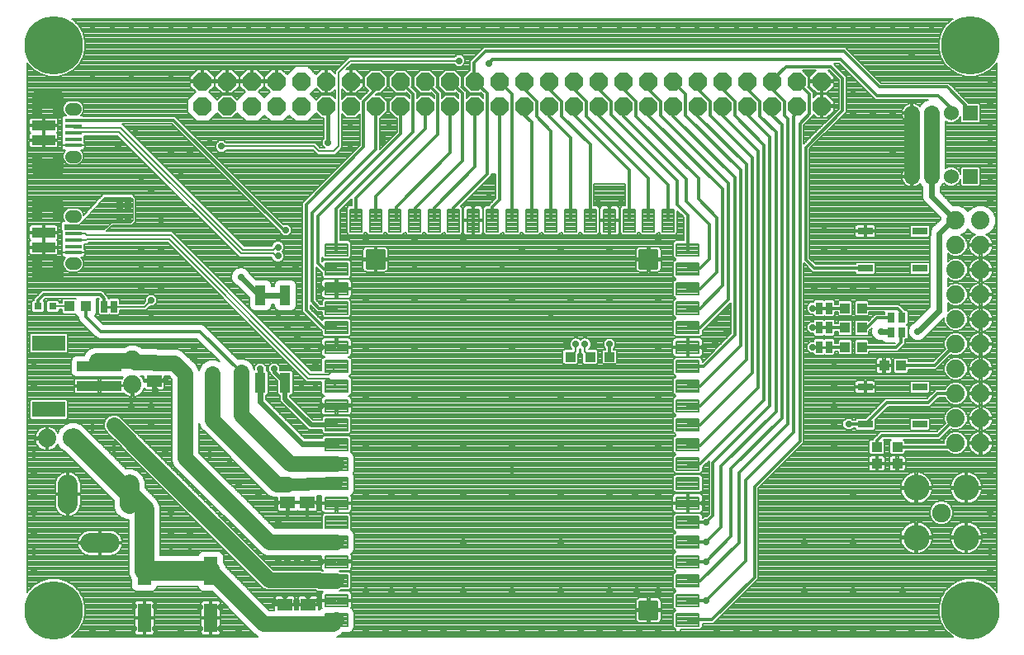
<source format=gtl>
G75*
%MOIN*%
%OFA0B0*%
%FSLAX25Y25*%
%IPPOS*%
%LPD*%
%AMOC8*
5,1,8,0,0,1.08239X$1,22.5*
%
%ADD10C,0.07874*%
%ADD11R,0.18110X0.03937*%
%ADD12R,0.13386X0.06299*%
%ADD13R,0.03150X0.03150*%
%ADD14R,0.03937X0.04331*%
%ADD15R,0.04300X0.07900*%
%ADD16R,0.03150X0.03937*%
%ADD17C,0.04921*%
%ADD18R,0.06890X0.01575*%
%ADD19C,0.04959*%
%ADD20C,0.05156*%
%ADD21R,0.09449X0.03937*%
%ADD22C,0.00000*%
%ADD23C,0.00001*%
%ADD24R,0.04331X0.03937*%
%ADD25C,0.00827*%
%ADD26C,0.01181*%
%ADD27R,0.03937X0.03937*%
%ADD28OC8,0.07400*%
%ADD29C,0.07400*%
%ADD30R,0.05906X0.05118*%
%ADD31R,0.02500X0.05000*%
%ADD32C,0.01000*%
%ADD33R,0.05512X0.11811*%
%ADD34R,0.06000X0.03000*%
%ADD35R,0.06000X0.06000*%
%ADD36C,0.06000*%
%ADD37C,0.07500*%
%ADD38C,0.10500*%
%ADD39C,0.02781*%
%ADD40C,0.06299*%
%ADD41C,0.00787*%
%ADD42C,0.02000*%
%ADD43C,0.05000*%
%ADD44C,0.01575*%
%ADD45C,0.02400*%
%ADD46C,0.00394*%
%ADD47C,0.00800*%
%ADD48C,0.01200*%
%ADD49C,0.23622*%
D10*
X0065425Y0032559D02*
X0092197Y0032559D01*
X0065425Y0032559D02*
X0065425Y0057537D01*
X0059331Y0063631D01*
X0036729Y0086233D01*
X0034528Y0067569D02*
X0034528Y0059694D01*
X0043583Y0043946D02*
X0051457Y0043946D01*
X0059331Y0059694D02*
X0059331Y0067569D01*
D11*
X0047315Y0107362D03*
X0047315Y0115236D03*
D12*
X0026843Y0124685D03*
X0026843Y0097913D03*
D13*
X0028461Y0139625D03*
X0022556Y0139625D03*
D14*
X0035156Y0139625D03*
X0041849Y0139625D03*
X0348299Y0138858D03*
X0354992Y0138858D03*
X0354992Y0130984D03*
X0348299Y0130984D03*
X0348299Y0123110D03*
X0354992Y0123110D03*
X0364047Y0115630D03*
X0370740Y0115630D03*
D15*
X0122299Y0108662D03*
X0112299Y0108662D03*
X0112299Y0144062D03*
X0122299Y0144062D03*
D16*
X0366811Y0135071D03*
X0371142Y0135071D03*
X0371142Y0129165D03*
X0366811Y0129165D03*
D17*
X0037472Y0156870D02*
X0035917Y0156870D01*
X0035917Y0175984D02*
X0037472Y0175984D01*
X0037472Y0200177D02*
X0035917Y0200177D01*
X0035917Y0219291D02*
X0037472Y0219291D01*
D18*
X0036685Y0214843D03*
X0036685Y0212283D03*
X0036685Y0209724D03*
X0036685Y0207165D03*
X0036685Y0204606D03*
X0036685Y0171535D03*
X0036685Y0168976D03*
X0036685Y0166417D03*
X0036685Y0163858D03*
X0036685Y0161299D03*
D19*
X0036685Y0156870D03*
X0036685Y0175965D03*
X0036685Y0200177D03*
X0036685Y0219272D03*
D20*
X0028830Y0223898D02*
X0023674Y0223898D01*
X0023674Y0195551D02*
X0028830Y0195551D01*
X0028830Y0180591D02*
X0023674Y0180591D01*
X0023674Y0152244D02*
X0028830Y0152244D01*
D21*
X0024736Y0163465D03*
X0024736Y0169370D03*
X0024736Y0206772D03*
X0024736Y0212677D03*
D22*
X0023929Y0217618D02*
X0020110Y0217618D01*
X0020110Y0225059D01*
X0020146Y0225374D01*
X0020251Y0225674D01*
X0020419Y0225943D01*
X0020644Y0226167D01*
X0020913Y0226336D01*
X0021212Y0226441D01*
X0021528Y0226476D01*
X0030976Y0226476D01*
X0031292Y0226441D01*
X0031591Y0226336D01*
X0031860Y0226167D01*
X0032084Y0225943D01*
X0032253Y0225674D01*
X0032358Y0225374D01*
X0032394Y0225059D01*
X0032394Y0217618D01*
X0028575Y0217618D01*
X0028575Y0221358D01*
X0023929Y0221358D01*
X0023929Y0217618D01*
X0023929Y0201831D02*
X0020110Y0201831D01*
X0020110Y0194390D01*
X0020146Y0194074D01*
X0020251Y0193775D01*
X0020419Y0193506D01*
X0020644Y0193282D01*
X0020913Y0193113D01*
X0021212Y0193008D01*
X0021528Y0192972D01*
X0030976Y0192972D01*
X0031292Y0193008D01*
X0031591Y0193113D01*
X0031860Y0193282D01*
X0032084Y0193506D01*
X0032253Y0193775D01*
X0032358Y0194074D01*
X0032394Y0194390D01*
X0032394Y0201831D01*
X0028575Y0201831D01*
X0028575Y0198091D01*
X0023929Y0198091D01*
X0023929Y0201831D01*
X0021528Y0183169D02*
X0030976Y0183169D01*
X0031292Y0183134D01*
X0031591Y0183029D01*
X0031860Y0182860D01*
X0032084Y0182636D01*
X0032253Y0182367D01*
X0032358Y0182067D01*
X0032394Y0181752D01*
X0032394Y0174311D01*
X0028575Y0174311D01*
X0028575Y0178051D01*
X0023929Y0178051D01*
X0023929Y0174311D01*
X0020110Y0174311D01*
X0020110Y0181752D01*
X0020146Y0182067D01*
X0020251Y0182367D01*
X0020419Y0182636D01*
X0020644Y0182860D01*
X0020913Y0183029D01*
X0021212Y0183134D01*
X0021528Y0183169D01*
X0020110Y0158524D02*
X0023929Y0158524D01*
X0023929Y0154783D01*
X0028575Y0154783D01*
X0028575Y0158524D01*
X0032394Y0158524D01*
X0032394Y0151083D01*
X0032358Y0150767D01*
X0032253Y0150468D01*
X0032084Y0150199D01*
X0031860Y0149975D01*
X0031591Y0149806D01*
X0031292Y0149701D01*
X0030976Y0149665D01*
X0021528Y0149665D01*
X0021212Y0149701D01*
X0020913Y0149806D01*
X0020644Y0149975D01*
X0020419Y0150199D01*
X0020251Y0150468D01*
X0020146Y0150767D01*
X0020110Y0151083D01*
X0020110Y0158524D01*
D23*
X0020110Y0158523D02*
X0023929Y0158523D01*
X0023929Y0158522D02*
X0020110Y0158522D01*
X0020110Y0158521D02*
X0023929Y0158521D01*
X0023929Y0158520D02*
X0020110Y0158520D01*
X0020110Y0158519D02*
X0023929Y0158519D01*
X0023929Y0158518D02*
X0020110Y0158518D01*
X0020110Y0158517D02*
X0023929Y0158517D01*
X0023929Y0158516D02*
X0020110Y0158516D01*
X0020110Y0158515D02*
X0023929Y0158515D01*
X0023929Y0158514D02*
X0020110Y0158514D01*
X0020110Y0158513D02*
X0023929Y0158513D01*
X0023929Y0158512D02*
X0020110Y0158512D01*
X0020110Y0158511D02*
X0023929Y0158511D01*
X0023929Y0158510D02*
X0020110Y0158510D01*
X0020110Y0158509D02*
X0023929Y0158509D01*
X0023929Y0158508D02*
X0020110Y0158508D01*
X0020110Y0158507D02*
X0023929Y0158507D01*
X0023929Y0158506D02*
X0020110Y0158506D01*
X0020110Y0158505D02*
X0023929Y0158505D01*
X0023929Y0158504D02*
X0020110Y0158504D01*
X0020110Y0158503D02*
X0023929Y0158503D01*
X0023929Y0158502D02*
X0020110Y0158502D01*
X0020110Y0158501D02*
X0023929Y0158501D01*
X0023929Y0158500D02*
X0020110Y0158500D01*
X0020110Y0158499D02*
X0023929Y0158499D01*
X0023929Y0158498D02*
X0020110Y0158498D01*
X0020110Y0158497D02*
X0023929Y0158497D01*
X0023929Y0158496D02*
X0020110Y0158496D01*
X0020110Y0158495D02*
X0023929Y0158495D01*
X0023929Y0158494D02*
X0020110Y0158494D01*
X0020110Y0158493D02*
X0023929Y0158493D01*
X0023929Y0158492D02*
X0020110Y0158492D01*
X0020110Y0158491D02*
X0023929Y0158491D01*
X0023929Y0158490D02*
X0020110Y0158490D01*
X0020110Y0158489D02*
X0023929Y0158489D01*
X0023929Y0158488D02*
X0020110Y0158488D01*
X0020110Y0158487D02*
X0023929Y0158487D01*
X0023929Y0158486D02*
X0020110Y0158486D01*
X0020110Y0158485D02*
X0023929Y0158485D01*
X0023929Y0158484D02*
X0020110Y0158484D01*
X0020110Y0158483D02*
X0023929Y0158483D01*
X0023929Y0158482D02*
X0020110Y0158482D01*
X0020110Y0158481D02*
X0023929Y0158481D01*
X0023929Y0158480D02*
X0020110Y0158480D01*
X0020110Y0158479D02*
X0023929Y0158479D01*
X0023929Y0158478D02*
X0020110Y0158478D01*
X0020110Y0158477D02*
X0023929Y0158477D01*
X0023929Y0158476D02*
X0020110Y0158476D01*
X0020110Y0158475D02*
X0023929Y0158475D01*
X0023929Y0158474D02*
X0020110Y0158474D01*
X0020110Y0158473D02*
X0023929Y0158473D01*
X0023929Y0158472D02*
X0020110Y0158472D01*
X0020110Y0158471D02*
X0023929Y0158471D01*
X0023929Y0158470D02*
X0020110Y0158470D01*
X0020110Y0158469D02*
X0023929Y0158469D01*
X0020110Y0158469D01*
X0020110Y0158468D02*
X0023929Y0158468D01*
X0023929Y0158467D02*
X0020110Y0158467D01*
X0020110Y0158466D02*
X0023929Y0158466D01*
X0023929Y0158465D02*
X0020110Y0158465D01*
X0020110Y0158464D02*
X0023929Y0158464D01*
X0023929Y0158463D02*
X0020110Y0158463D01*
X0020110Y0158462D02*
X0023929Y0158462D01*
X0023929Y0158461D02*
X0020110Y0158461D01*
X0020110Y0158460D02*
X0023929Y0158460D01*
X0023929Y0158459D02*
X0020110Y0158459D01*
X0020110Y0158458D02*
X0023929Y0158458D01*
X0023929Y0158457D02*
X0020110Y0158457D01*
X0020110Y0158456D02*
X0023929Y0158456D01*
X0023929Y0158455D02*
X0020110Y0158455D01*
X0020110Y0158454D02*
X0023929Y0158454D01*
X0023929Y0158453D02*
X0020110Y0158453D01*
X0020110Y0158452D02*
X0023929Y0158452D01*
X0023929Y0158451D02*
X0020110Y0158451D01*
X0020110Y0158450D02*
X0023929Y0158450D01*
X0023929Y0158449D02*
X0020110Y0158449D01*
X0020110Y0158448D02*
X0023929Y0158448D01*
X0023929Y0158447D02*
X0020110Y0158447D01*
X0020110Y0158446D02*
X0023929Y0158446D01*
X0023929Y0158445D02*
X0020110Y0158445D01*
X0020110Y0158444D02*
X0023929Y0158444D01*
X0023929Y0158443D02*
X0020110Y0158443D01*
X0020110Y0158442D02*
X0023929Y0158442D01*
X0023929Y0158441D02*
X0020110Y0158441D01*
X0020110Y0158440D02*
X0023929Y0158440D01*
X0023929Y0158439D02*
X0020110Y0158439D01*
X0020110Y0158438D02*
X0023929Y0158438D01*
X0023929Y0158437D02*
X0020110Y0158437D01*
X0020110Y0158436D02*
X0023929Y0158436D01*
X0023929Y0158435D02*
X0020110Y0158435D01*
X0020110Y0158434D02*
X0023929Y0158434D01*
X0023929Y0158433D02*
X0020110Y0158433D01*
X0020110Y0158432D02*
X0023929Y0158432D01*
X0023929Y0158431D02*
X0020110Y0158431D01*
X0020110Y0158430D02*
X0023929Y0158430D01*
X0023929Y0158429D02*
X0020110Y0158429D01*
X0020110Y0158428D02*
X0023929Y0158428D01*
X0023929Y0158427D02*
X0020110Y0158427D01*
X0020110Y0158426D02*
X0023929Y0158426D01*
X0023929Y0158425D02*
X0020110Y0158425D01*
X0020110Y0158424D02*
X0023929Y0158424D01*
X0023929Y0158423D02*
X0020110Y0158423D01*
X0020110Y0158422D02*
X0023929Y0158422D01*
X0023929Y0158421D02*
X0020110Y0158421D01*
X0020110Y0158420D02*
X0023929Y0158420D01*
X0023929Y0158419D02*
X0020110Y0158419D01*
X0020110Y0158418D02*
X0023929Y0158418D01*
X0023929Y0158417D02*
X0020110Y0158417D01*
X0020110Y0158416D02*
X0023929Y0158416D01*
X0023929Y0158415D02*
X0020110Y0158415D01*
X0020110Y0158414D02*
X0023929Y0158414D01*
X0023929Y0158413D02*
X0020110Y0158413D01*
X0020110Y0158412D02*
X0023929Y0158412D01*
X0023929Y0158411D02*
X0020110Y0158411D01*
X0020110Y0158410D02*
X0023929Y0158410D01*
X0023929Y0158409D02*
X0020110Y0158409D01*
X0020110Y0158408D02*
X0023929Y0158408D01*
X0023929Y0158407D02*
X0020110Y0158407D01*
X0020110Y0158406D02*
X0023929Y0158406D01*
X0020110Y0158406D01*
X0020110Y0158405D02*
X0023929Y0158405D01*
X0023929Y0158404D02*
X0020110Y0158404D01*
X0020110Y0158403D02*
X0023929Y0158403D01*
X0023929Y0158402D02*
X0020110Y0158402D01*
X0020110Y0158401D02*
X0023929Y0158401D01*
X0023929Y0158400D02*
X0020110Y0158400D01*
X0020110Y0158399D02*
X0023929Y0158399D01*
X0023929Y0158398D02*
X0020110Y0158398D01*
X0020110Y0158397D02*
X0023929Y0158397D01*
X0023929Y0158396D02*
X0020110Y0158396D01*
X0020110Y0158395D02*
X0023929Y0158395D01*
X0023929Y0158394D02*
X0020110Y0158394D01*
X0020110Y0158393D02*
X0023929Y0158393D01*
X0023929Y0158392D02*
X0020110Y0158392D01*
X0020110Y0158391D02*
X0023929Y0158391D01*
X0023929Y0158390D02*
X0020110Y0158390D01*
X0020110Y0158389D02*
X0023929Y0158389D01*
X0023929Y0158388D02*
X0020110Y0158388D01*
X0020110Y0158387D02*
X0023929Y0158387D01*
X0023929Y0158386D02*
X0020110Y0158386D01*
X0020110Y0158385D02*
X0023929Y0158385D01*
X0023929Y0158384D02*
X0020110Y0158384D01*
X0020110Y0158383D02*
X0023929Y0158383D01*
X0023929Y0158382D02*
X0020110Y0158382D01*
X0020110Y0158381D02*
X0023929Y0158381D01*
X0023929Y0158380D02*
X0020110Y0158380D01*
X0020110Y0158379D02*
X0023929Y0158379D01*
X0023929Y0158378D02*
X0020110Y0158378D01*
X0020110Y0158377D02*
X0023929Y0158377D01*
X0023929Y0158376D02*
X0020110Y0158376D01*
X0020110Y0158375D02*
X0023929Y0158375D01*
X0023929Y0158374D02*
X0020110Y0158374D01*
X0020110Y0158373D02*
X0023929Y0158373D01*
X0023929Y0158372D02*
X0020110Y0158372D01*
X0020110Y0158371D02*
X0023929Y0158371D01*
X0023929Y0158370D02*
X0020110Y0158370D01*
X0020110Y0158369D02*
X0023929Y0158369D01*
X0023929Y0158368D02*
X0020110Y0158368D01*
X0020110Y0158367D02*
X0023929Y0158367D01*
X0023929Y0158366D02*
X0020110Y0158366D01*
X0020110Y0158365D02*
X0023929Y0158365D01*
X0023929Y0158364D02*
X0020110Y0158364D01*
X0020110Y0158363D02*
X0023929Y0158363D01*
X0023929Y0158362D02*
X0020110Y0158362D01*
X0020110Y0158361D02*
X0023929Y0158361D01*
X0023929Y0158360D02*
X0020110Y0158360D01*
X0020110Y0158359D02*
X0023929Y0158359D01*
X0023929Y0158358D02*
X0020110Y0158358D01*
X0020110Y0158357D02*
X0023929Y0158357D01*
X0023929Y0158356D02*
X0020110Y0158356D01*
X0020110Y0158355D02*
X0023929Y0158355D01*
X0023929Y0158354D02*
X0020110Y0158354D01*
X0020110Y0158353D02*
X0023929Y0158353D01*
X0023929Y0158352D02*
X0020110Y0158352D01*
X0020110Y0158351D02*
X0023929Y0158351D01*
X0023929Y0158350D02*
X0020110Y0158350D01*
X0020110Y0158349D02*
X0023929Y0158349D01*
X0023929Y0158348D02*
X0020110Y0158348D01*
X0020110Y0158347D02*
X0023929Y0158347D01*
X0023929Y0158346D02*
X0020110Y0158346D01*
X0020110Y0158345D02*
X0023929Y0158345D01*
X0023929Y0158344D02*
X0020110Y0158344D01*
X0023929Y0158344D01*
X0023929Y0158343D02*
X0020110Y0158343D01*
X0020110Y0158342D02*
X0023929Y0158342D01*
X0023929Y0158341D02*
X0020110Y0158341D01*
X0020110Y0158340D02*
X0023929Y0158340D01*
X0023929Y0158339D02*
X0020110Y0158339D01*
X0020110Y0158338D02*
X0023929Y0158338D01*
X0023929Y0158337D02*
X0020110Y0158337D01*
X0020110Y0158336D02*
X0023929Y0158336D01*
X0023929Y0158335D02*
X0020110Y0158335D01*
X0020110Y0158334D02*
X0023929Y0158334D01*
X0023929Y0158333D02*
X0020110Y0158333D01*
X0020110Y0158332D02*
X0023929Y0158332D01*
X0023929Y0158331D02*
X0020110Y0158331D01*
X0020110Y0158330D02*
X0023929Y0158330D01*
X0023929Y0158329D02*
X0020110Y0158329D01*
X0020110Y0158328D02*
X0023929Y0158328D01*
X0023929Y0158327D02*
X0020110Y0158327D01*
X0020110Y0158326D02*
X0023929Y0158326D01*
X0023929Y0158325D02*
X0020110Y0158325D01*
X0020110Y0158324D02*
X0023929Y0158324D01*
X0023929Y0158323D02*
X0020110Y0158323D01*
X0020110Y0158322D02*
X0023929Y0158322D01*
X0023929Y0158321D02*
X0020110Y0158321D01*
X0020110Y0158320D02*
X0023929Y0158320D01*
X0023929Y0158319D02*
X0020110Y0158319D01*
X0020110Y0158318D02*
X0023929Y0158318D01*
X0023929Y0158317D02*
X0020110Y0158317D01*
X0020110Y0158316D02*
X0023929Y0158316D01*
X0023929Y0158315D02*
X0020110Y0158315D01*
X0020110Y0158314D02*
X0023929Y0158314D01*
X0023929Y0158313D02*
X0020110Y0158313D01*
X0020110Y0158312D02*
X0023929Y0158312D01*
X0023929Y0158311D02*
X0020110Y0158311D01*
X0020110Y0158310D02*
X0023929Y0158310D01*
X0023929Y0158309D02*
X0020110Y0158309D01*
X0020110Y0158308D02*
X0023929Y0158308D01*
X0023929Y0158307D02*
X0020110Y0158307D01*
X0020110Y0158306D02*
X0023929Y0158306D01*
X0023929Y0158305D02*
X0020110Y0158305D01*
X0020110Y0158304D02*
X0023929Y0158304D01*
X0023929Y0158303D02*
X0020110Y0158303D01*
X0020110Y0158302D02*
X0023929Y0158302D01*
X0023929Y0158301D02*
X0020110Y0158301D01*
X0020110Y0158300D02*
X0023929Y0158300D01*
X0023929Y0158299D02*
X0020110Y0158299D01*
X0020110Y0158298D02*
X0023929Y0158298D01*
X0023929Y0158297D02*
X0020110Y0158297D01*
X0020110Y0158296D02*
X0023929Y0158296D01*
X0023929Y0158295D02*
X0020110Y0158295D01*
X0020110Y0158294D02*
X0023929Y0158294D01*
X0023929Y0158293D02*
X0020110Y0158293D01*
X0020110Y0158292D02*
X0023929Y0158292D01*
X0023929Y0158291D02*
X0020110Y0158291D01*
X0020110Y0158290D02*
X0023929Y0158290D01*
X0023929Y0158289D02*
X0020110Y0158289D01*
X0020110Y0158288D02*
X0023929Y0158288D01*
X0023929Y0158287D02*
X0020110Y0158287D01*
X0020110Y0158286D02*
X0023929Y0158286D01*
X0023929Y0158285D02*
X0020110Y0158285D01*
X0020110Y0158284D02*
X0023929Y0158284D01*
X0023929Y0158283D02*
X0020110Y0158283D01*
X0020110Y0158282D02*
X0023929Y0158282D01*
X0023929Y0158281D02*
X0020110Y0158281D01*
X0023929Y0158281D01*
X0023929Y0158280D02*
X0020110Y0158280D01*
X0020110Y0158279D02*
X0023929Y0158279D01*
X0023929Y0158278D02*
X0020110Y0158278D01*
X0020110Y0158277D02*
X0023929Y0158277D01*
X0023929Y0158276D02*
X0020110Y0158276D01*
X0020110Y0158275D02*
X0023929Y0158275D01*
X0023929Y0158274D02*
X0020110Y0158274D01*
X0020110Y0158273D02*
X0023929Y0158273D01*
X0023929Y0158272D02*
X0020110Y0158272D01*
X0020110Y0158271D02*
X0023929Y0158271D01*
X0023929Y0158270D02*
X0020110Y0158270D01*
X0020110Y0158269D02*
X0023929Y0158269D01*
X0023929Y0158268D02*
X0020110Y0158268D01*
X0020110Y0158267D02*
X0023929Y0158267D01*
X0023929Y0158266D02*
X0020110Y0158266D01*
X0020110Y0158265D02*
X0023929Y0158265D01*
X0023929Y0158264D02*
X0020110Y0158264D01*
X0020110Y0158263D02*
X0023929Y0158263D01*
X0023929Y0158262D02*
X0020110Y0158262D01*
X0020110Y0158261D02*
X0023929Y0158261D01*
X0023929Y0158260D02*
X0020110Y0158260D01*
X0020110Y0158259D02*
X0023929Y0158259D01*
X0023929Y0158258D02*
X0020110Y0158258D01*
X0020110Y0158257D02*
X0023929Y0158257D01*
X0023929Y0158256D02*
X0020110Y0158256D01*
X0020110Y0158255D02*
X0023929Y0158255D01*
X0023929Y0158254D02*
X0020110Y0158254D01*
X0020110Y0158253D02*
X0023929Y0158253D01*
X0023929Y0158252D02*
X0020110Y0158252D01*
X0020110Y0158251D02*
X0023929Y0158251D01*
X0023929Y0158250D02*
X0020110Y0158250D01*
X0020110Y0158249D02*
X0023929Y0158249D01*
X0023929Y0158248D02*
X0020110Y0158248D01*
X0020110Y0158247D02*
X0023929Y0158247D01*
X0023929Y0158246D02*
X0020110Y0158246D01*
X0020110Y0158245D02*
X0023929Y0158245D01*
X0023929Y0158244D02*
X0020110Y0158244D01*
X0020110Y0158243D02*
X0023929Y0158243D01*
X0023929Y0158242D02*
X0020110Y0158242D01*
X0020110Y0158241D02*
X0023929Y0158241D01*
X0023929Y0158240D02*
X0020110Y0158240D01*
X0020110Y0158239D02*
X0023929Y0158239D01*
X0023929Y0158238D02*
X0020110Y0158238D01*
X0020110Y0158237D02*
X0023929Y0158237D01*
X0023929Y0158236D02*
X0020110Y0158236D01*
X0020110Y0158235D02*
X0023929Y0158235D01*
X0023929Y0158234D02*
X0020110Y0158234D01*
X0020110Y0158233D02*
X0023929Y0158233D01*
X0023929Y0158232D02*
X0020110Y0158232D01*
X0020110Y0158231D02*
X0023929Y0158231D01*
X0023929Y0158230D02*
X0020110Y0158230D01*
X0020110Y0158229D02*
X0023929Y0158229D01*
X0023929Y0158228D02*
X0020110Y0158228D01*
X0020110Y0158227D02*
X0023929Y0158227D01*
X0023929Y0158226D02*
X0020110Y0158226D01*
X0020110Y0158225D02*
X0023929Y0158225D01*
X0023929Y0158224D02*
X0020110Y0158224D01*
X0020110Y0158223D02*
X0023929Y0158223D01*
X0023929Y0158222D02*
X0020110Y0158222D01*
X0020110Y0158221D02*
X0023929Y0158221D01*
X0023929Y0158220D02*
X0020110Y0158220D01*
X0020110Y0158219D02*
X0023929Y0158219D01*
X0020110Y0158219D01*
X0020110Y0158218D02*
X0023929Y0158218D01*
X0023929Y0158217D02*
X0020110Y0158217D01*
X0020110Y0158216D02*
X0023929Y0158216D01*
X0023929Y0158215D02*
X0020110Y0158215D01*
X0020110Y0158214D02*
X0023929Y0158214D01*
X0023929Y0158213D02*
X0020110Y0158213D01*
X0020110Y0158212D02*
X0023929Y0158212D01*
X0023929Y0158211D02*
X0020110Y0158211D01*
X0020110Y0158210D02*
X0023929Y0158210D01*
X0023929Y0158209D02*
X0020110Y0158209D01*
X0020110Y0158208D02*
X0023929Y0158208D01*
X0023929Y0158207D02*
X0020110Y0158207D01*
X0020110Y0158206D02*
X0023929Y0158206D01*
X0023929Y0158205D02*
X0020110Y0158205D01*
X0020110Y0158204D02*
X0023929Y0158204D01*
X0023929Y0158203D02*
X0020110Y0158203D01*
X0020110Y0158202D02*
X0023929Y0158202D01*
X0023929Y0158201D02*
X0020110Y0158201D01*
X0020110Y0158200D02*
X0023929Y0158200D01*
X0023929Y0158199D02*
X0020110Y0158199D01*
X0020110Y0158198D02*
X0023929Y0158198D01*
X0023929Y0158197D02*
X0020110Y0158197D01*
X0020110Y0158196D02*
X0023929Y0158196D01*
X0023929Y0158195D02*
X0020110Y0158195D01*
X0020110Y0158194D02*
X0023929Y0158194D01*
X0023929Y0158193D02*
X0020110Y0158193D01*
X0020110Y0158192D02*
X0023929Y0158192D01*
X0023929Y0158191D02*
X0020110Y0158191D01*
X0020110Y0158190D02*
X0023929Y0158190D01*
X0023929Y0158189D02*
X0020110Y0158189D01*
X0020110Y0158188D02*
X0023929Y0158188D01*
X0023929Y0158187D02*
X0020110Y0158187D01*
X0020110Y0158186D02*
X0023929Y0158186D01*
X0023929Y0158185D02*
X0020110Y0158185D01*
X0020110Y0158184D02*
X0023929Y0158184D01*
X0023929Y0158183D02*
X0020110Y0158183D01*
X0020110Y0158182D02*
X0023929Y0158182D01*
X0023929Y0158181D02*
X0020110Y0158181D01*
X0020110Y0158180D02*
X0023929Y0158180D01*
X0023929Y0158179D02*
X0020110Y0158179D01*
X0020110Y0158178D02*
X0023929Y0158178D01*
X0023929Y0158177D02*
X0020110Y0158177D01*
X0020110Y0158176D02*
X0023929Y0158176D01*
X0023929Y0158175D02*
X0020110Y0158175D01*
X0020110Y0158174D02*
X0023929Y0158174D01*
X0023929Y0158173D02*
X0020110Y0158173D01*
X0020110Y0158172D02*
X0023929Y0158172D01*
X0023929Y0158171D02*
X0020110Y0158171D01*
X0020110Y0158170D02*
X0023929Y0158170D01*
X0023929Y0158169D02*
X0020110Y0158169D01*
X0020110Y0158168D02*
X0023929Y0158168D01*
X0023929Y0158167D02*
X0020110Y0158167D01*
X0020110Y0158166D02*
X0023929Y0158166D01*
X0023929Y0158165D02*
X0020110Y0158165D01*
X0020110Y0158164D02*
X0023929Y0158164D01*
X0023929Y0158163D02*
X0020110Y0158163D01*
X0020110Y0158162D02*
X0023929Y0158162D01*
X0023929Y0158161D02*
X0020110Y0158161D01*
X0020110Y0158160D02*
X0023929Y0158160D01*
X0023929Y0158159D02*
X0020110Y0158159D01*
X0020110Y0158158D02*
X0023929Y0158158D01*
X0023929Y0158157D02*
X0020110Y0158157D01*
X0020110Y0158156D02*
X0023929Y0158156D01*
X0020110Y0158156D01*
X0020110Y0158155D02*
X0023929Y0158155D01*
X0023929Y0158154D02*
X0020110Y0158154D01*
X0020110Y0158153D02*
X0023929Y0158153D01*
X0023929Y0158152D02*
X0020110Y0158152D01*
X0020110Y0158151D02*
X0023929Y0158151D01*
X0023929Y0158150D02*
X0020110Y0158150D01*
X0020110Y0158149D02*
X0023929Y0158149D01*
X0023929Y0158148D02*
X0020110Y0158148D01*
X0020110Y0158147D02*
X0023929Y0158147D01*
X0023929Y0158146D02*
X0020110Y0158146D01*
X0020110Y0158145D02*
X0023929Y0158145D01*
X0023929Y0158144D02*
X0020110Y0158144D01*
X0020110Y0158143D02*
X0023929Y0158143D01*
X0023929Y0158142D02*
X0020110Y0158142D01*
X0020110Y0158141D02*
X0023929Y0158141D01*
X0023929Y0158140D02*
X0020110Y0158140D01*
X0020110Y0158139D02*
X0023929Y0158139D01*
X0023929Y0158138D02*
X0020110Y0158138D01*
X0020110Y0158137D02*
X0023929Y0158137D01*
X0023929Y0158136D02*
X0020110Y0158136D01*
X0020110Y0158135D02*
X0023929Y0158135D01*
X0023929Y0158134D02*
X0020110Y0158134D01*
X0020110Y0158133D02*
X0023929Y0158133D01*
X0023929Y0158132D02*
X0020110Y0158132D01*
X0020110Y0158131D02*
X0023929Y0158131D01*
X0023929Y0158130D02*
X0020110Y0158130D01*
X0020110Y0158129D02*
X0023929Y0158129D01*
X0023929Y0158128D02*
X0020110Y0158128D01*
X0020110Y0158127D02*
X0023929Y0158127D01*
X0023929Y0158126D02*
X0020110Y0158126D01*
X0020110Y0158125D02*
X0023929Y0158125D01*
X0023929Y0158124D02*
X0020110Y0158124D01*
X0020110Y0158123D02*
X0023929Y0158123D01*
X0023929Y0158122D02*
X0020110Y0158122D01*
X0020110Y0158121D02*
X0023929Y0158121D01*
X0023929Y0158120D02*
X0020110Y0158120D01*
X0020110Y0158119D02*
X0023929Y0158119D01*
X0023929Y0158118D02*
X0020110Y0158118D01*
X0020110Y0158117D02*
X0023929Y0158117D01*
X0023929Y0158116D02*
X0020110Y0158116D01*
X0020110Y0158115D02*
X0023929Y0158115D01*
X0023929Y0158114D02*
X0020110Y0158114D01*
X0020110Y0158113D02*
X0023929Y0158113D01*
X0023929Y0158112D02*
X0020110Y0158112D01*
X0020110Y0158111D02*
X0023929Y0158111D01*
X0023929Y0158110D02*
X0020110Y0158110D01*
X0020110Y0158109D02*
X0023929Y0158109D01*
X0023929Y0158108D02*
X0020110Y0158108D01*
X0020110Y0158107D02*
X0023929Y0158107D01*
X0023929Y0158106D02*
X0020110Y0158106D01*
X0020110Y0158105D02*
X0023929Y0158105D01*
X0023929Y0158104D02*
X0020110Y0158104D01*
X0020110Y0158103D02*
X0023929Y0158103D01*
X0023929Y0158102D02*
X0020110Y0158102D01*
X0020110Y0158101D02*
X0023929Y0158101D01*
X0023929Y0158100D02*
X0020110Y0158100D01*
X0020110Y0158099D02*
X0023929Y0158099D01*
X0023929Y0158098D02*
X0020110Y0158098D01*
X0020110Y0158097D02*
X0023929Y0158097D01*
X0023929Y0158096D02*
X0020110Y0158096D01*
X0020110Y0158095D02*
X0023929Y0158095D01*
X0023929Y0158094D02*
X0020110Y0158094D01*
X0023929Y0158094D01*
X0023929Y0158093D02*
X0020110Y0158093D01*
X0020110Y0158092D02*
X0023929Y0158092D01*
X0023929Y0158091D02*
X0020110Y0158091D01*
X0020110Y0158090D02*
X0023929Y0158090D01*
X0023929Y0158089D02*
X0020110Y0158089D01*
X0020110Y0158088D02*
X0023929Y0158088D01*
X0023929Y0158087D02*
X0020110Y0158087D01*
X0020110Y0158086D02*
X0023929Y0158086D01*
X0023929Y0158085D02*
X0020110Y0158085D01*
X0020110Y0158084D02*
X0023929Y0158084D01*
X0023929Y0158083D02*
X0020110Y0158083D01*
X0020110Y0158082D02*
X0023929Y0158082D01*
X0023929Y0158081D02*
X0020110Y0158081D01*
X0020110Y0158080D02*
X0023929Y0158080D01*
X0023929Y0158079D02*
X0020110Y0158079D01*
X0020110Y0158078D02*
X0023929Y0158078D01*
X0023929Y0158077D02*
X0020110Y0158077D01*
X0020110Y0158076D02*
X0023929Y0158076D01*
X0023929Y0158075D02*
X0020110Y0158075D01*
X0020110Y0158074D02*
X0023929Y0158074D01*
X0023929Y0158073D02*
X0020110Y0158073D01*
X0020110Y0158072D02*
X0023929Y0158072D01*
X0023929Y0158071D02*
X0020110Y0158071D01*
X0020110Y0158070D02*
X0023929Y0158070D01*
X0023929Y0158069D02*
X0020110Y0158069D01*
X0020110Y0158068D02*
X0023929Y0158068D01*
X0023929Y0158067D02*
X0020110Y0158067D01*
X0020110Y0158066D02*
X0023929Y0158066D01*
X0023929Y0158065D02*
X0020110Y0158065D01*
X0020110Y0158064D02*
X0023929Y0158064D01*
X0023929Y0158063D02*
X0020110Y0158063D01*
X0020110Y0158062D02*
X0023929Y0158062D01*
X0023929Y0158061D02*
X0020110Y0158061D01*
X0020110Y0158060D02*
X0023929Y0158060D01*
X0023929Y0158059D02*
X0020110Y0158059D01*
X0020110Y0158058D02*
X0023929Y0158058D01*
X0023929Y0158057D02*
X0020110Y0158057D01*
X0020110Y0158056D02*
X0023929Y0158056D01*
X0023929Y0158055D02*
X0020110Y0158055D01*
X0020110Y0158054D02*
X0023929Y0158054D01*
X0023929Y0158053D02*
X0020110Y0158053D01*
X0020110Y0158052D02*
X0023929Y0158052D01*
X0023929Y0158051D02*
X0020110Y0158051D01*
X0020110Y0158050D02*
X0023929Y0158050D01*
X0023929Y0158049D02*
X0020110Y0158049D01*
X0020110Y0158048D02*
X0023929Y0158048D01*
X0023929Y0158047D02*
X0020110Y0158047D01*
X0020110Y0158046D02*
X0023929Y0158046D01*
X0023929Y0158045D02*
X0020110Y0158045D01*
X0020110Y0158044D02*
X0023929Y0158044D01*
X0023929Y0158043D02*
X0020110Y0158043D01*
X0020110Y0158042D02*
X0023929Y0158042D01*
X0023929Y0158041D02*
X0020110Y0158041D01*
X0020110Y0158040D02*
X0023929Y0158040D01*
X0023929Y0158039D02*
X0020110Y0158039D01*
X0020110Y0158038D02*
X0023929Y0158038D01*
X0023929Y0158037D02*
X0020110Y0158037D01*
X0020110Y0158036D02*
X0023929Y0158036D01*
X0023929Y0158035D02*
X0020110Y0158035D01*
X0020110Y0158034D02*
X0023929Y0158034D01*
X0023929Y0158033D02*
X0020110Y0158033D01*
X0020110Y0158032D02*
X0023929Y0158032D01*
X0023929Y0158031D02*
X0020110Y0158031D01*
X0023929Y0158031D01*
X0023929Y0158030D02*
X0020110Y0158030D01*
X0020110Y0158029D02*
X0023929Y0158029D01*
X0023929Y0158028D02*
X0020110Y0158028D01*
X0020110Y0158027D02*
X0023929Y0158027D01*
X0023929Y0158026D02*
X0020110Y0158026D01*
X0020110Y0158025D02*
X0023929Y0158025D01*
X0023929Y0158024D02*
X0020110Y0158024D01*
X0020110Y0158023D02*
X0023929Y0158023D01*
X0023929Y0158022D02*
X0020110Y0158022D01*
X0020110Y0158021D02*
X0023929Y0158021D01*
X0023929Y0158020D02*
X0020110Y0158020D01*
X0020110Y0158019D02*
X0023929Y0158019D01*
X0023929Y0158018D02*
X0020110Y0158018D01*
X0020110Y0158017D02*
X0023929Y0158017D01*
X0023929Y0158016D02*
X0020110Y0158016D01*
X0020110Y0158015D02*
X0023929Y0158015D01*
X0023929Y0158014D02*
X0020110Y0158014D01*
X0020110Y0158013D02*
X0023929Y0158013D01*
X0023929Y0158012D02*
X0020110Y0158012D01*
X0020110Y0158011D02*
X0023929Y0158011D01*
X0023929Y0158010D02*
X0020110Y0158010D01*
X0020110Y0158009D02*
X0023929Y0158009D01*
X0023929Y0158008D02*
X0020110Y0158008D01*
X0020110Y0158007D02*
X0023929Y0158007D01*
X0023929Y0158006D02*
X0020110Y0158006D01*
X0020110Y0158005D02*
X0023929Y0158005D01*
X0023929Y0158004D02*
X0020110Y0158004D01*
X0020110Y0158003D02*
X0023929Y0158003D01*
X0023929Y0158002D02*
X0020110Y0158002D01*
X0020110Y0158001D02*
X0023929Y0158001D01*
X0023929Y0158000D02*
X0020110Y0158000D01*
X0020110Y0157999D02*
X0023929Y0157999D01*
X0023929Y0157998D02*
X0020110Y0157998D01*
X0020110Y0157997D02*
X0023929Y0157997D01*
X0023929Y0157996D02*
X0020110Y0157996D01*
X0020110Y0157995D02*
X0023929Y0157995D01*
X0023929Y0157994D02*
X0020110Y0157994D01*
X0020110Y0157993D02*
X0023929Y0157993D01*
X0023929Y0157992D02*
X0020110Y0157992D01*
X0020110Y0157991D02*
X0023929Y0157991D01*
X0023929Y0157990D02*
X0020110Y0157990D01*
X0020110Y0157989D02*
X0023929Y0157989D01*
X0023929Y0157988D02*
X0020110Y0157988D01*
X0020110Y0157987D02*
X0023929Y0157987D01*
X0023929Y0157986D02*
X0020110Y0157986D01*
X0020110Y0157985D02*
X0023929Y0157985D01*
X0023929Y0157984D02*
X0020110Y0157984D01*
X0020110Y0157983D02*
X0023929Y0157983D01*
X0023929Y0157982D02*
X0020110Y0157982D01*
X0020110Y0157981D02*
X0023929Y0157981D01*
X0023929Y0157980D02*
X0020110Y0157980D01*
X0020110Y0157979D02*
X0023929Y0157979D01*
X0023929Y0157978D02*
X0020110Y0157978D01*
X0020110Y0157977D02*
X0023929Y0157977D01*
X0023929Y0157976D02*
X0020110Y0157976D01*
X0020110Y0157975D02*
X0023929Y0157975D01*
X0023929Y0157974D02*
X0020110Y0157974D01*
X0020110Y0157973D02*
X0023929Y0157973D01*
X0023929Y0157972D02*
X0020110Y0157972D01*
X0020110Y0157971D02*
X0023929Y0157971D01*
X0023929Y0157970D02*
X0020110Y0157970D01*
X0020110Y0157969D02*
X0023929Y0157969D01*
X0020110Y0157969D01*
X0020110Y0157968D02*
X0023929Y0157968D01*
X0023929Y0157967D02*
X0020110Y0157967D01*
X0020110Y0157966D02*
X0023929Y0157966D01*
X0023929Y0157965D02*
X0020110Y0157965D01*
X0020110Y0157964D02*
X0023929Y0157964D01*
X0023929Y0157963D02*
X0020110Y0157963D01*
X0020110Y0157962D02*
X0023929Y0157962D01*
X0023929Y0157961D02*
X0020110Y0157961D01*
X0020110Y0157960D02*
X0023929Y0157960D01*
X0023929Y0157959D02*
X0020110Y0157959D01*
X0020110Y0157958D02*
X0023929Y0157958D01*
X0023929Y0157957D02*
X0020110Y0157957D01*
X0020110Y0157956D02*
X0023929Y0157956D01*
X0023929Y0157955D02*
X0020110Y0157955D01*
X0020110Y0157954D02*
X0023929Y0157954D01*
X0023929Y0157953D02*
X0020110Y0157953D01*
X0020110Y0157952D02*
X0023929Y0157952D01*
X0023929Y0157951D02*
X0020110Y0157951D01*
X0020110Y0157950D02*
X0023929Y0157950D01*
X0023929Y0157949D02*
X0020110Y0157949D01*
X0020110Y0157948D02*
X0023929Y0157948D01*
X0023929Y0157947D02*
X0020110Y0157947D01*
X0020110Y0157946D02*
X0023929Y0157946D01*
X0023929Y0157945D02*
X0020110Y0157945D01*
X0020110Y0157944D02*
X0023929Y0157944D01*
X0023929Y0157943D02*
X0020110Y0157943D01*
X0020110Y0157942D02*
X0023929Y0157942D01*
X0023929Y0157941D02*
X0020110Y0157941D01*
X0020110Y0157940D02*
X0023929Y0157940D01*
X0023929Y0157939D02*
X0020110Y0157939D01*
X0020110Y0157938D02*
X0023929Y0157938D01*
X0023929Y0157937D02*
X0020110Y0157937D01*
X0020110Y0157936D02*
X0023929Y0157936D01*
X0023929Y0157935D02*
X0020110Y0157935D01*
X0020110Y0157934D02*
X0023929Y0157934D01*
X0023929Y0157933D02*
X0020110Y0157933D01*
X0020110Y0157932D02*
X0023929Y0157932D01*
X0023929Y0157931D02*
X0020110Y0157931D01*
X0020110Y0157930D02*
X0023929Y0157930D01*
X0023929Y0157929D02*
X0020110Y0157929D01*
X0020110Y0157928D02*
X0023929Y0157928D01*
X0023929Y0157927D02*
X0020110Y0157927D01*
X0020110Y0157926D02*
X0023929Y0157926D01*
X0023929Y0157925D02*
X0020110Y0157925D01*
X0020110Y0157924D02*
X0023929Y0157924D01*
X0023929Y0157923D02*
X0020110Y0157923D01*
X0020110Y0157922D02*
X0023929Y0157922D01*
X0023929Y0157921D02*
X0020110Y0157921D01*
X0020110Y0157920D02*
X0023929Y0157920D01*
X0023929Y0157919D02*
X0020110Y0157919D01*
X0020110Y0157918D02*
X0023929Y0157918D01*
X0023929Y0157917D02*
X0020110Y0157917D01*
X0020110Y0157916D02*
X0023929Y0157916D01*
X0023929Y0157915D02*
X0020110Y0157915D01*
X0020110Y0157914D02*
X0023929Y0157914D01*
X0023929Y0157913D02*
X0020110Y0157913D01*
X0020110Y0157912D02*
X0023929Y0157912D01*
X0023929Y0157911D02*
X0020110Y0157911D01*
X0020110Y0157910D02*
X0023929Y0157910D01*
X0023929Y0157909D02*
X0020110Y0157909D01*
X0020110Y0157908D02*
X0023929Y0157908D01*
X0023929Y0157907D02*
X0020110Y0157907D01*
X0020110Y0157906D02*
X0023929Y0157906D01*
X0020110Y0157906D01*
X0020110Y0157905D02*
X0023929Y0157905D01*
X0023929Y0157904D02*
X0020110Y0157904D01*
X0020110Y0157903D02*
X0023929Y0157903D01*
X0023929Y0157902D02*
X0020110Y0157902D01*
X0020110Y0157901D02*
X0023929Y0157901D01*
X0023929Y0157900D02*
X0020110Y0157900D01*
X0020110Y0157899D02*
X0023929Y0157899D01*
X0023929Y0157898D02*
X0020110Y0157898D01*
X0020110Y0157897D02*
X0023929Y0157897D01*
X0023929Y0157896D02*
X0020110Y0157896D01*
X0020110Y0157895D02*
X0023929Y0157895D01*
X0023929Y0157894D02*
X0020110Y0157894D01*
X0020110Y0157893D02*
X0023929Y0157893D01*
X0023929Y0157892D02*
X0020110Y0157892D01*
X0020110Y0157891D02*
X0023929Y0157891D01*
X0023929Y0157890D02*
X0020110Y0157890D01*
X0020110Y0157889D02*
X0023929Y0157889D01*
X0023929Y0157888D02*
X0020110Y0157888D01*
X0020110Y0157887D02*
X0023929Y0157887D01*
X0023929Y0157886D02*
X0020110Y0157886D01*
X0020110Y0157885D02*
X0023929Y0157885D01*
X0023929Y0157884D02*
X0020110Y0157884D01*
X0020110Y0157883D02*
X0023929Y0157883D01*
X0023929Y0157882D02*
X0020110Y0157882D01*
X0020110Y0157881D02*
X0023929Y0157881D01*
X0023929Y0157880D02*
X0020110Y0157880D01*
X0020110Y0157879D02*
X0023929Y0157879D01*
X0023929Y0157878D02*
X0020110Y0157878D01*
X0020110Y0157877D02*
X0023929Y0157877D01*
X0023929Y0157876D02*
X0020110Y0157876D01*
X0020110Y0157875D02*
X0023929Y0157875D01*
X0023929Y0157874D02*
X0020110Y0157874D01*
X0020110Y0157873D02*
X0023929Y0157873D01*
X0023929Y0157872D02*
X0020110Y0157872D01*
X0020110Y0157871D02*
X0023929Y0157871D01*
X0023929Y0157870D02*
X0020110Y0157870D01*
X0020110Y0157869D02*
X0023929Y0157869D01*
X0023929Y0157868D02*
X0020110Y0157868D01*
X0020110Y0157867D02*
X0023929Y0157867D01*
X0023929Y0157866D02*
X0020110Y0157866D01*
X0020110Y0157865D02*
X0023929Y0157865D01*
X0023929Y0157864D02*
X0020110Y0157864D01*
X0020110Y0157863D02*
X0023929Y0157863D01*
X0023929Y0157862D02*
X0020110Y0157862D01*
X0020110Y0157861D02*
X0023929Y0157861D01*
X0023929Y0157860D02*
X0020110Y0157860D01*
X0020110Y0157859D02*
X0023929Y0157859D01*
X0023929Y0157858D02*
X0020110Y0157858D01*
X0020110Y0157857D02*
X0023929Y0157857D01*
X0023929Y0157856D02*
X0020110Y0157856D01*
X0020110Y0157855D02*
X0023929Y0157855D01*
X0023929Y0157854D02*
X0020110Y0157854D01*
X0020110Y0157853D02*
X0023929Y0157853D01*
X0023929Y0157852D02*
X0020110Y0157852D01*
X0020110Y0157851D02*
X0023929Y0157851D01*
X0023929Y0157850D02*
X0020110Y0157850D01*
X0020110Y0157849D02*
X0023929Y0157849D01*
X0023929Y0157848D02*
X0020110Y0157848D01*
X0020110Y0157847D02*
X0023929Y0157847D01*
X0023929Y0157846D02*
X0020110Y0157846D01*
X0020110Y0157845D02*
X0023929Y0157845D01*
X0023929Y0157844D02*
X0020110Y0157844D01*
X0023929Y0157844D01*
X0023929Y0157843D02*
X0020110Y0157843D01*
X0020110Y0157842D02*
X0023929Y0157842D01*
X0023929Y0157841D02*
X0020110Y0157841D01*
X0020110Y0157840D02*
X0023929Y0157840D01*
X0023929Y0157839D02*
X0020110Y0157839D01*
X0020110Y0157838D02*
X0023929Y0157838D01*
X0023929Y0157837D02*
X0020110Y0157837D01*
X0020110Y0157836D02*
X0023929Y0157836D01*
X0023929Y0157835D02*
X0020110Y0157835D01*
X0020110Y0157834D02*
X0023929Y0157834D01*
X0023929Y0157833D02*
X0020110Y0157833D01*
X0020110Y0157832D02*
X0023929Y0157832D01*
X0023929Y0157831D02*
X0020110Y0157831D01*
X0020110Y0157830D02*
X0023929Y0157830D01*
X0023929Y0157829D02*
X0020110Y0157829D01*
X0020110Y0157828D02*
X0023929Y0157828D01*
X0023929Y0157827D02*
X0020110Y0157827D01*
X0020110Y0157826D02*
X0023929Y0157826D01*
X0023929Y0157825D02*
X0020110Y0157825D01*
X0020110Y0157824D02*
X0023929Y0157824D01*
X0023929Y0157823D02*
X0020110Y0157823D01*
X0020110Y0157822D02*
X0023929Y0157822D01*
X0023929Y0157821D02*
X0020110Y0157821D01*
X0020110Y0157820D02*
X0023929Y0157820D01*
X0023929Y0157819D02*
X0020110Y0157819D01*
X0020110Y0157818D02*
X0023929Y0157818D01*
X0023929Y0157817D02*
X0020110Y0157817D01*
X0020110Y0157816D02*
X0023929Y0157816D01*
X0023929Y0157815D02*
X0020110Y0157815D01*
X0020110Y0157814D02*
X0023929Y0157814D01*
X0023929Y0157813D02*
X0020110Y0157813D01*
X0020110Y0157812D02*
X0023929Y0157812D01*
X0023929Y0157811D02*
X0020110Y0157811D01*
X0020110Y0157810D02*
X0023929Y0157810D01*
X0023929Y0157809D02*
X0020110Y0157809D01*
X0020110Y0157808D02*
X0023929Y0157808D01*
X0023929Y0157807D02*
X0020110Y0157807D01*
X0020110Y0157806D02*
X0023929Y0157806D01*
X0023929Y0157805D02*
X0020110Y0157805D01*
X0020110Y0157804D02*
X0023929Y0157804D01*
X0023929Y0157803D02*
X0020110Y0157803D01*
X0020110Y0157802D02*
X0023929Y0157802D01*
X0023929Y0157801D02*
X0020110Y0157801D01*
X0020110Y0157800D02*
X0023929Y0157800D01*
X0023929Y0157799D02*
X0020110Y0157799D01*
X0020110Y0157798D02*
X0023929Y0157798D01*
X0023929Y0157797D02*
X0020110Y0157797D01*
X0020110Y0157796D02*
X0023929Y0157796D01*
X0023929Y0157795D02*
X0020110Y0157795D01*
X0020110Y0157794D02*
X0023929Y0157794D01*
X0023929Y0157793D02*
X0020110Y0157793D01*
X0020110Y0157792D02*
X0023929Y0157792D01*
X0023929Y0157791D02*
X0020110Y0157791D01*
X0020110Y0157790D02*
X0023929Y0157790D01*
X0023929Y0157789D02*
X0020110Y0157789D01*
X0020110Y0157788D02*
X0023929Y0157788D01*
X0023929Y0157787D02*
X0020110Y0157787D01*
X0020110Y0157786D02*
X0023929Y0157786D01*
X0023929Y0157785D02*
X0020110Y0157785D01*
X0020110Y0157784D02*
X0023929Y0157784D01*
X0023929Y0157783D02*
X0020110Y0157783D01*
X0020110Y0157782D02*
X0023929Y0157782D01*
X0023929Y0157781D02*
X0020110Y0157781D01*
X0023929Y0157781D01*
X0023929Y0157780D02*
X0020110Y0157780D01*
X0020110Y0157779D02*
X0023929Y0157779D01*
X0023929Y0157778D02*
X0020110Y0157778D01*
X0020110Y0157777D02*
X0023929Y0157777D01*
X0023929Y0157776D02*
X0020110Y0157776D01*
X0020110Y0157775D02*
X0023929Y0157775D01*
X0023929Y0157774D02*
X0020110Y0157774D01*
X0020110Y0157773D02*
X0023929Y0157773D01*
X0023929Y0157772D02*
X0020110Y0157772D01*
X0020110Y0157771D02*
X0023929Y0157771D01*
X0023929Y0157770D02*
X0020110Y0157770D01*
X0020110Y0157769D02*
X0023929Y0157769D01*
X0023929Y0157768D02*
X0020110Y0157768D01*
X0020110Y0157767D02*
X0023929Y0157767D01*
X0023929Y0157766D02*
X0020110Y0157766D01*
X0020110Y0157765D02*
X0023929Y0157765D01*
X0023929Y0157764D02*
X0020110Y0157764D01*
X0020110Y0157763D02*
X0023929Y0157763D01*
X0023929Y0157762D02*
X0020110Y0157762D01*
X0020110Y0157761D02*
X0023929Y0157761D01*
X0023929Y0157760D02*
X0020110Y0157760D01*
X0020110Y0157759D02*
X0023929Y0157759D01*
X0023929Y0157758D02*
X0020110Y0157758D01*
X0020110Y0157757D02*
X0023929Y0157757D01*
X0023929Y0157756D02*
X0020110Y0157756D01*
X0020110Y0157755D02*
X0023929Y0157755D01*
X0023929Y0157754D02*
X0020110Y0157754D01*
X0020110Y0157753D02*
X0023929Y0157753D01*
X0023929Y0157752D02*
X0020110Y0157752D01*
X0020110Y0157751D02*
X0023929Y0157751D01*
X0023929Y0157750D02*
X0020110Y0157750D01*
X0020110Y0157749D02*
X0023929Y0157749D01*
X0023929Y0157748D02*
X0020110Y0157748D01*
X0020110Y0157747D02*
X0023929Y0157747D01*
X0023929Y0157746D02*
X0020110Y0157746D01*
X0020110Y0157745D02*
X0023929Y0157745D01*
X0023929Y0157744D02*
X0020110Y0157744D01*
X0020110Y0157743D02*
X0023929Y0157743D01*
X0023929Y0157742D02*
X0020110Y0157742D01*
X0020110Y0157741D02*
X0023929Y0157741D01*
X0023929Y0157740D02*
X0020110Y0157740D01*
X0020110Y0157739D02*
X0023929Y0157739D01*
X0023929Y0157738D02*
X0020110Y0157738D01*
X0020110Y0157737D02*
X0023929Y0157737D01*
X0023929Y0157736D02*
X0020110Y0157736D01*
X0020110Y0157735D02*
X0023929Y0157735D01*
X0023929Y0157734D02*
X0020110Y0157734D01*
X0020110Y0157733D02*
X0023929Y0157733D01*
X0023929Y0157732D02*
X0020110Y0157732D01*
X0020110Y0157731D02*
X0023929Y0157731D01*
X0023929Y0157730D02*
X0020110Y0157730D01*
X0020110Y0157729D02*
X0023929Y0157729D01*
X0023929Y0157728D02*
X0020110Y0157728D01*
X0020110Y0157727D02*
X0023929Y0157727D01*
X0023929Y0157726D02*
X0020110Y0157726D01*
X0020110Y0157725D02*
X0023929Y0157725D01*
X0023929Y0157724D02*
X0020110Y0157724D01*
X0020110Y0157723D02*
X0023929Y0157723D01*
X0023929Y0157722D02*
X0020110Y0157722D01*
X0020110Y0157721D02*
X0023929Y0157721D01*
X0023929Y0157720D02*
X0020110Y0157720D01*
X0020110Y0157719D02*
X0023929Y0157719D01*
X0020110Y0157719D01*
X0020110Y0157718D02*
X0023929Y0157718D01*
X0023929Y0157717D02*
X0020110Y0157717D01*
X0020110Y0157716D02*
X0023929Y0157716D01*
X0023929Y0157715D02*
X0020110Y0157715D01*
X0020110Y0157714D02*
X0023929Y0157714D01*
X0023929Y0157713D02*
X0020110Y0157713D01*
X0020110Y0157712D02*
X0023929Y0157712D01*
X0023929Y0157711D02*
X0020110Y0157711D01*
X0020110Y0157710D02*
X0023929Y0157710D01*
X0023929Y0157709D02*
X0020110Y0157709D01*
X0020110Y0157708D02*
X0023929Y0157708D01*
X0023929Y0157707D02*
X0020110Y0157707D01*
X0020110Y0157706D02*
X0023929Y0157706D01*
X0023929Y0157705D02*
X0020110Y0157705D01*
X0020110Y0157704D02*
X0023929Y0157704D01*
X0023929Y0157703D02*
X0020110Y0157703D01*
X0020110Y0157702D02*
X0023929Y0157702D01*
X0023929Y0157701D02*
X0020110Y0157701D01*
X0020110Y0157700D02*
X0023929Y0157700D01*
X0023929Y0157699D02*
X0020110Y0157699D01*
X0020110Y0157698D02*
X0023929Y0157698D01*
X0023929Y0157697D02*
X0020110Y0157697D01*
X0020110Y0157696D02*
X0023929Y0157696D01*
X0023929Y0157695D02*
X0020110Y0157695D01*
X0020110Y0157694D02*
X0023929Y0157694D01*
X0023929Y0157693D02*
X0020110Y0157693D01*
X0020110Y0157692D02*
X0023929Y0157692D01*
X0023929Y0157691D02*
X0020110Y0157691D01*
X0020110Y0157690D02*
X0023929Y0157690D01*
X0023929Y0157689D02*
X0020110Y0157689D01*
X0020110Y0157688D02*
X0023929Y0157688D01*
X0023929Y0157687D02*
X0020110Y0157687D01*
X0020110Y0157686D02*
X0023929Y0157686D01*
X0023929Y0157685D02*
X0020110Y0157685D01*
X0020110Y0157684D02*
X0023929Y0157684D01*
X0023929Y0157683D02*
X0020110Y0157683D01*
X0020110Y0157682D02*
X0023929Y0157682D01*
X0023929Y0157681D02*
X0020110Y0157681D01*
X0020110Y0157680D02*
X0023929Y0157680D01*
X0023929Y0157679D02*
X0020110Y0157679D01*
X0020110Y0157678D02*
X0023929Y0157678D01*
X0023929Y0157677D02*
X0020110Y0157677D01*
X0020110Y0157676D02*
X0023929Y0157676D01*
X0023929Y0157675D02*
X0020110Y0157675D01*
X0020110Y0157674D02*
X0023929Y0157674D01*
X0023929Y0157673D02*
X0020110Y0157673D01*
X0020110Y0157672D02*
X0023929Y0157672D01*
X0023929Y0157671D02*
X0020110Y0157671D01*
X0020110Y0157670D02*
X0023929Y0157670D01*
X0023929Y0157669D02*
X0020110Y0157669D01*
X0020110Y0157668D02*
X0023929Y0157668D01*
X0023929Y0157667D02*
X0020110Y0157667D01*
X0020110Y0157666D02*
X0023929Y0157666D01*
X0023929Y0157665D02*
X0020110Y0157665D01*
X0020110Y0157664D02*
X0023929Y0157664D01*
X0023929Y0157663D02*
X0020110Y0157663D01*
X0020110Y0157662D02*
X0023929Y0157662D01*
X0023929Y0157661D02*
X0020110Y0157661D01*
X0020110Y0157660D02*
X0023929Y0157660D01*
X0023929Y0157659D02*
X0020110Y0157659D01*
X0020110Y0157658D02*
X0023929Y0157658D01*
X0023929Y0157657D02*
X0020110Y0157657D01*
X0020110Y0157656D02*
X0023929Y0157656D01*
X0020110Y0157656D01*
X0020110Y0157655D02*
X0023929Y0157655D01*
X0023929Y0157654D02*
X0020110Y0157654D01*
X0020110Y0157653D02*
X0023929Y0157653D01*
X0023929Y0157652D02*
X0020110Y0157652D01*
X0020110Y0157651D02*
X0023929Y0157651D01*
X0023929Y0157650D02*
X0020110Y0157650D01*
X0020110Y0157649D02*
X0023929Y0157649D01*
X0023929Y0157648D02*
X0020110Y0157648D01*
X0020110Y0157647D02*
X0023929Y0157647D01*
X0023929Y0157646D02*
X0020110Y0157646D01*
X0020110Y0157645D02*
X0023929Y0157645D01*
X0023929Y0157644D02*
X0020110Y0157644D01*
X0020110Y0157643D02*
X0023929Y0157643D01*
X0023929Y0157642D02*
X0020110Y0157642D01*
X0020110Y0157641D02*
X0023929Y0157641D01*
X0023929Y0157640D02*
X0020110Y0157640D01*
X0020110Y0157639D02*
X0023929Y0157639D01*
X0023929Y0157638D02*
X0020110Y0157638D01*
X0020110Y0157637D02*
X0023929Y0157637D01*
X0023929Y0157636D02*
X0020110Y0157636D01*
X0020110Y0157635D02*
X0023929Y0157635D01*
X0023929Y0157634D02*
X0020110Y0157634D01*
X0020110Y0157633D02*
X0023929Y0157633D01*
X0023929Y0157632D02*
X0020110Y0157632D01*
X0020110Y0157631D02*
X0023929Y0157631D01*
X0023929Y0157630D02*
X0020110Y0157630D01*
X0020110Y0157629D02*
X0023929Y0157629D01*
X0023929Y0157628D02*
X0020110Y0157628D01*
X0020110Y0157627D02*
X0023929Y0157627D01*
X0023929Y0157626D02*
X0020110Y0157626D01*
X0020110Y0157625D02*
X0023929Y0157625D01*
X0023929Y0157624D02*
X0020110Y0157624D01*
X0020110Y0157623D02*
X0023929Y0157623D01*
X0023929Y0157622D02*
X0020110Y0157622D01*
X0020110Y0157621D02*
X0023929Y0157621D01*
X0023929Y0157620D02*
X0020110Y0157620D01*
X0020110Y0157619D02*
X0023929Y0157619D01*
X0023929Y0157618D02*
X0020110Y0157618D01*
X0020110Y0157617D02*
X0023929Y0157617D01*
X0023929Y0157616D02*
X0020110Y0157616D01*
X0020110Y0157615D02*
X0023929Y0157615D01*
X0023929Y0157614D02*
X0020110Y0157614D01*
X0020110Y0157613D02*
X0023929Y0157613D01*
X0023929Y0157612D02*
X0020110Y0157612D01*
X0020110Y0157611D02*
X0023929Y0157611D01*
X0023929Y0157610D02*
X0020110Y0157610D01*
X0020110Y0157609D02*
X0023929Y0157609D01*
X0023929Y0157608D02*
X0020110Y0157608D01*
X0020110Y0157607D02*
X0023929Y0157607D01*
X0023929Y0157606D02*
X0020110Y0157606D01*
X0020110Y0157605D02*
X0023929Y0157605D01*
X0023929Y0157604D02*
X0020110Y0157604D01*
X0020110Y0157603D02*
X0023929Y0157603D01*
X0023929Y0157602D02*
X0020110Y0157602D01*
X0020110Y0157601D02*
X0023929Y0157601D01*
X0023929Y0157600D02*
X0020110Y0157600D01*
X0020110Y0157599D02*
X0023929Y0157599D01*
X0023929Y0157598D02*
X0020110Y0157598D01*
X0020110Y0157597D02*
X0023929Y0157597D01*
X0023929Y0157596D02*
X0020110Y0157596D01*
X0020110Y0157595D02*
X0023929Y0157595D01*
X0023929Y0157594D02*
X0020110Y0157594D01*
X0023929Y0157594D01*
X0023929Y0157593D02*
X0020110Y0157593D01*
X0020110Y0157592D02*
X0023929Y0157592D01*
X0023929Y0157591D02*
X0020110Y0157591D01*
X0020110Y0157590D02*
X0023929Y0157590D01*
X0023929Y0157589D02*
X0020110Y0157589D01*
X0020110Y0157588D02*
X0023929Y0157588D01*
X0023929Y0157587D02*
X0020110Y0157587D01*
X0020110Y0157586D02*
X0023929Y0157586D01*
X0023929Y0157585D02*
X0020110Y0157585D01*
X0020110Y0157584D02*
X0023929Y0157584D01*
X0023929Y0157583D02*
X0020110Y0157583D01*
X0020110Y0157582D02*
X0023929Y0157582D01*
X0023929Y0157581D02*
X0020110Y0157581D01*
X0020110Y0157580D02*
X0023929Y0157580D01*
X0023929Y0157579D02*
X0020110Y0157579D01*
X0020110Y0157578D02*
X0023929Y0157578D01*
X0023929Y0157577D02*
X0020110Y0157577D01*
X0020110Y0157576D02*
X0023929Y0157576D01*
X0023929Y0157575D02*
X0020110Y0157575D01*
X0020110Y0157574D02*
X0023929Y0157574D01*
X0023929Y0157573D02*
X0020110Y0157573D01*
X0020110Y0157572D02*
X0023929Y0157572D01*
X0023929Y0157571D02*
X0020110Y0157571D01*
X0020110Y0157570D02*
X0023929Y0157570D01*
X0023929Y0157569D02*
X0020110Y0157569D01*
X0020110Y0157568D02*
X0023929Y0157568D01*
X0023929Y0157567D02*
X0020110Y0157567D01*
X0020110Y0157566D02*
X0023929Y0157566D01*
X0023929Y0157565D02*
X0020110Y0157565D01*
X0020110Y0157564D02*
X0023929Y0157564D01*
X0023929Y0157563D02*
X0020110Y0157563D01*
X0020110Y0157562D02*
X0023929Y0157562D01*
X0023929Y0157561D02*
X0020110Y0157561D01*
X0020110Y0157560D02*
X0023929Y0157560D01*
X0023929Y0157559D02*
X0020110Y0157559D01*
X0020110Y0157558D02*
X0023929Y0157558D01*
X0023929Y0157557D02*
X0020110Y0157557D01*
X0020110Y0157556D02*
X0023929Y0157556D01*
X0023929Y0157555D02*
X0020110Y0157555D01*
X0020110Y0157554D02*
X0023929Y0157554D01*
X0023929Y0157553D02*
X0020110Y0157553D01*
X0020110Y0157552D02*
X0023929Y0157552D01*
X0023929Y0157551D02*
X0020110Y0157551D01*
X0020110Y0157550D02*
X0023929Y0157550D01*
X0023929Y0157549D02*
X0020110Y0157549D01*
X0020110Y0157548D02*
X0023929Y0157548D01*
X0023929Y0157547D02*
X0020110Y0157547D01*
X0020110Y0157546D02*
X0023929Y0157546D01*
X0023929Y0157545D02*
X0020110Y0157545D01*
X0020110Y0157544D02*
X0023929Y0157544D01*
X0023929Y0157543D02*
X0020110Y0157543D01*
X0020110Y0157542D02*
X0023929Y0157542D01*
X0023929Y0157541D02*
X0020110Y0157541D01*
X0020110Y0157540D02*
X0023929Y0157540D01*
X0023929Y0157539D02*
X0020110Y0157539D01*
X0020110Y0157538D02*
X0023929Y0157538D01*
X0023929Y0157537D02*
X0020110Y0157537D01*
X0020110Y0157536D02*
X0023929Y0157536D01*
X0023929Y0157535D02*
X0020110Y0157535D01*
X0020110Y0157534D02*
X0023929Y0157534D01*
X0023929Y0157533D02*
X0020110Y0157533D01*
X0020110Y0157532D02*
X0023929Y0157532D01*
X0023929Y0157531D02*
X0020110Y0157531D01*
X0023929Y0157531D01*
X0023929Y0157530D02*
X0020110Y0157530D01*
X0020110Y0157529D02*
X0023929Y0157529D01*
X0023929Y0157528D02*
X0020110Y0157528D01*
X0020110Y0157527D02*
X0023929Y0157527D01*
X0023929Y0157526D02*
X0020110Y0157526D01*
X0020110Y0157525D02*
X0023929Y0157525D01*
X0023929Y0157524D02*
X0020110Y0157524D01*
X0020110Y0157523D02*
X0023929Y0157523D01*
X0023929Y0157522D02*
X0020110Y0157522D01*
X0020110Y0157521D02*
X0023929Y0157521D01*
X0023929Y0157520D02*
X0020110Y0157520D01*
X0020110Y0157519D02*
X0023929Y0157519D01*
X0023929Y0157518D02*
X0020110Y0157518D01*
X0020110Y0157517D02*
X0023929Y0157517D01*
X0023929Y0157516D02*
X0020110Y0157516D01*
X0020110Y0157515D02*
X0023929Y0157515D01*
X0023929Y0157514D02*
X0020110Y0157514D01*
X0020110Y0157513D02*
X0023929Y0157513D01*
X0023929Y0157512D02*
X0020110Y0157512D01*
X0020110Y0157511D02*
X0023929Y0157511D01*
X0023929Y0157510D02*
X0020110Y0157510D01*
X0020110Y0157509D02*
X0023929Y0157509D01*
X0023929Y0157508D02*
X0020110Y0157508D01*
X0020110Y0157507D02*
X0023929Y0157507D01*
X0023929Y0157506D02*
X0020110Y0157506D01*
X0020110Y0157505D02*
X0023929Y0157505D01*
X0023929Y0157504D02*
X0020110Y0157504D01*
X0020110Y0157503D02*
X0023929Y0157503D01*
X0023929Y0157502D02*
X0020110Y0157502D01*
X0020110Y0157501D02*
X0023929Y0157501D01*
X0023929Y0157500D02*
X0020110Y0157500D01*
X0020110Y0157499D02*
X0023929Y0157499D01*
X0023929Y0157498D02*
X0020110Y0157498D01*
X0020110Y0157497D02*
X0023929Y0157497D01*
X0023929Y0157496D02*
X0020110Y0157496D01*
X0020110Y0157495D02*
X0023929Y0157495D01*
X0023929Y0157494D02*
X0020110Y0157494D01*
X0020110Y0157493D02*
X0023929Y0157493D01*
X0023929Y0157492D02*
X0020110Y0157492D01*
X0020110Y0157491D02*
X0023929Y0157491D01*
X0023929Y0157490D02*
X0020110Y0157490D01*
X0020110Y0157489D02*
X0023929Y0157489D01*
X0023929Y0157488D02*
X0020110Y0157488D01*
X0020110Y0157487D02*
X0023929Y0157487D01*
X0023929Y0157486D02*
X0020110Y0157486D01*
X0020110Y0157485D02*
X0023929Y0157485D01*
X0023929Y0157484D02*
X0020110Y0157484D01*
X0020110Y0157483D02*
X0023929Y0157483D01*
X0023929Y0157482D02*
X0020110Y0157482D01*
X0020110Y0157481D02*
X0023929Y0157481D01*
X0023929Y0157480D02*
X0020110Y0157480D01*
X0020110Y0157479D02*
X0023929Y0157479D01*
X0023929Y0157478D02*
X0020110Y0157478D01*
X0020110Y0157477D02*
X0023929Y0157477D01*
X0023929Y0157476D02*
X0020110Y0157476D01*
X0020110Y0157475D02*
X0023929Y0157475D01*
X0023929Y0157474D02*
X0020110Y0157474D01*
X0020110Y0157473D02*
X0023929Y0157473D01*
X0023929Y0157472D02*
X0020110Y0157472D01*
X0020110Y0157471D02*
X0023929Y0157471D01*
X0023929Y0157470D02*
X0020110Y0157470D01*
X0020110Y0157469D02*
X0023929Y0157469D01*
X0020110Y0157469D01*
X0020110Y0157468D02*
X0023929Y0157468D01*
X0023929Y0157467D02*
X0020110Y0157467D01*
X0020110Y0157466D02*
X0023929Y0157466D01*
X0023929Y0157465D02*
X0020110Y0157465D01*
X0020110Y0157464D02*
X0023929Y0157464D01*
X0023929Y0157463D02*
X0020110Y0157463D01*
X0020110Y0157462D02*
X0023929Y0157462D01*
X0023929Y0157461D02*
X0020110Y0157461D01*
X0020110Y0157460D02*
X0023929Y0157460D01*
X0023929Y0157459D02*
X0020110Y0157459D01*
X0020110Y0157458D02*
X0023929Y0157458D01*
X0023929Y0157457D02*
X0020110Y0157457D01*
X0020110Y0157456D02*
X0023929Y0157456D01*
X0023929Y0157455D02*
X0020110Y0157455D01*
X0020110Y0157454D02*
X0023929Y0157454D01*
X0023929Y0157453D02*
X0020110Y0157453D01*
X0020110Y0157452D02*
X0023929Y0157452D01*
X0023929Y0157451D02*
X0020110Y0157451D01*
X0020110Y0157450D02*
X0023929Y0157450D01*
X0023929Y0157449D02*
X0020110Y0157449D01*
X0020110Y0157448D02*
X0023929Y0157448D01*
X0023929Y0157447D02*
X0020110Y0157447D01*
X0020110Y0157446D02*
X0023929Y0157446D01*
X0023929Y0157445D02*
X0020110Y0157445D01*
X0020110Y0157444D02*
X0023929Y0157444D01*
X0023929Y0157443D02*
X0020110Y0157443D01*
X0020110Y0157442D02*
X0023929Y0157442D01*
X0023929Y0157441D02*
X0020110Y0157441D01*
X0020110Y0157440D02*
X0023929Y0157440D01*
X0023929Y0157439D02*
X0020110Y0157439D01*
X0020110Y0157438D02*
X0023929Y0157438D01*
X0023929Y0157437D02*
X0020110Y0157437D01*
X0020110Y0157436D02*
X0023929Y0157436D01*
X0023929Y0157435D02*
X0020110Y0157435D01*
X0020110Y0157434D02*
X0023929Y0157434D01*
X0023929Y0157433D02*
X0020110Y0157433D01*
X0020110Y0157432D02*
X0023929Y0157432D01*
X0023929Y0157431D02*
X0020110Y0157431D01*
X0020110Y0157430D02*
X0023929Y0157430D01*
X0023929Y0157429D02*
X0020110Y0157429D01*
X0020110Y0157428D02*
X0023929Y0157428D01*
X0023929Y0157427D02*
X0020110Y0157427D01*
X0020110Y0157426D02*
X0023929Y0157426D01*
X0023929Y0157425D02*
X0020110Y0157425D01*
X0020110Y0157424D02*
X0023929Y0157424D01*
X0023929Y0157423D02*
X0020110Y0157423D01*
X0020110Y0157422D02*
X0023929Y0157422D01*
X0023929Y0157421D02*
X0020110Y0157421D01*
X0020110Y0157420D02*
X0023929Y0157420D01*
X0023929Y0157419D02*
X0020110Y0157419D01*
X0020110Y0157418D02*
X0023929Y0157418D01*
X0023929Y0157417D02*
X0020110Y0157417D01*
X0020110Y0157416D02*
X0023929Y0157416D01*
X0023929Y0157415D02*
X0020110Y0157415D01*
X0020110Y0157414D02*
X0023929Y0157414D01*
X0023929Y0157413D02*
X0020110Y0157413D01*
X0020110Y0157412D02*
X0023929Y0157412D01*
X0023929Y0157411D02*
X0020110Y0157411D01*
X0020110Y0157410D02*
X0023929Y0157410D01*
X0023929Y0157409D02*
X0020110Y0157409D01*
X0020110Y0157408D02*
X0023929Y0157408D01*
X0023929Y0157407D02*
X0020110Y0157407D01*
X0020110Y0157406D02*
X0023929Y0157406D01*
X0020110Y0157406D01*
X0020110Y0157405D02*
X0023929Y0157405D01*
X0023929Y0157404D02*
X0020110Y0157404D01*
X0020110Y0157403D02*
X0023929Y0157403D01*
X0023929Y0157402D02*
X0020110Y0157402D01*
X0020110Y0157401D02*
X0023929Y0157401D01*
X0023929Y0157400D02*
X0020110Y0157400D01*
X0020110Y0157399D02*
X0023929Y0157399D01*
X0023929Y0157398D02*
X0020110Y0157398D01*
X0020110Y0157397D02*
X0023929Y0157397D01*
X0023929Y0157396D02*
X0020110Y0157396D01*
X0020110Y0157395D02*
X0023929Y0157395D01*
X0023929Y0157394D02*
X0020110Y0157394D01*
X0020110Y0157393D02*
X0023929Y0157393D01*
X0023929Y0157392D02*
X0020110Y0157392D01*
X0020110Y0157391D02*
X0023929Y0157391D01*
X0023929Y0157390D02*
X0020110Y0157390D01*
X0020110Y0157389D02*
X0023929Y0157389D01*
X0023929Y0157388D02*
X0020110Y0157388D01*
X0020110Y0157387D02*
X0023929Y0157387D01*
X0023929Y0157386D02*
X0020110Y0157386D01*
X0020110Y0157385D02*
X0023929Y0157385D01*
X0023929Y0157384D02*
X0020110Y0157384D01*
X0020110Y0157383D02*
X0023929Y0157383D01*
X0023929Y0157382D02*
X0020110Y0157382D01*
X0020110Y0157381D02*
X0023929Y0157381D01*
X0023929Y0157380D02*
X0020110Y0157380D01*
X0020110Y0157379D02*
X0023929Y0157379D01*
X0023929Y0157378D02*
X0020110Y0157378D01*
X0020110Y0157377D02*
X0023929Y0157377D01*
X0023929Y0157376D02*
X0020110Y0157376D01*
X0020110Y0157375D02*
X0023929Y0157375D01*
X0023929Y0157374D02*
X0020110Y0157374D01*
X0020110Y0157373D02*
X0023929Y0157373D01*
X0023929Y0157372D02*
X0020110Y0157372D01*
X0020110Y0157371D02*
X0023929Y0157371D01*
X0023929Y0157370D02*
X0020110Y0157370D01*
X0020110Y0157369D02*
X0023929Y0157369D01*
X0023929Y0157368D02*
X0020110Y0157368D01*
X0020110Y0157367D02*
X0023929Y0157367D01*
X0023929Y0157366D02*
X0020110Y0157366D01*
X0020110Y0157365D02*
X0023929Y0157365D01*
X0023929Y0157364D02*
X0020110Y0157364D01*
X0020110Y0157363D02*
X0023929Y0157363D01*
X0023929Y0157362D02*
X0020110Y0157362D01*
X0020110Y0157361D02*
X0023929Y0157361D01*
X0023929Y0157360D02*
X0020110Y0157360D01*
X0020110Y0157359D02*
X0023929Y0157359D01*
X0023929Y0157358D02*
X0020110Y0157358D01*
X0020110Y0157357D02*
X0023929Y0157357D01*
X0023929Y0157356D02*
X0020110Y0157356D01*
X0020110Y0157355D02*
X0023929Y0157355D01*
X0023929Y0157354D02*
X0020110Y0157354D01*
X0020110Y0157353D02*
X0023929Y0157353D01*
X0023929Y0157352D02*
X0020110Y0157352D01*
X0020110Y0157351D02*
X0023929Y0157351D01*
X0023929Y0157350D02*
X0020110Y0157350D01*
X0020110Y0157349D02*
X0023929Y0157349D01*
X0023929Y0157348D02*
X0020110Y0157348D01*
X0020110Y0157347D02*
X0023929Y0157347D01*
X0023929Y0157346D02*
X0020110Y0157346D01*
X0020110Y0157345D02*
X0023929Y0157345D01*
X0023929Y0157344D02*
X0020110Y0157344D01*
X0023929Y0157344D01*
X0023929Y0157343D02*
X0020110Y0157343D01*
X0020110Y0157342D02*
X0023929Y0157342D01*
X0023929Y0157341D02*
X0020110Y0157341D01*
X0020110Y0157340D02*
X0023929Y0157340D01*
X0023929Y0157339D02*
X0020110Y0157339D01*
X0020110Y0157338D02*
X0023929Y0157338D01*
X0023929Y0157337D02*
X0020110Y0157337D01*
X0020110Y0157336D02*
X0023929Y0157336D01*
X0023929Y0157335D02*
X0020110Y0157335D01*
X0020110Y0157334D02*
X0023929Y0157334D01*
X0023929Y0157333D02*
X0020110Y0157333D01*
X0020110Y0157332D02*
X0023929Y0157332D01*
X0023929Y0157331D02*
X0020110Y0157331D01*
X0020110Y0157330D02*
X0023929Y0157330D01*
X0023929Y0157329D02*
X0020110Y0157329D01*
X0020110Y0157328D02*
X0023929Y0157328D01*
X0023929Y0157327D02*
X0020110Y0157327D01*
X0020110Y0157326D02*
X0023929Y0157326D01*
X0023929Y0157325D02*
X0020110Y0157325D01*
X0020110Y0157324D02*
X0023929Y0157324D01*
X0023929Y0157323D02*
X0020110Y0157323D01*
X0020110Y0157322D02*
X0023929Y0157322D01*
X0023929Y0157321D02*
X0020110Y0157321D01*
X0020110Y0157320D02*
X0023929Y0157320D01*
X0023929Y0157319D02*
X0020110Y0157319D01*
X0020110Y0157318D02*
X0023929Y0157318D01*
X0023929Y0157317D02*
X0020110Y0157317D01*
X0020110Y0157316D02*
X0023929Y0157316D01*
X0023929Y0157315D02*
X0020110Y0157315D01*
X0020110Y0157314D02*
X0023929Y0157314D01*
X0023929Y0157313D02*
X0020110Y0157313D01*
X0020110Y0157312D02*
X0023929Y0157312D01*
X0023929Y0157311D02*
X0020110Y0157311D01*
X0020110Y0157310D02*
X0023929Y0157310D01*
X0023929Y0157309D02*
X0020110Y0157309D01*
X0020110Y0157308D02*
X0023929Y0157308D01*
X0023929Y0157307D02*
X0020110Y0157307D01*
X0020110Y0157306D02*
X0023929Y0157306D01*
X0023929Y0157305D02*
X0020110Y0157305D01*
X0020110Y0157304D02*
X0023929Y0157304D01*
X0023929Y0157303D02*
X0020110Y0157303D01*
X0020110Y0157302D02*
X0023929Y0157302D01*
X0023929Y0157301D02*
X0020110Y0157301D01*
X0020110Y0157300D02*
X0023929Y0157300D01*
X0023929Y0157299D02*
X0020110Y0157299D01*
X0020110Y0157298D02*
X0023929Y0157298D01*
X0023929Y0157297D02*
X0020110Y0157297D01*
X0020110Y0157296D02*
X0023929Y0157296D01*
X0023929Y0157295D02*
X0020110Y0157295D01*
X0020110Y0157294D02*
X0023929Y0157294D01*
X0023929Y0157293D02*
X0020110Y0157293D01*
X0020110Y0157292D02*
X0023929Y0157292D01*
X0023929Y0157291D02*
X0020110Y0157291D01*
X0020110Y0157290D02*
X0023929Y0157290D01*
X0023929Y0157289D02*
X0020110Y0157289D01*
X0020110Y0157288D02*
X0023929Y0157288D01*
X0023929Y0157287D02*
X0020110Y0157287D01*
X0020110Y0157286D02*
X0023929Y0157286D01*
X0023929Y0157285D02*
X0020110Y0157285D01*
X0020110Y0157284D02*
X0023929Y0157284D01*
X0023929Y0157283D02*
X0020110Y0157283D01*
X0020110Y0157282D02*
X0023929Y0157282D01*
X0023929Y0157281D02*
X0020110Y0157281D01*
X0023929Y0157281D01*
X0023929Y0157280D02*
X0020110Y0157280D01*
X0020110Y0157279D02*
X0023929Y0157279D01*
X0023929Y0157278D02*
X0020110Y0157278D01*
X0020110Y0157277D02*
X0023929Y0157277D01*
X0023929Y0157276D02*
X0020110Y0157276D01*
X0020110Y0157275D02*
X0023929Y0157275D01*
X0023929Y0157274D02*
X0020110Y0157274D01*
X0020110Y0157273D02*
X0023929Y0157273D01*
X0023929Y0157272D02*
X0020110Y0157272D01*
X0020110Y0157271D02*
X0023929Y0157271D01*
X0023929Y0157270D02*
X0020110Y0157270D01*
X0020110Y0157269D02*
X0023929Y0157269D01*
X0023929Y0157268D02*
X0020110Y0157268D01*
X0020110Y0157267D02*
X0023929Y0157267D01*
X0023929Y0157266D02*
X0020110Y0157266D01*
X0020110Y0157265D02*
X0023929Y0157265D01*
X0023929Y0157264D02*
X0020110Y0157264D01*
X0020110Y0157263D02*
X0023929Y0157263D01*
X0023929Y0157262D02*
X0020110Y0157262D01*
X0020110Y0157261D02*
X0023929Y0157261D01*
X0023929Y0157260D02*
X0020110Y0157260D01*
X0020110Y0157259D02*
X0023929Y0157259D01*
X0023929Y0157258D02*
X0020110Y0157258D01*
X0020110Y0157257D02*
X0023929Y0157257D01*
X0023929Y0157256D02*
X0020110Y0157256D01*
X0020110Y0157255D02*
X0023929Y0157255D01*
X0023929Y0157254D02*
X0020110Y0157254D01*
X0020110Y0157253D02*
X0023929Y0157253D01*
X0023929Y0157252D02*
X0020110Y0157252D01*
X0020110Y0157251D02*
X0023929Y0157251D01*
X0023929Y0157250D02*
X0020110Y0157250D01*
X0020110Y0157249D02*
X0023929Y0157249D01*
X0023929Y0157248D02*
X0020110Y0157248D01*
X0020110Y0157247D02*
X0023929Y0157247D01*
X0023929Y0157246D02*
X0020110Y0157246D01*
X0020110Y0157245D02*
X0023929Y0157245D01*
X0023929Y0157244D02*
X0020110Y0157244D01*
X0020110Y0157243D02*
X0023929Y0157243D01*
X0023929Y0157242D02*
X0020110Y0157242D01*
X0020110Y0157241D02*
X0023929Y0157241D01*
X0023929Y0157240D02*
X0020110Y0157240D01*
X0020110Y0157239D02*
X0023929Y0157239D01*
X0023929Y0157238D02*
X0020110Y0157238D01*
X0020110Y0157237D02*
X0023929Y0157237D01*
X0023929Y0157236D02*
X0020110Y0157236D01*
X0020110Y0157235D02*
X0023929Y0157235D01*
X0023929Y0157234D02*
X0020110Y0157234D01*
X0020110Y0157233D02*
X0023929Y0157233D01*
X0023929Y0157232D02*
X0020110Y0157232D01*
X0020110Y0157231D02*
X0023929Y0157231D01*
X0023929Y0157230D02*
X0020110Y0157230D01*
X0020110Y0157229D02*
X0023929Y0157229D01*
X0023929Y0157228D02*
X0020110Y0157228D01*
X0020110Y0157227D02*
X0023929Y0157227D01*
X0023929Y0157226D02*
X0020110Y0157226D01*
X0020110Y0157225D02*
X0023929Y0157225D01*
X0023929Y0157224D02*
X0020110Y0157224D01*
X0020110Y0157223D02*
X0023929Y0157223D01*
X0023929Y0157222D02*
X0020110Y0157222D01*
X0020110Y0157221D02*
X0023929Y0157221D01*
X0023929Y0157220D02*
X0020110Y0157220D01*
X0020110Y0157219D02*
X0023929Y0157219D01*
X0020110Y0157219D01*
X0020110Y0157218D02*
X0023929Y0157218D01*
X0023929Y0157217D02*
X0020110Y0157217D01*
X0020110Y0157216D02*
X0023929Y0157216D01*
X0023929Y0157215D02*
X0020110Y0157215D01*
X0020110Y0157214D02*
X0023929Y0157214D01*
X0023929Y0157213D02*
X0020110Y0157213D01*
X0020110Y0157212D02*
X0023929Y0157212D01*
X0023929Y0157211D02*
X0020110Y0157211D01*
X0020110Y0157210D02*
X0023929Y0157210D01*
X0023929Y0157209D02*
X0020110Y0157209D01*
X0020110Y0157208D02*
X0023929Y0157208D01*
X0023929Y0157207D02*
X0020110Y0157207D01*
X0020110Y0157206D02*
X0023929Y0157206D01*
X0023929Y0157205D02*
X0020110Y0157205D01*
X0020110Y0157204D02*
X0023929Y0157204D01*
X0023929Y0157203D02*
X0020110Y0157203D01*
X0020110Y0157202D02*
X0023929Y0157202D01*
X0023929Y0157201D02*
X0020110Y0157201D01*
X0020110Y0157200D02*
X0023929Y0157200D01*
X0023929Y0157199D02*
X0020110Y0157199D01*
X0020110Y0157198D02*
X0023929Y0157198D01*
X0023929Y0157197D02*
X0020110Y0157197D01*
X0020110Y0157196D02*
X0023929Y0157196D01*
X0023929Y0157195D02*
X0020110Y0157195D01*
X0020110Y0157194D02*
X0023929Y0157194D01*
X0023929Y0157193D02*
X0020110Y0157193D01*
X0020110Y0157192D02*
X0023929Y0157192D01*
X0023929Y0157191D02*
X0020110Y0157191D01*
X0020110Y0157190D02*
X0023929Y0157190D01*
X0023929Y0157189D02*
X0020110Y0157189D01*
X0020110Y0157188D02*
X0023929Y0157188D01*
X0023929Y0157187D02*
X0020110Y0157187D01*
X0020110Y0157186D02*
X0023929Y0157186D01*
X0023929Y0157185D02*
X0020110Y0157185D01*
X0020110Y0157184D02*
X0023929Y0157184D01*
X0023929Y0157183D02*
X0020110Y0157183D01*
X0020110Y0157182D02*
X0023929Y0157182D01*
X0023929Y0157181D02*
X0020110Y0157181D01*
X0020110Y0157180D02*
X0023929Y0157180D01*
X0023929Y0157179D02*
X0020110Y0157179D01*
X0020110Y0157178D02*
X0023929Y0157178D01*
X0023929Y0157177D02*
X0020110Y0157177D01*
X0020110Y0157176D02*
X0023929Y0157176D01*
X0023929Y0157175D02*
X0020110Y0157175D01*
X0020110Y0157174D02*
X0023929Y0157174D01*
X0023929Y0157173D02*
X0020110Y0157173D01*
X0020110Y0157172D02*
X0023929Y0157172D01*
X0023929Y0157171D02*
X0020110Y0157171D01*
X0020110Y0157170D02*
X0023929Y0157170D01*
X0023929Y0157169D02*
X0020110Y0157169D01*
X0020110Y0157168D02*
X0023929Y0157168D01*
X0023929Y0157167D02*
X0020110Y0157167D01*
X0020110Y0157166D02*
X0023929Y0157166D01*
X0023929Y0157165D02*
X0020110Y0157165D01*
X0020110Y0157164D02*
X0023929Y0157164D01*
X0023929Y0157163D02*
X0020110Y0157163D01*
X0020110Y0157162D02*
X0023929Y0157162D01*
X0023929Y0157161D02*
X0020110Y0157161D01*
X0020110Y0157160D02*
X0023929Y0157160D01*
X0023929Y0157159D02*
X0020110Y0157159D01*
X0020110Y0157158D02*
X0023929Y0157158D01*
X0023929Y0157157D02*
X0020110Y0157157D01*
X0020110Y0157156D02*
X0023929Y0157156D01*
X0020110Y0157156D01*
X0020110Y0157155D02*
X0023929Y0157155D01*
X0023929Y0157154D02*
X0020110Y0157154D01*
X0020110Y0157153D02*
X0023929Y0157153D01*
X0023929Y0157152D02*
X0020110Y0157152D01*
X0020110Y0157151D02*
X0023929Y0157151D01*
X0023929Y0157150D02*
X0020110Y0157150D01*
X0020110Y0157149D02*
X0023929Y0157149D01*
X0023929Y0157148D02*
X0020110Y0157148D01*
X0020110Y0157147D02*
X0023929Y0157147D01*
X0023929Y0157146D02*
X0020110Y0157146D01*
X0020110Y0157145D02*
X0023929Y0157145D01*
X0023929Y0157144D02*
X0020110Y0157144D01*
X0020110Y0157143D02*
X0023929Y0157143D01*
X0023929Y0157142D02*
X0020110Y0157142D01*
X0020110Y0157141D02*
X0023929Y0157141D01*
X0023929Y0157140D02*
X0020110Y0157140D01*
X0020110Y0157139D02*
X0023929Y0157139D01*
X0023929Y0157138D02*
X0020110Y0157138D01*
X0020110Y0157137D02*
X0023929Y0157137D01*
X0023929Y0157136D02*
X0020110Y0157136D01*
X0020110Y0157135D02*
X0023929Y0157135D01*
X0023929Y0157134D02*
X0020110Y0157134D01*
X0020110Y0157133D02*
X0023929Y0157133D01*
X0023929Y0157132D02*
X0020110Y0157132D01*
X0020110Y0157131D02*
X0023929Y0157131D01*
X0023929Y0157130D02*
X0020110Y0157130D01*
X0020110Y0157129D02*
X0023929Y0157129D01*
X0023929Y0157128D02*
X0020110Y0157128D01*
X0020110Y0157127D02*
X0023929Y0157127D01*
X0023929Y0157126D02*
X0020110Y0157126D01*
X0020110Y0157125D02*
X0023929Y0157125D01*
X0023929Y0157124D02*
X0020110Y0157124D01*
X0020110Y0157123D02*
X0023929Y0157123D01*
X0023929Y0157122D02*
X0020110Y0157122D01*
X0020110Y0157121D02*
X0023929Y0157121D01*
X0023929Y0157120D02*
X0020110Y0157120D01*
X0020110Y0157119D02*
X0023929Y0157119D01*
X0023929Y0157118D02*
X0020110Y0157118D01*
X0020110Y0157117D02*
X0023929Y0157117D01*
X0023929Y0157116D02*
X0020110Y0157116D01*
X0020110Y0157115D02*
X0023929Y0157115D01*
X0023929Y0157114D02*
X0020110Y0157114D01*
X0020110Y0157113D02*
X0023929Y0157113D01*
X0023929Y0157112D02*
X0020110Y0157112D01*
X0020110Y0157111D02*
X0023929Y0157111D01*
X0023929Y0157110D02*
X0020110Y0157110D01*
X0020110Y0157109D02*
X0023929Y0157109D01*
X0023929Y0157108D02*
X0020110Y0157108D01*
X0020110Y0157107D02*
X0023929Y0157107D01*
X0023929Y0157106D02*
X0020110Y0157106D01*
X0020110Y0157105D02*
X0023929Y0157105D01*
X0023929Y0157104D02*
X0020110Y0157104D01*
X0020110Y0157103D02*
X0023929Y0157103D01*
X0023929Y0157102D02*
X0020110Y0157102D01*
X0020110Y0157101D02*
X0023929Y0157101D01*
X0023929Y0157100D02*
X0020110Y0157100D01*
X0020110Y0157099D02*
X0023929Y0157099D01*
X0023929Y0157098D02*
X0020110Y0157098D01*
X0020110Y0157097D02*
X0023929Y0157097D01*
X0023929Y0157096D02*
X0020110Y0157096D01*
X0020110Y0157095D02*
X0023929Y0157095D01*
X0023929Y0157094D02*
X0020110Y0157094D01*
X0023929Y0157094D01*
X0023929Y0157093D02*
X0020110Y0157093D01*
X0020110Y0157092D02*
X0023929Y0157092D01*
X0023929Y0157091D02*
X0020110Y0157091D01*
X0020110Y0157090D02*
X0023929Y0157090D01*
X0023929Y0157089D02*
X0020110Y0157089D01*
X0020110Y0157088D02*
X0023929Y0157088D01*
X0023929Y0157087D02*
X0020110Y0157087D01*
X0020110Y0157086D02*
X0023929Y0157086D01*
X0023929Y0157085D02*
X0020110Y0157085D01*
X0020110Y0157084D02*
X0023929Y0157084D01*
X0023929Y0157083D02*
X0020110Y0157083D01*
X0020110Y0157082D02*
X0023929Y0157082D01*
X0023929Y0157081D02*
X0020110Y0157081D01*
X0020110Y0157080D02*
X0023929Y0157080D01*
X0023929Y0157079D02*
X0020110Y0157079D01*
X0020110Y0157078D02*
X0023929Y0157078D01*
X0023929Y0157077D02*
X0020110Y0157077D01*
X0020110Y0157076D02*
X0023929Y0157076D01*
X0023929Y0157075D02*
X0020110Y0157075D01*
X0020110Y0157074D02*
X0023929Y0157074D01*
X0023929Y0157073D02*
X0020110Y0157073D01*
X0020110Y0157072D02*
X0023929Y0157072D01*
X0023929Y0157071D02*
X0020110Y0157071D01*
X0020110Y0157070D02*
X0023929Y0157070D01*
X0023929Y0157069D02*
X0020110Y0157069D01*
X0020110Y0157068D02*
X0023929Y0157068D01*
X0023929Y0157067D02*
X0020110Y0157067D01*
X0020110Y0157066D02*
X0023929Y0157066D01*
X0023929Y0157065D02*
X0020110Y0157065D01*
X0020110Y0157064D02*
X0023929Y0157064D01*
X0023929Y0157063D02*
X0020110Y0157063D01*
X0020110Y0157062D02*
X0023929Y0157062D01*
X0023929Y0157061D02*
X0020110Y0157061D01*
X0020110Y0157060D02*
X0023929Y0157060D01*
X0023929Y0157059D02*
X0020110Y0157059D01*
X0020110Y0157058D02*
X0023929Y0157058D01*
X0023929Y0157057D02*
X0020110Y0157057D01*
X0020110Y0157056D02*
X0023929Y0157056D01*
X0023929Y0157055D02*
X0020110Y0157055D01*
X0020110Y0157054D02*
X0023929Y0157054D01*
X0023929Y0157053D02*
X0020110Y0157053D01*
X0020110Y0157052D02*
X0023929Y0157052D01*
X0023929Y0157051D02*
X0020110Y0157051D01*
X0020110Y0157050D02*
X0023929Y0157050D01*
X0023929Y0157049D02*
X0020110Y0157049D01*
X0020110Y0157048D02*
X0023929Y0157048D01*
X0023929Y0157047D02*
X0020110Y0157047D01*
X0020110Y0157046D02*
X0023929Y0157046D01*
X0023929Y0157045D02*
X0020110Y0157045D01*
X0020110Y0157044D02*
X0023929Y0157044D01*
X0023929Y0157043D02*
X0020110Y0157043D01*
X0020110Y0157042D02*
X0023929Y0157042D01*
X0023929Y0157041D02*
X0020110Y0157041D01*
X0020110Y0157040D02*
X0023929Y0157040D01*
X0023929Y0157039D02*
X0020110Y0157039D01*
X0020110Y0157038D02*
X0023929Y0157038D01*
X0023929Y0157037D02*
X0020110Y0157037D01*
X0020110Y0157036D02*
X0023929Y0157036D01*
X0023929Y0157035D02*
X0020110Y0157035D01*
X0020110Y0157034D02*
X0023929Y0157034D01*
X0023929Y0157033D02*
X0020110Y0157033D01*
X0020110Y0157032D02*
X0023929Y0157032D01*
X0023929Y0157031D02*
X0020110Y0157031D01*
X0023929Y0157031D01*
X0023929Y0157030D02*
X0020110Y0157030D01*
X0020110Y0157029D02*
X0023929Y0157029D01*
X0023929Y0157028D02*
X0020110Y0157028D01*
X0020110Y0157027D02*
X0023929Y0157027D01*
X0023929Y0157026D02*
X0020110Y0157026D01*
X0020110Y0157025D02*
X0023929Y0157025D01*
X0023929Y0157024D02*
X0020110Y0157024D01*
X0020110Y0157023D02*
X0023929Y0157023D01*
X0023929Y0157022D02*
X0020110Y0157022D01*
X0020110Y0157021D02*
X0023929Y0157021D01*
X0023929Y0157020D02*
X0020110Y0157020D01*
X0020110Y0157019D02*
X0023929Y0157019D01*
X0023929Y0157018D02*
X0020110Y0157018D01*
X0020110Y0157017D02*
X0023929Y0157017D01*
X0023929Y0157016D02*
X0020110Y0157016D01*
X0020110Y0157015D02*
X0023929Y0157015D01*
X0023929Y0157014D02*
X0020110Y0157014D01*
X0020110Y0157013D02*
X0023929Y0157013D01*
X0023929Y0157012D02*
X0020110Y0157012D01*
X0020110Y0157011D02*
X0023929Y0157011D01*
X0023929Y0157010D02*
X0020110Y0157010D01*
X0020110Y0157009D02*
X0023929Y0157009D01*
X0023929Y0157008D02*
X0020110Y0157008D01*
X0020110Y0157007D02*
X0023929Y0157007D01*
X0023929Y0157006D02*
X0020110Y0157006D01*
X0020110Y0157005D02*
X0023929Y0157005D01*
X0023929Y0157004D02*
X0020110Y0157004D01*
X0020110Y0157003D02*
X0023929Y0157003D01*
X0023929Y0157002D02*
X0020110Y0157002D01*
X0020110Y0157001D02*
X0023929Y0157001D01*
X0023929Y0157000D02*
X0020110Y0157000D01*
X0020110Y0156999D02*
X0023929Y0156999D01*
X0023929Y0156998D02*
X0020110Y0156998D01*
X0020110Y0156997D02*
X0023929Y0156997D01*
X0023929Y0156996D02*
X0020110Y0156996D01*
X0020110Y0156995D02*
X0023929Y0156995D01*
X0023929Y0156994D02*
X0020110Y0156994D01*
X0020110Y0156993D02*
X0023929Y0156993D01*
X0023929Y0156992D02*
X0020110Y0156992D01*
X0020110Y0156991D02*
X0023929Y0156991D01*
X0023929Y0156990D02*
X0020110Y0156990D01*
X0020110Y0156989D02*
X0023929Y0156989D01*
X0023929Y0156988D02*
X0020110Y0156988D01*
X0020110Y0156987D02*
X0023929Y0156987D01*
X0023929Y0156986D02*
X0020110Y0156986D01*
X0020110Y0156985D02*
X0023929Y0156985D01*
X0023929Y0156984D02*
X0020110Y0156984D01*
X0020110Y0156983D02*
X0023929Y0156983D01*
X0023929Y0156982D02*
X0020110Y0156982D01*
X0020110Y0156981D02*
X0023929Y0156981D01*
X0023929Y0156980D02*
X0020110Y0156980D01*
X0020110Y0156979D02*
X0023929Y0156979D01*
X0023929Y0156978D02*
X0020110Y0156978D01*
X0020110Y0156977D02*
X0023929Y0156977D01*
X0023929Y0156976D02*
X0020110Y0156976D01*
X0020110Y0156975D02*
X0023929Y0156975D01*
X0023929Y0156974D02*
X0020110Y0156974D01*
X0020110Y0156973D02*
X0023929Y0156973D01*
X0023929Y0156972D02*
X0020110Y0156972D01*
X0020110Y0156971D02*
X0023929Y0156971D01*
X0023929Y0156970D02*
X0020110Y0156970D01*
X0020110Y0156969D02*
X0023929Y0156969D01*
X0020110Y0156969D01*
X0020110Y0156968D02*
X0023929Y0156968D01*
X0023929Y0156967D02*
X0020110Y0156967D01*
X0020110Y0156966D02*
X0023929Y0156966D01*
X0023929Y0156965D02*
X0020110Y0156965D01*
X0020110Y0156964D02*
X0023929Y0156964D01*
X0023929Y0156963D02*
X0020110Y0156963D01*
X0020110Y0156962D02*
X0023929Y0156962D01*
X0023929Y0156961D02*
X0020110Y0156961D01*
X0020110Y0156960D02*
X0023929Y0156960D01*
X0023929Y0156959D02*
X0020110Y0156959D01*
X0020110Y0156958D02*
X0023929Y0156958D01*
X0023929Y0156957D02*
X0020110Y0156957D01*
X0020110Y0156956D02*
X0023929Y0156956D01*
X0023929Y0156955D02*
X0020110Y0156955D01*
X0020110Y0156954D02*
X0023929Y0156954D01*
X0023929Y0156953D02*
X0020110Y0156953D01*
X0020110Y0156952D02*
X0023929Y0156952D01*
X0023929Y0156951D02*
X0020110Y0156951D01*
X0020110Y0156950D02*
X0023929Y0156950D01*
X0023929Y0156949D02*
X0020110Y0156949D01*
X0020110Y0156948D02*
X0023929Y0156948D01*
X0023929Y0156947D02*
X0020110Y0156947D01*
X0020110Y0156946D02*
X0023929Y0156946D01*
X0023929Y0156945D02*
X0020110Y0156945D01*
X0020110Y0156944D02*
X0023929Y0156944D01*
X0023929Y0156943D02*
X0020110Y0156943D01*
X0020110Y0156942D02*
X0023929Y0156942D01*
X0023929Y0156941D02*
X0020110Y0156941D01*
X0020110Y0156940D02*
X0023929Y0156940D01*
X0023929Y0156939D02*
X0020110Y0156939D01*
X0020110Y0156938D02*
X0023929Y0156938D01*
X0023929Y0156937D02*
X0020110Y0156937D01*
X0020110Y0156936D02*
X0023929Y0156936D01*
X0023929Y0156935D02*
X0020110Y0156935D01*
X0020110Y0156934D02*
X0023929Y0156934D01*
X0023929Y0156933D02*
X0020110Y0156933D01*
X0020110Y0156932D02*
X0023929Y0156932D01*
X0023929Y0156931D02*
X0020110Y0156931D01*
X0020110Y0156930D02*
X0023929Y0156930D01*
X0023929Y0156929D02*
X0020110Y0156929D01*
X0020110Y0156928D02*
X0023929Y0156928D01*
X0023929Y0156927D02*
X0020110Y0156927D01*
X0020110Y0156926D02*
X0023929Y0156926D01*
X0023929Y0156925D02*
X0020110Y0156925D01*
X0020110Y0156924D02*
X0023929Y0156924D01*
X0023929Y0156923D02*
X0020110Y0156923D01*
X0020110Y0156922D02*
X0023929Y0156922D01*
X0023929Y0156921D02*
X0020110Y0156921D01*
X0020110Y0156920D02*
X0023929Y0156920D01*
X0023929Y0156919D02*
X0020110Y0156919D01*
X0020110Y0156918D02*
X0023929Y0156918D01*
X0023929Y0156917D02*
X0020110Y0156917D01*
X0020110Y0156916D02*
X0023929Y0156916D01*
X0023929Y0156915D02*
X0020110Y0156915D01*
X0020110Y0156914D02*
X0023929Y0156914D01*
X0023929Y0156913D02*
X0020110Y0156913D01*
X0020110Y0156912D02*
X0023929Y0156912D01*
X0023929Y0156911D02*
X0020110Y0156911D01*
X0020110Y0156910D02*
X0023929Y0156910D01*
X0023929Y0156909D02*
X0020110Y0156909D01*
X0020110Y0156908D02*
X0023929Y0156908D01*
X0023929Y0156907D02*
X0020110Y0156907D01*
X0020110Y0156906D02*
X0023929Y0156906D01*
X0020110Y0156906D01*
X0020110Y0156905D02*
X0023929Y0156905D01*
X0023929Y0156904D02*
X0020110Y0156904D01*
X0020110Y0156903D02*
X0023929Y0156903D01*
X0023929Y0156902D02*
X0020110Y0156902D01*
X0020110Y0156901D02*
X0023929Y0156901D01*
X0023929Y0156900D02*
X0020110Y0156900D01*
X0020110Y0156899D02*
X0023929Y0156899D01*
X0023929Y0156898D02*
X0020110Y0156898D01*
X0020110Y0156897D02*
X0023929Y0156897D01*
X0023929Y0156896D02*
X0020110Y0156896D01*
X0020110Y0156895D02*
X0023929Y0156895D01*
X0023929Y0156894D02*
X0020110Y0156894D01*
X0020110Y0156893D02*
X0023929Y0156893D01*
X0023929Y0156892D02*
X0020110Y0156892D01*
X0020110Y0156891D02*
X0023929Y0156891D01*
X0023929Y0156890D02*
X0020110Y0156890D01*
X0020110Y0156889D02*
X0023929Y0156889D01*
X0023929Y0156888D02*
X0020110Y0156888D01*
X0020110Y0156887D02*
X0023929Y0156887D01*
X0023929Y0156886D02*
X0020110Y0156886D01*
X0020110Y0156885D02*
X0023929Y0156885D01*
X0023929Y0156884D02*
X0020110Y0156884D01*
X0020110Y0156883D02*
X0023929Y0156883D01*
X0023929Y0156882D02*
X0020110Y0156882D01*
X0020110Y0156881D02*
X0023929Y0156881D01*
X0023929Y0156880D02*
X0020110Y0156880D01*
X0020110Y0156879D02*
X0023929Y0156879D01*
X0023929Y0156878D02*
X0020110Y0156878D01*
X0020110Y0156877D02*
X0023929Y0156877D01*
X0023929Y0156876D02*
X0020110Y0156876D01*
X0020110Y0156875D02*
X0023929Y0156875D01*
X0023929Y0156874D02*
X0020110Y0156874D01*
X0020110Y0156873D02*
X0023929Y0156873D01*
X0023929Y0156872D02*
X0020110Y0156872D01*
X0020110Y0156871D02*
X0023929Y0156871D01*
X0023929Y0156870D02*
X0020110Y0156870D01*
X0020110Y0156869D02*
X0023929Y0156869D01*
X0023929Y0156868D02*
X0020110Y0156868D01*
X0020110Y0156867D02*
X0023929Y0156867D01*
X0023929Y0156866D02*
X0020110Y0156866D01*
X0020110Y0156865D02*
X0023929Y0156865D01*
X0023929Y0156864D02*
X0020110Y0156864D01*
X0020110Y0156863D02*
X0023929Y0156863D01*
X0023929Y0156862D02*
X0020110Y0156862D01*
X0020110Y0156861D02*
X0023929Y0156861D01*
X0023929Y0156860D02*
X0020110Y0156860D01*
X0020110Y0156859D02*
X0023929Y0156859D01*
X0023929Y0156858D02*
X0020110Y0156858D01*
X0020110Y0156857D02*
X0023929Y0156857D01*
X0023929Y0156856D02*
X0020110Y0156856D01*
X0020110Y0156855D02*
X0023929Y0156855D01*
X0023929Y0156854D02*
X0020110Y0156854D01*
X0020110Y0156853D02*
X0023929Y0156853D01*
X0023929Y0156852D02*
X0020110Y0156852D01*
X0020110Y0156851D02*
X0023929Y0156851D01*
X0023929Y0156850D02*
X0020110Y0156850D01*
X0020110Y0156849D02*
X0023929Y0156849D01*
X0023929Y0156848D02*
X0020110Y0156848D01*
X0020110Y0156847D02*
X0023929Y0156847D01*
X0023929Y0156846D02*
X0020110Y0156846D01*
X0020110Y0156845D02*
X0023929Y0156845D01*
X0023929Y0156844D02*
X0020110Y0156844D01*
X0023929Y0156844D01*
X0023929Y0156843D02*
X0020110Y0156843D01*
X0020110Y0156842D02*
X0023929Y0156842D01*
X0023929Y0156841D02*
X0020110Y0156841D01*
X0020110Y0156840D02*
X0023929Y0156840D01*
X0023929Y0156839D02*
X0020110Y0156839D01*
X0020110Y0156838D02*
X0023929Y0156838D01*
X0023929Y0156837D02*
X0020110Y0156837D01*
X0020110Y0156836D02*
X0023929Y0156836D01*
X0023929Y0156835D02*
X0020110Y0156835D01*
X0020110Y0156834D02*
X0023929Y0156834D01*
X0023929Y0156833D02*
X0020110Y0156833D01*
X0020110Y0156832D02*
X0023929Y0156832D01*
X0023929Y0156831D02*
X0020110Y0156831D01*
X0020110Y0156830D02*
X0023929Y0156830D01*
X0023929Y0156829D02*
X0020110Y0156829D01*
X0020110Y0156828D02*
X0023929Y0156828D01*
X0023929Y0156827D02*
X0020110Y0156827D01*
X0020110Y0156826D02*
X0023929Y0156826D01*
X0023929Y0156825D02*
X0020110Y0156825D01*
X0020110Y0156824D02*
X0023929Y0156824D01*
X0023929Y0156823D02*
X0020110Y0156823D01*
X0020110Y0156822D02*
X0023929Y0156822D01*
X0023929Y0156821D02*
X0020110Y0156821D01*
X0020110Y0156820D02*
X0023929Y0156820D01*
X0023929Y0156819D02*
X0020110Y0156819D01*
X0020110Y0156818D02*
X0023929Y0156818D01*
X0023929Y0156817D02*
X0020110Y0156817D01*
X0020110Y0156816D02*
X0023929Y0156816D01*
X0023929Y0156815D02*
X0020110Y0156815D01*
X0020110Y0156814D02*
X0023929Y0156814D01*
X0023929Y0156813D02*
X0020110Y0156813D01*
X0020110Y0156812D02*
X0023929Y0156812D01*
X0023929Y0156811D02*
X0020110Y0156811D01*
X0020110Y0156810D02*
X0023929Y0156810D01*
X0023929Y0156809D02*
X0020110Y0156809D01*
X0020110Y0156808D02*
X0023929Y0156808D01*
X0023929Y0156807D02*
X0020110Y0156807D01*
X0020110Y0156806D02*
X0023929Y0156806D01*
X0023929Y0156805D02*
X0020110Y0156805D01*
X0020110Y0156804D02*
X0023929Y0156804D01*
X0023929Y0156803D02*
X0020110Y0156803D01*
X0020110Y0156802D02*
X0023929Y0156802D01*
X0023929Y0156801D02*
X0020110Y0156801D01*
X0020110Y0156800D02*
X0023929Y0156800D01*
X0023929Y0156799D02*
X0020110Y0156799D01*
X0020110Y0156798D02*
X0023929Y0156798D01*
X0023929Y0156797D02*
X0020110Y0156797D01*
X0020110Y0156796D02*
X0023929Y0156796D01*
X0023929Y0156795D02*
X0020110Y0156795D01*
X0020110Y0156794D02*
X0023929Y0156794D01*
X0023929Y0156793D02*
X0020110Y0156793D01*
X0020110Y0156792D02*
X0023929Y0156792D01*
X0023929Y0156791D02*
X0020110Y0156791D01*
X0020110Y0156790D02*
X0023929Y0156790D01*
X0023929Y0156789D02*
X0020110Y0156789D01*
X0020110Y0156788D02*
X0023929Y0156788D01*
X0023929Y0156787D02*
X0020110Y0156787D01*
X0020110Y0156786D02*
X0023929Y0156786D01*
X0023929Y0156785D02*
X0020110Y0156785D01*
X0020110Y0156784D02*
X0023929Y0156784D01*
X0023929Y0156783D02*
X0020110Y0156783D01*
X0020110Y0156782D02*
X0023929Y0156782D01*
X0023929Y0156781D02*
X0020110Y0156781D01*
X0023929Y0156781D01*
X0023929Y0156780D02*
X0020110Y0156780D01*
X0020110Y0156779D02*
X0023929Y0156779D01*
X0023929Y0156778D02*
X0020110Y0156778D01*
X0020110Y0156777D02*
X0023929Y0156777D01*
X0023929Y0156776D02*
X0020110Y0156776D01*
X0020110Y0156775D02*
X0023929Y0156775D01*
X0023929Y0156774D02*
X0020110Y0156774D01*
X0020110Y0156773D02*
X0023929Y0156773D01*
X0023929Y0156772D02*
X0020110Y0156772D01*
X0020110Y0156771D02*
X0023929Y0156771D01*
X0023929Y0156770D02*
X0020110Y0156770D01*
X0020110Y0156769D02*
X0023929Y0156769D01*
X0023929Y0156768D02*
X0020110Y0156768D01*
X0020110Y0156767D02*
X0023929Y0156767D01*
X0023929Y0156766D02*
X0020110Y0156766D01*
X0020110Y0156765D02*
X0023929Y0156765D01*
X0023929Y0156764D02*
X0020110Y0156764D01*
X0020110Y0156763D02*
X0023929Y0156763D01*
X0023929Y0156762D02*
X0020110Y0156762D01*
X0020110Y0156761D02*
X0023929Y0156761D01*
X0023929Y0156760D02*
X0020110Y0156760D01*
X0020110Y0156759D02*
X0023929Y0156759D01*
X0023929Y0156758D02*
X0020110Y0156758D01*
X0020110Y0156757D02*
X0023929Y0156757D01*
X0023929Y0156756D02*
X0020110Y0156756D01*
X0020110Y0156755D02*
X0023929Y0156755D01*
X0023929Y0156754D02*
X0020110Y0156754D01*
X0020110Y0156753D02*
X0023929Y0156753D01*
X0023929Y0156752D02*
X0020110Y0156752D01*
X0020110Y0156751D02*
X0023929Y0156751D01*
X0023929Y0156750D02*
X0020110Y0156750D01*
X0020110Y0156749D02*
X0023929Y0156749D01*
X0023929Y0156748D02*
X0020110Y0156748D01*
X0020110Y0156747D02*
X0023929Y0156747D01*
X0023929Y0156746D02*
X0020110Y0156746D01*
X0020110Y0156745D02*
X0023929Y0156745D01*
X0023929Y0156744D02*
X0020110Y0156744D01*
X0020110Y0156743D02*
X0023929Y0156743D01*
X0023929Y0156742D02*
X0020110Y0156742D01*
X0020110Y0156741D02*
X0023929Y0156741D01*
X0023929Y0156740D02*
X0020110Y0156740D01*
X0020110Y0156739D02*
X0023929Y0156739D01*
X0023929Y0156738D02*
X0020110Y0156738D01*
X0020110Y0156737D02*
X0023929Y0156737D01*
X0023929Y0156736D02*
X0020110Y0156736D01*
X0020110Y0156735D02*
X0023929Y0156735D01*
X0023929Y0156734D02*
X0020110Y0156734D01*
X0020110Y0156733D02*
X0023929Y0156733D01*
X0023929Y0156732D02*
X0020110Y0156732D01*
X0020110Y0156731D02*
X0023929Y0156731D01*
X0023929Y0156730D02*
X0020110Y0156730D01*
X0020110Y0156729D02*
X0023929Y0156729D01*
X0023929Y0156728D02*
X0020110Y0156728D01*
X0020110Y0156727D02*
X0023929Y0156727D01*
X0023929Y0156726D02*
X0020110Y0156726D01*
X0020110Y0156725D02*
X0023929Y0156725D01*
X0023929Y0156724D02*
X0020110Y0156724D01*
X0020110Y0156723D02*
X0023929Y0156723D01*
X0023929Y0156722D02*
X0020110Y0156722D01*
X0020110Y0156721D02*
X0023929Y0156721D01*
X0023929Y0156720D02*
X0020110Y0156720D01*
X0020110Y0156719D02*
X0023929Y0156719D01*
X0020110Y0156719D01*
X0020110Y0156718D02*
X0023929Y0156718D01*
X0023929Y0156717D02*
X0020110Y0156717D01*
X0020110Y0156716D02*
X0023929Y0156716D01*
X0023929Y0156715D02*
X0020110Y0156715D01*
X0020110Y0156714D02*
X0023929Y0156714D01*
X0023929Y0156713D02*
X0020110Y0156713D01*
X0020110Y0156712D02*
X0023929Y0156712D01*
X0023929Y0156711D02*
X0020110Y0156711D01*
X0020110Y0156710D02*
X0023929Y0156710D01*
X0023929Y0156709D02*
X0020110Y0156709D01*
X0020110Y0156708D02*
X0023929Y0156708D01*
X0023929Y0156707D02*
X0020110Y0156707D01*
X0020110Y0156706D02*
X0023929Y0156706D01*
X0023929Y0156705D02*
X0020110Y0156705D01*
X0020110Y0156704D02*
X0023929Y0156704D01*
X0023929Y0156703D02*
X0020110Y0156703D01*
X0020110Y0156702D02*
X0023929Y0156702D01*
X0023929Y0156701D02*
X0020110Y0156701D01*
X0020110Y0156700D02*
X0023929Y0156700D01*
X0023929Y0156699D02*
X0020110Y0156699D01*
X0020110Y0156698D02*
X0023929Y0156698D01*
X0023929Y0156697D02*
X0020110Y0156697D01*
X0020110Y0156696D02*
X0023929Y0156696D01*
X0023929Y0156695D02*
X0020110Y0156695D01*
X0020110Y0156694D02*
X0023929Y0156694D01*
X0023929Y0156693D02*
X0020110Y0156693D01*
X0020110Y0156692D02*
X0023929Y0156692D01*
X0023929Y0156691D02*
X0020110Y0156691D01*
X0020110Y0156690D02*
X0023929Y0156690D01*
X0023929Y0156689D02*
X0020110Y0156689D01*
X0020110Y0156688D02*
X0023929Y0156688D01*
X0023929Y0156687D02*
X0020110Y0156687D01*
X0020110Y0156686D02*
X0023929Y0156686D01*
X0023929Y0156685D02*
X0020110Y0156685D01*
X0020110Y0156684D02*
X0023929Y0156684D01*
X0023929Y0156683D02*
X0020110Y0156683D01*
X0020110Y0156682D02*
X0023929Y0156682D01*
X0023929Y0156681D02*
X0020110Y0156681D01*
X0020110Y0156680D02*
X0023929Y0156680D01*
X0023929Y0156679D02*
X0020110Y0156679D01*
X0020110Y0156678D02*
X0023929Y0156678D01*
X0023929Y0156677D02*
X0020110Y0156677D01*
X0020110Y0156676D02*
X0023929Y0156676D01*
X0023929Y0156675D02*
X0020110Y0156675D01*
X0020110Y0156674D02*
X0023929Y0156674D01*
X0023929Y0156673D02*
X0020110Y0156673D01*
X0020110Y0156672D02*
X0023929Y0156672D01*
X0023929Y0156671D02*
X0020110Y0156671D01*
X0020110Y0156670D02*
X0023929Y0156670D01*
X0023929Y0156669D02*
X0020110Y0156669D01*
X0020110Y0156668D02*
X0023929Y0156668D01*
X0023929Y0156667D02*
X0020110Y0156667D01*
X0020110Y0156666D02*
X0023929Y0156666D01*
X0023929Y0156665D02*
X0020110Y0156665D01*
X0020110Y0156664D02*
X0023929Y0156664D01*
X0023929Y0156663D02*
X0020110Y0156663D01*
X0020110Y0156662D02*
X0023929Y0156662D01*
X0023929Y0156661D02*
X0020110Y0156661D01*
X0020110Y0156660D02*
X0023929Y0156660D01*
X0023929Y0156659D02*
X0020110Y0156659D01*
X0020110Y0156658D02*
X0023929Y0156658D01*
X0023929Y0156657D02*
X0020110Y0156657D01*
X0020110Y0156656D02*
X0023929Y0156656D01*
X0020110Y0156656D01*
X0020110Y0156655D02*
X0023929Y0156655D01*
X0023929Y0156654D02*
X0020110Y0156654D01*
X0020110Y0156653D02*
X0023929Y0156653D01*
X0023929Y0156652D02*
X0020110Y0156652D01*
X0020110Y0156651D02*
X0023929Y0156651D01*
X0023929Y0156650D02*
X0020110Y0156650D01*
X0020110Y0156649D02*
X0023929Y0156649D01*
X0023929Y0156648D02*
X0020110Y0156648D01*
X0020110Y0156647D02*
X0023929Y0156647D01*
X0023929Y0156646D02*
X0020110Y0156646D01*
X0020110Y0156645D02*
X0023929Y0156645D01*
X0023929Y0156644D02*
X0020110Y0156644D01*
X0020110Y0156643D02*
X0023929Y0156643D01*
X0023929Y0156642D02*
X0020110Y0156642D01*
X0020110Y0156641D02*
X0023929Y0156641D01*
X0023929Y0156640D02*
X0020110Y0156640D01*
X0020110Y0156639D02*
X0023929Y0156639D01*
X0023929Y0156638D02*
X0020110Y0156638D01*
X0020110Y0156637D02*
X0023929Y0156637D01*
X0023929Y0156636D02*
X0020110Y0156636D01*
X0020110Y0156635D02*
X0023929Y0156635D01*
X0023929Y0156634D02*
X0020110Y0156634D01*
X0020110Y0156633D02*
X0023929Y0156633D01*
X0023929Y0156632D02*
X0020110Y0156632D01*
X0020110Y0156631D02*
X0023929Y0156631D01*
X0023929Y0156630D02*
X0020110Y0156630D01*
X0020110Y0156629D02*
X0023929Y0156629D01*
X0023929Y0156628D02*
X0020110Y0156628D01*
X0020110Y0156627D02*
X0023929Y0156627D01*
X0023929Y0156626D02*
X0020110Y0156626D01*
X0020110Y0156625D02*
X0023929Y0156625D01*
X0023929Y0156624D02*
X0020110Y0156624D01*
X0020110Y0156623D02*
X0023929Y0156623D01*
X0023929Y0156622D02*
X0020110Y0156622D01*
X0020110Y0156621D02*
X0023929Y0156621D01*
X0023929Y0156620D02*
X0020110Y0156620D01*
X0020110Y0156619D02*
X0023929Y0156619D01*
X0023929Y0156618D02*
X0020110Y0156618D01*
X0020110Y0156617D02*
X0023929Y0156617D01*
X0023929Y0156616D02*
X0020110Y0156616D01*
X0020110Y0156615D02*
X0023929Y0156615D01*
X0023929Y0156614D02*
X0020110Y0156614D01*
X0020110Y0156613D02*
X0023929Y0156613D01*
X0023929Y0156612D02*
X0020110Y0156612D01*
X0020110Y0156611D02*
X0023929Y0156611D01*
X0023929Y0156610D02*
X0020110Y0156610D01*
X0020110Y0156609D02*
X0023929Y0156609D01*
X0023929Y0156608D02*
X0020110Y0156608D01*
X0020110Y0156607D02*
X0023929Y0156607D01*
X0023929Y0156606D02*
X0020110Y0156606D01*
X0020110Y0156605D02*
X0023929Y0156605D01*
X0023929Y0156604D02*
X0020110Y0156604D01*
X0020110Y0156603D02*
X0023929Y0156603D01*
X0023929Y0156602D02*
X0020110Y0156602D01*
X0020110Y0156601D02*
X0023929Y0156601D01*
X0023929Y0156600D02*
X0020110Y0156600D01*
X0020110Y0156599D02*
X0023929Y0156599D01*
X0023929Y0156598D02*
X0020110Y0156598D01*
X0020110Y0156597D02*
X0023929Y0156597D01*
X0023929Y0156596D02*
X0020110Y0156596D01*
X0020110Y0156595D02*
X0023929Y0156595D01*
X0023929Y0156594D02*
X0020110Y0156594D01*
X0023929Y0156594D01*
X0023929Y0156593D02*
X0020110Y0156593D01*
X0020110Y0156592D02*
X0023929Y0156592D01*
X0023929Y0156591D02*
X0020110Y0156591D01*
X0020110Y0156590D02*
X0023929Y0156590D01*
X0023929Y0156589D02*
X0020110Y0156589D01*
X0020110Y0156588D02*
X0023929Y0156588D01*
X0023929Y0156587D02*
X0020110Y0156587D01*
X0020110Y0156586D02*
X0023929Y0156586D01*
X0023929Y0156585D02*
X0020110Y0156585D01*
X0020110Y0156584D02*
X0023929Y0156584D01*
X0023929Y0156583D02*
X0020110Y0156583D01*
X0020110Y0156582D02*
X0023929Y0156582D01*
X0023929Y0156581D02*
X0020110Y0156581D01*
X0020110Y0156580D02*
X0023929Y0156580D01*
X0023929Y0156579D02*
X0020110Y0156579D01*
X0020110Y0156578D02*
X0023929Y0156578D01*
X0023929Y0156577D02*
X0020110Y0156577D01*
X0020110Y0156576D02*
X0023929Y0156576D01*
X0023929Y0156575D02*
X0020110Y0156575D01*
X0020110Y0156574D02*
X0023929Y0156574D01*
X0023929Y0156573D02*
X0020110Y0156573D01*
X0020110Y0156572D02*
X0023929Y0156572D01*
X0023929Y0156571D02*
X0020110Y0156571D01*
X0020110Y0156570D02*
X0023929Y0156570D01*
X0023929Y0156569D02*
X0020110Y0156569D01*
X0020110Y0156568D02*
X0023929Y0156568D01*
X0023929Y0156567D02*
X0020110Y0156567D01*
X0020110Y0156566D02*
X0023929Y0156566D01*
X0023929Y0156565D02*
X0020110Y0156565D01*
X0020110Y0156564D02*
X0023929Y0156564D01*
X0023929Y0156563D02*
X0020110Y0156563D01*
X0020110Y0156562D02*
X0023929Y0156562D01*
X0023929Y0156561D02*
X0020110Y0156561D01*
X0020110Y0156560D02*
X0023929Y0156560D01*
X0023929Y0156559D02*
X0020110Y0156559D01*
X0020110Y0156558D02*
X0023929Y0156558D01*
X0023929Y0156557D02*
X0020110Y0156557D01*
X0020110Y0156556D02*
X0023929Y0156556D01*
X0023929Y0156555D02*
X0020110Y0156555D01*
X0020110Y0156554D02*
X0023929Y0156554D01*
X0023929Y0156553D02*
X0020110Y0156553D01*
X0020110Y0156552D02*
X0023929Y0156552D01*
X0023929Y0156551D02*
X0020110Y0156551D01*
X0020110Y0156550D02*
X0023929Y0156550D01*
X0023929Y0156549D02*
X0020110Y0156549D01*
X0020110Y0156548D02*
X0023929Y0156548D01*
X0023929Y0156547D02*
X0020110Y0156547D01*
X0020110Y0156546D02*
X0023929Y0156546D01*
X0023929Y0156545D02*
X0020110Y0156545D01*
X0020110Y0156544D02*
X0023929Y0156544D01*
X0023929Y0156543D02*
X0020110Y0156543D01*
X0020110Y0156542D02*
X0023929Y0156542D01*
X0023929Y0156541D02*
X0020110Y0156541D01*
X0020110Y0156540D02*
X0023929Y0156540D01*
X0023929Y0156539D02*
X0020110Y0156539D01*
X0020110Y0156538D02*
X0023929Y0156538D01*
X0023929Y0156537D02*
X0020110Y0156537D01*
X0020110Y0156536D02*
X0023929Y0156536D01*
X0023929Y0156535D02*
X0020110Y0156535D01*
X0020110Y0156534D02*
X0023929Y0156534D01*
X0023929Y0156533D02*
X0020110Y0156533D01*
X0020110Y0156532D02*
X0023929Y0156532D01*
X0023929Y0156531D02*
X0020110Y0156531D01*
X0023929Y0156531D01*
X0023929Y0156530D02*
X0020110Y0156530D01*
X0020110Y0156529D02*
X0023929Y0156529D01*
X0023929Y0156528D02*
X0020110Y0156528D01*
X0020110Y0156527D02*
X0023929Y0156527D01*
X0023929Y0156526D02*
X0020110Y0156526D01*
X0020110Y0156525D02*
X0023929Y0156525D01*
X0023929Y0156524D02*
X0020110Y0156524D01*
X0020110Y0156523D02*
X0023929Y0156523D01*
X0023929Y0156522D02*
X0020110Y0156522D01*
X0020110Y0156521D02*
X0023929Y0156521D01*
X0023929Y0156520D02*
X0020110Y0156520D01*
X0020110Y0156519D02*
X0023929Y0156519D01*
X0023929Y0156518D02*
X0020110Y0156518D01*
X0020110Y0156517D02*
X0023929Y0156517D01*
X0023929Y0156516D02*
X0020110Y0156516D01*
X0020110Y0156515D02*
X0023929Y0156515D01*
X0023929Y0156514D02*
X0020110Y0156514D01*
X0020110Y0156513D02*
X0023929Y0156513D01*
X0023929Y0156512D02*
X0020110Y0156512D01*
X0020110Y0156511D02*
X0023929Y0156511D01*
X0023929Y0156510D02*
X0020110Y0156510D01*
X0020110Y0156509D02*
X0023929Y0156509D01*
X0023929Y0156508D02*
X0020110Y0156508D01*
X0020110Y0156507D02*
X0023929Y0156507D01*
X0023929Y0156506D02*
X0020110Y0156506D01*
X0020110Y0156505D02*
X0023929Y0156505D01*
X0023929Y0156504D02*
X0020110Y0156504D01*
X0020110Y0156503D02*
X0023929Y0156503D01*
X0023929Y0156502D02*
X0020110Y0156502D01*
X0020110Y0156501D02*
X0023929Y0156501D01*
X0023929Y0156500D02*
X0020110Y0156500D01*
X0020110Y0156499D02*
X0023929Y0156499D01*
X0023929Y0156498D02*
X0020110Y0156498D01*
X0020110Y0156497D02*
X0023929Y0156497D01*
X0023929Y0156496D02*
X0020110Y0156496D01*
X0020110Y0156495D02*
X0023929Y0156495D01*
X0023929Y0156494D02*
X0020110Y0156494D01*
X0020110Y0156493D02*
X0023929Y0156493D01*
X0023929Y0156492D02*
X0020110Y0156492D01*
X0020110Y0156491D02*
X0023929Y0156491D01*
X0023929Y0156490D02*
X0020110Y0156490D01*
X0020110Y0156489D02*
X0023929Y0156489D01*
X0023929Y0156488D02*
X0020110Y0156488D01*
X0020110Y0156487D02*
X0023929Y0156487D01*
X0023929Y0156486D02*
X0020110Y0156486D01*
X0020110Y0156485D02*
X0023929Y0156485D01*
X0023929Y0156484D02*
X0020110Y0156484D01*
X0020110Y0156483D02*
X0023929Y0156483D01*
X0023929Y0156482D02*
X0020110Y0156482D01*
X0020110Y0156481D02*
X0023929Y0156481D01*
X0023929Y0156480D02*
X0020110Y0156480D01*
X0020110Y0156479D02*
X0023929Y0156479D01*
X0023929Y0156478D02*
X0020110Y0156478D01*
X0020110Y0156477D02*
X0023929Y0156477D01*
X0023929Y0156476D02*
X0020110Y0156476D01*
X0020110Y0156475D02*
X0023929Y0156475D01*
X0023929Y0156474D02*
X0020110Y0156474D01*
X0020110Y0156473D02*
X0023929Y0156473D01*
X0023929Y0156472D02*
X0020110Y0156472D01*
X0020110Y0156471D02*
X0023929Y0156471D01*
X0023929Y0156470D02*
X0020110Y0156470D01*
X0020110Y0156469D02*
X0023929Y0156469D01*
X0020110Y0156469D01*
X0020110Y0156468D02*
X0023929Y0156468D01*
X0023929Y0156467D02*
X0020110Y0156467D01*
X0020110Y0156466D02*
X0023929Y0156466D01*
X0023929Y0156465D02*
X0020110Y0156465D01*
X0020110Y0156464D02*
X0023929Y0156464D01*
X0023929Y0156463D02*
X0020110Y0156463D01*
X0020110Y0156462D02*
X0023929Y0156462D01*
X0023929Y0156461D02*
X0020110Y0156461D01*
X0020110Y0156460D02*
X0023929Y0156460D01*
X0023929Y0156459D02*
X0020110Y0156459D01*
X0020110Y0156458D02*
X0023929Y0156458D01*
X0023929Y0156457D02*
X0020110Y0156457D01*
X0020110Y0156456D02*
X0023929Y0156456D01*
X0023929Y0156455D02*
X0020110Y0156455D01*
X0020110Y0156454D02*
X0023929Y0156454D01*
X0023929Y0156453D02*
X0020110Y0156453D01*
X0020110Y0156452D02*
X0023929Y0156452D01*
X0023929Y0156451D02*
X0020110Y0156451D01*
X0020110Y0156450D02*
X0023929Y0156450D01*
X0023929Y0156449D02*
X0020110Y0156449D01*
X0020110Y0156448D02*
X0023929Y0156448D01*
X0023929Y0156447D02*
X0020110Y0156447D01*
X0020110Y0156446D02*
X0023929Y0156446D01*
X0023929Y0156445D02*
X0020110Y0156445D01*
X0020110Y0156444D02*
X0023929Y0156444D01*
X0023929Y0156443D02*
X0020110Y0156443D01*
X0020110Y0156442D02*
X0023929Y0156442D01*
X0023929Y0156441D02*
X0020110Y0156441D01*
X0020110Y0156440D02*
X0023929Y0156440D01*
X0023929Y0156439D02*
X0020110Y0156439D01*
X0020110Y0156438D02*
X0023929Y0156438D01*
X0023929Y0156437D02*
X0020110Y0156437D01*
X0020110Y0156436D02*
X0023929Y0156436D01*
X0023929Y0156435D02*
X0020110Y0156435D01*
X0020110Y0156434D02*
X0023929Y0156434D01*
X0023929Y0156433D02*
X0020110Y0156433D01*
X0020110Y0156432D02*
X0023929Y0156432D01*
X0023929Y0156431D02*
X0020110Y0156431D01*
X0020110Y0156430D02*
X0023929Y0156430D01*
X0023929Y0156429D02*
X0020110Y0156429D01*
X0020110Y0156428D02*
X0023929Y0156428D01*
X0023929Y0156427D02*
X0020110Y0156427D01*
X0020110Y0156426D02*
X0023929Y0156426D01*
X0023929Y0156425D02*
X0020110Y0156425D01*
X0020110Y0156424D02*
X0023929Y0156424D01*
X0023929Y0156423D02*
X0020110Y0156423D01*
X0020110Y0156422D02*
X0023929Y0156422D01*
X0023929Y0156421D02*
X0020110Y0156421D01*
X0020110Y0156420D02*
X0023929Y0156420D01*
X0023929Y0156419D02*
X0020110Y0156419D01*
X0020110Y0156418D02*
X0023929Y0156418D01*
X0023929Y0156417D02*
X0020110Y0156417D01*
X0020110Y0156416D02*
X0023929Y0156416D01*
X0023929Y0156415D02*
X0020110Y0156415D01*
X0020110Y0156414D02*
X0023929Y0156414D01*
X0023929Y0156413D02*
X0020110Y0156413D01*
X0020110Y0156412D02*
X0023929Y0156412D01*
X0023929Y0156411D02*
X0020110Y0156411D01*
X0020110Y0156410D02*
X0023929Y0156410D01*
X0023929Y0156409D02*
X0020110Y0156409D01*
X0020110Y0156408D02*
X0023929Y0156408D01*
X0023929Y0156407D02*
X0020110Y0156407D01*
X0020110Y0156406D02*
X0023929Y0156406D01*
X0020110Y0156406D01*
X0020110Y0156405D02*
X0023929Y0156405D01*
X0023929Y0156404D02*
X0020110Y0156404D01*
X0020110Y0156403D02*
X0023929Y0156403D01*
X0023929Y0156402D02*
X0020110Y0156402D01*
X0020110Y0156401D02*
X0023929Y0156401D01*
X0023929Y0156400D02*
X0020110Y0156400D01*
X0020110Y0156399D02*
X0023929Y0156399D01*
X0023929Y0156398D02*
X0020110Y0156398D01*
X0020110Y0156397D02*
X0023929Y0156397D01*
X0023929Y0156396D02*
X0020110Y0156396D01*
X0020110Y0156395D02*
X0023929Y0156395D01*
X0023929Y0156394D02*
X0020110Y0156394D01*
X0020110Y0156393D02*
X0023929Y0156393D01*
X0023929Y0156392D02*
X0020110Y0156392D01*
X0020110Y0156391D02*
X0023929Y0156391D01*
X0023929Y0156390D02*
X0020110Y0156390D01*
X0020110Y0156389D02*
X0023929Y0156389D01*
X0023929Y0156388D02*
X0020110Y0156388D01*
X0020110Y0156387D02*
X0023929Y0156387D01*
X0023929Y0156386D02*
X0020110Y0156386D01*
X0020110Y0156385D02*
X0023929Y0156385D01*
X0023929Y0156384D02*
X0020110Y0156384D01*
X0020110Y0156383D02*
X0023929Y0156383D01*
X0023929Y0156382D02*
X0020110Y0156382D01*
X0020110Y0156381D02*
X0023929Y0156381D01*
X0023929Y0156380D02*
X0020110Y0156380D01*
X0020110Y0156379D02*
X0023929Y0156379D01*
X0023929Y0156378D02*
X0020110Y0156378D01*
X0020110Y0156377D02*
X0023929Y0156377D01*
X0023929Y0156376D02*
X0020110Y0156376D01*
X0020110Y0156375D02*
X0023929Y0156375D01*
X0023929Y0156374D02*
X0020110Y0156374D01*
X0020110Y0156373D02*
X0023929Y0156373D01*
X0023929Y0156372D02*
X0020110Y0156372D01*
X0020110Y0156371D02*
X0023929Y0156371D01*
X0023929Y0156370D02*
X0020110Y0156370D01*
X0020110Y0156369D02*
X0023929Y0156369D01*
X0023929Y0156368D02*
X0020110Y0156368D01*
X0020110Y0156367D02*
X0023929Y0156367D01*
X0023929Y0156366D02*
X0020110Y0156366D01*
X0020110Y0156365D02*
X0023929Y0156365D01*
X0023929Y0156364D02*
X0020110Y0156364D01*
X0020110Y0156363D02*
X0023929Y0156363D01*
X0023929Y0156362D02*
X0020110Y0156362D01*
X0020110Y0156361D02*
X0023929Y0156361D01*
X0023929Y0156360D02*
X0020110Y0156360D01*
X0020110Y0156359D02*
X0023929Y0156359D01*
X0023929Y0156358D02*
X0020110Y0156358D01*
X0020110Y0156357D02*
X0023929Y0156357D01*
X0023929Y0156356D02*
X0020110Y0156356D01*
X0020110Y0156355D02*
X0023929Y0156355D01*
X0023929Y0156354D02*
X0020110Y0156354D01*
X0020110Y0156353D02*
X0023929Y0156353D01*
X0023929Y0156352D02*
X0020110Y0156352D01*
X0020110Y0156351D02*
X0023929Y0156351D01*
X0023929Y0156350D02*
X0020110Y0156350D01*
X0020110Y0156349D02*
X0023929Y0156349D01*
X0023929Y0156348D02*
X0020110Y0156348D01*
X0020110Y0156347D02*
X0023929Y0156347D01*
X0023929Y0156346D02*
X0020110Y0156346D01*
X0020110Y0156345D02*
X0023929Y0156345D01*
X0023929Y0156344D02*
X0020110Y0156344D01*
X0023929Y0156344D01*
X0023929Y0156343D02*
X0020110Y0156343D01*
X0020110Y0156342D02*
X0023929Y0156342D01*
X0023929Y0156341D02*
X0020110Y0156341D01*
X0020110Y0156340D02*
X0023929Y0156340D01*
X0023929Y0156339D02*
X0020110Y0156339D01*
X0020110Y0156338D02*
X0023929Y0156338D01*
X0023929Y0156337D02*
X0020110Y0156337D01*
X0020110Y0156336D02*
X0023929Y0156336D01*
X0023929Y0156335D02*
X0020110Y0156335D01*
X0020110Y0156334D02*
X0023929Y0156334D01*
X0023929Y0156333D02*
X0020110Y0156333D01*
X0020110Y0156332D02*
X0023929Y0156332D01*
X0023929Y0156331D02*
X0020110Y0156331D01*
X0020110Y0156330D02*
X0023929Y0156330D01*
X0023929Y0156329D02*
X0020110Y0156329D01*
X0020110Y0156328D02*
X0023929Y0156328D01*
X0023929Y0156327D02*
X0020110Y0156327D01*
X0020110Y0156326D02*
X0023929Y0156326D01*
X0023929Y0156325D02*
X0020110Y0156325D01*
X0020110Y0156324D02*
X0023929Y0156324D01*
X0023929Y0156323D02*
X0020110Y0156323D01*
X0020110Y0156322D02*
X0023929Y0156322D01*
X0023929Y0156321D02*
X0020110Y0156321D01*
X0020110Y0156320D02*
X0023929Y0156320D01*
X0023929Y0156319D02*
X0020110Y0156319D01*
X0020110Y0156318D02*
X0023929Y0156318D01*
X0023929Y0156317D02*
X0020110Y0156317D01*
X0020110Y0156316D02*
X0023929Y0156316D01*
X0023929Y0156315D02*
X0020110Y0156315D01*
X0020110Y0156314D02*
X0023929Y0156314D01*
X0023929Y0156313D02*
X0020110Y0156313D01*
X0020110Y0156312D02*
X0023929Y0156312D01*
X0023929Y0156311D02*
X0020110Y0156311D01*
X0020110Y0156310D02*
X0023929Y0156310D01*
X0023929Y0156309D02*
X0020110Y0156309D01*
X0020110Y0156308D02*
X0023929Y0156308D01*
X0023929Y0156307D02*
X0020110Y0156307D01*
X0020110Y0156306D02*
X0023929Y0156306D01*
X0023929Y0156305D02*
X0020110Y0156305D01*
X0020110Y0156304D02*
X0023929Y0156304D01*
X0023929Y0156303D02*
X0020110Y0156303D01*
X0020110Y0156302D02*
X0023929Y0156302D01*
X0023929Y0156301D02*
X0020110Y0156301D01*
X0020110Y0156300D02*
X0023929Y0156300D01*
X0023929Y0156299D02*
X0020110Y0156299D01*
X0020110Y0156298D02*
X0023929Y0156298D01*
X0023929Y0156297D02*
X0020110Y0156297D01*
X0020110Y0156296D02*
X0023929Y0156296D01*
X0023929Y0156295D02*
X0020110Y0156295D01*
X0020110Y0156294D02*
X0023929Y0156294D01*
X0023929Y0156293D02*
X0020110Y0156293D01*
X0020110Y0156292D02*
X0023929Y0156292D01*
X0023929Y0156291D02*
X0020110Y0156291D01*
X0020110Y0156290D02*
X0023929Y0156290D01*
X0023929Y0156289D02*
X0020110Y0156289D01*
X0020110Y0156288D02*
X0023929Y0156288D01*
X0023929Y0156287D02*
X0020110Y0156287D01*
X0020110Y0156286D02*
X0023929Y0156286D01*
X0023929Y0156285D02*
X0020110Y0156285D01*
X0020110Y0156284D02*
X0023929Y0156284D01*
X0023929Y0156283D02*
X0020110Y0156283D01*
X0020110Y0156282D02*
X0023929Y0156282D01*
X0023929Y0156281D02*
X0020110Y0156281D01*
X0023929Y0156281D01*
X0023929Y0156280D02*
X0020110Y0156280D01*
X0020110Y0156279D02*
X0023929Y0156279D01*
X0023929Y0156278D02*
X0020110Y0156278D01*
X0020110Y0156277D02*
X0023929Y0156277D01*
X0023929Y0156276D02*
X0020110Y0156276D01*
X0020110Y0156275D02*
X0023929Y0156275D01*
X0023929Y0156274D02*
X0020110Y0156274D01*
X0020110Y0156273D02*
X0023929Y0156273D01*
X0023929Y0156272D02*
X0020110Y0156272D01*
X0020110Y0156271D02*
X0023929Y0156271D01*
X0023929Y0156270D02*
X0020110Y0156270D01*
X0020110Y0156269D02*
X0023929Y0156269D01*
X0023929Y0156268D02*
X0020110Y0156268D01*
X0020110Y0156267D02*
X0023929Y0156267D01*
X0023929Y0156266D02*
X0020110Y0156266D01*
X0020110Y0156265D02*
X0023929Y0156265D01*
X0023929Y0156264D02*
X0020110Y0156264D01*
X0020110Y0156263D02*
X0023929Y0156263D01*
X0023929Y0156262D02*
X0020110Y0156262D01*
X0020110Y0156261D02*
X0023929Y0156261D01*
X0023929Y0156260D02*
X0020110Y0156260D01*
X0020110Y0156259D02*
X0023929Y0156259D01*
X0023929Y0156258D02*
X0020110Y0156258D01*
X0020110Y0156257D02*
X0023929Y0156257D01*
X0023929Y0156256D02*
X0020110Y0156256D01*
X0020110Y0156255D02*
X0023929Y0156255D01*
X0023929Y0156254D02*
X0020110Y0156254D01*
X0020110Y0156253D02*
X0023929Y0156253D01*
X0023929Y0156252D02*
X0020110Y0156252D01*
X0020110Y0156251D02*
X0023929Y0156251D01*
X0023929Y0156250D02*
X0020110Y0156250D01*
X0020110Y0156249D02*
X0023929Y0156249D01*
X0023929Y0156248D02*
X0020110Y0156248D01*
X0020110Y0156247D02*
X0023929Y0156247D01*
X0023929Y0156246D02*
X0020110Y0156246D01*
X0020110Y0156245D02*
X0023929Y0156245D01*
X0023929Y0156244D02*
X0020110Y0156244D01*
X0020110Y0156243D02*
X0023929Y0156243D01*
X0023929Y0156242D02*
X0020110Y0156242D01*
X0020110Y0156241D02*
X0023929Y0156241D01*
X0023929Y0156240D02*
X0020110Y0156240D01*
X0020110Y0156239D02*
X0023929Y0156239D01*
X0023929Y0156238D02*
X0020110Y0156238D01*
X0020110Y0156237D02*
X0023929Y0156237D01*
X0023929Y0156236D02*
X0020110Y0156236D01*
X0020110Y0156235D02*
X0023929Y0156235D01*
X0023929Y0156234D02*
X0020110Y0156234D01*
X0020110Y0156233D02*
X0023929Y0156233D01*
X0023929Y0156232D02*
X0020110Y0156232D01*
X0020110Y0156231D02*
X0023929Y0156231D01*
X0023929Y0156230D02*
X0020110Y0156230D01*
X0020110Y0156229D02*
X0023929Y0156229D01*
X0023929Y0156228D02*
X0020110Y0156228D01*
X0020110Y0156227D02*
X0023929Y0156227D01*
X0023929Y0156226D02*
X0020110Y0156226D01*
X0020110Y0156225D02*
X0023929Y0156225D01*
X0023929Y0156224D02*
X0020110Y0156224D01*
X0020110Y0156223D02*
X0023929Y0156223D01*
X0023929Y0156222D02*
X0020110Y0156222D01*
X0020110Y0156221D02*
X0023929Y0156221D01*
X0023929Y0156220D02*
X0020110Y0156220D01*
X0020110Y0156219D02*
X0023929Y0156219D01*
X0020110Y0156219D01*
X0020110Y0156218D02*
X0023929Y0156218D01*
X0023929Y0156217D02*
X0020110Y0156217D01*
X0020110Y0156216D02*
X0023929Y0156216D01*
X0023929Y0156215D02*
X0020110Y0156215D01*
X0020110Y0156214D02*
X0023929Y0156214D01*
X0023929Y0156213D02*
X0020110Y0156213D01*
X0020110Y0156212D02*
X0023929Y0156212D01*
X0023929Y0156211D02*
X0020110Y0156211D01*
X0020110Y0156210D02*
X0023929Y0156210D01*
X0023929Y0156209D02*
X0020110Y0156209D01*
X0020110Y0156208D02*
X0023929Y0156208D01*
X0023929Y0156207D02*
X0020110Y0156207D01*
X0020110Y0156206D02*
X0023929Y0156206D01*
X0023929Y0156205D02*
X0020110Y0156205D01*
X0020110Y0156204D02*
X0023929Y0156204D01*
X0023929Y0156203D02*
X0020110Y0156203D01*
X0020110Y0156202D02*
X0023929Y0156202D01*
X0023929Y0156201D02*
X0020110Y0156201D01*
X0020110Y0156200D02*
X0023929Y0156200D01*
X0023929Y0156199D02*
X0020110Y0156199D01*
X0020110Y0156198D02*
X0023929Y0156198D01*
X0023929Y0156197D02*
X0020110Y0156197D01*
X0020110Y0156196D02*
X0023929Y0156196D01*
X0023929Y0156195D02*
X0020110Y0156195D01*
X0020110Y0156194D02*
X0023929Y0156194D01*
X0023929Y0156193D02*
X0020110Y0156193D01*
X0020110Y0156192D02*
X0023929Y0156192D01*
X0023929Y0156191D02*
X0020110Y0156191D01*
X0020110Y0156190D02*
X0023929Y0156190D01*
X0023929Y0156189D02*
X0020110Y0156189D01*
X0020110Y0156188D02*
X0023929Y0156188D01*
X0023929Y0156187D02*
X0020110Y0156187D01*
X0020110Y0156186D02*
X0023929Y0156186D01*
X0023929Y0156185D02*
X0020110Y0156185D01*
X0020110Y0156184D02*
X0023929Y0156184D01*
X0023929Y0156183D02*
X0020110Y0156183D01*
X0020110Y0156182D02*
X0023929Y0156182D01*
X0023929Y0156181D02*
X0020110Y0156181D01*
X0020110Y0156180D02*
X0023929Y0156180D01*
X0023929Y0156179D02*
X0020110Y0156179D01*
X0020110Y0156178D02*
X0023929Y0156178D01*
X0023929Y0156177D02*
X0020110Y0156177D01*
X0020110Y0156176D02*
X0023929Y0156176D01*
X0023929Y0156175D02*
X0020110Y0156175D01*
X0020110Y0156174D02*
X0023929Y0156174D01*
X0023929Y0156173D02*
X0020110Y0156173D01*
X0020110Y0156172D02*
X0023929Y0156172D01*
X0023929Y0156171D02*
X0020110Y0156171D01*
X0020110Y0156170D02*
X0023929Y0156170D01*
X0023929Y0156169D02*
X0020110Y0156169D01*
X0020110Y0156168D02*
X0023929Y0156168D01*
X0023929Y0156167D02*
X0020110Y0156167D01*
X0020110Y0156166D02*
X0023929Y0156166D01*
X0023929Y0156165D02*
X0020110Y0156165D01*
X0020110Y0156164D02*
X0023929Y0156164D01*
X0023929Y0156163D02*
X0020110Y0156163D01*
X0020110Y0156162D02*
X0023929Y0156162D01*
X0023929Y0156161D02*
X0020110Y0156161D01*
X0020110Y0156160D02*
X0023929Y0156160D01*
X0023929Y0156159D02*
X0020110Y0156159D01*
X0020110Y0156158D02*
X0023929Y0156158D01*
X0023929Y0156157D02*
X0020110Y0156157D01*
X0020110Y0156156D02*
X0023929Y0156156D01*
X0020110Y0156156D01*
X0020110Y0156155D02*
X0023929Y0156155D01*
X0023929Y0156154D02*
X0020110Y0156154D01*
X0020110Y0156153D02*
X0023929Y0156153D01*
X0023929Y0156152D02*
X0020110Y0156152D01*
X0020110Y0156151D02*
X0023929Y0156151D01*
X0023929Y0156150D02*
X0020110Y0156150D01*
X0020110Y0156149D02*
X0023929Y0156149D01*
X0023929Y0156148D02*
X0020110Y0156148D01*
X0020110Y0156147D02*
X0023929Y0156147D01*
X0023929Y0156146D02*
X0020110Y0156146D01*
X0020110Y0156145D02*
X0023929Y0156145D01*
X0023929Y0156144D02*
X0020110Y0156144D01*
X0020110Y0156143D02*
X0023929Y0156143D01*
X0023929Y0156142D02*
X0020110Y0156142D01*
X0020110Y0156141D02*
X0023929Y0156141D01*
X0023929Y0156140D02*
X0020110Y0156140D01*
X0020110Y0156139D02*
X0023929Y0156139D01*
X0023929Y0156138D02*
X0020110Y0156138D01*
X0020110Y0156137D02*
X0023929Y0156137D01*
X0023929Y0156136D02*
X0020110Y0156136D01*
X0020110Y0156135D02*
X0023929Y0156135D01*
X0023929Y0156134D02*
X0020110Y0156134D01*
X0020110Y0156133D02*
X0023929Y0156133D01*
X0023929Y0156132D02*
X0020110Y0156132D01*
X0020110Y0156131D02*
X0023929Y0156131D01*
X0023929Y0156130D02*
X0020110Y0156130D01*
X0020110Y0156129D02*
X0023929Y0156129D01*
X0023929Y0156128D02*
X0020110Y0156128D01*
X0020110Y0156127D02*
X0023929Y0156127D01*
X0023929Y0156126D02*
X0020110Y0156126D01*
X0020110Y0156125D02*
X0023929Y0156125D01*
X0023929Y0156124D02*
X0020110Y0156124D01*
X0020110Y0156123D02*
X0023929Y0156123D01*
X0023929Y0156122D02*
X0020110Y0156122D01*
X0020110Y0156121D02*
X0023929Y0156121D01*
X0023929Y0156120D02*
X0020110Y0156120D01*
X0020110Y0156119D02*
X0023929Y0156119D01*
X0023929Y0156118D02*
X0020110Y0156118D01*
X0020110Y0156117D02*
X0023929Y0156117D01*
X0023929Y0156116D02*
X0020110Y0156116D01*
X0020110Y0156115D02*
X0023929Y0156115D01*
X0023929Y0156114D02*
X0020110Y0156114D01*
X0020110Y0156113D02*
X0023929Y0156113D01*
X0023929Y0156112D02*
X0020110Y0156112D01*
X0020110Y0156111D02*
X0023929Y0156111D01*
X0023929Y0156110D02*
X0020110Y0156110D01*
X0020110Y0156109D02*
X0023929Y0156109D01*
X0023929Y0156108D02*
X0020110Y0156108D01*
X0020110Y0156107D02*
X0023929Y0156107D01*
X0023929Y0156106D02*
X0020110Y0156106D01*
X0020110Y0156105D02*
X0023929Y0156105D01*
X0023929Y0156104D02*
X0020110Y0156104D01*
X0020110Y0156103D02*
X0023929Y0156103D01*
X0023929Y0156102D02*
X0020110Y0156102D01*
X0020110Y0156101D02*
X0023929Y0156101D01*
X0023929Y0156100D02*
X0020110Y0156100D01*
X0020110Y0156099D02*
X0023929Y0156099D01*
X0023929Y0156098D02*
X0020110Y0156098D01*
X0020110Y0156097D02*
X0023929Y0156097D01*
X0023929Y0156096D02*
X0020110Y0156096D01*
X0020110Y0156095D02*
X0023929Y0156095D01*
X0023929Y0156094D02*
X0020110Y0156094D01*
X0023929Y0156094D01*
X0023929Y0156093D02*
X0020110Y0156093D01*
X0020110Y0156092D02*
X0023929Y0156092D01*
X0023929Y0156091D02*
X0020110Y0156091D01*
X0020110Y0156090D02*
X0023929Y0156090D01*
X0023929Y0156089D02*
X0020110Y0156089D01*
X0020110Y0156088D02*
X0023929Y0156088D01*
X0023929Y0156087D02*
X0020110Y0156087D01*
X0020110Y0156086D02*
X0023929Y0156086D01*
X0023929Y0156085D02*
X0020110Y0156085D01*
X0020110Y0156084D02*
X0023929Y0156084D01*
X0023929Y0156083D02*
X0020110Y0156083D01*
X0020110Y0156082D02*
X0023929Y0156082D01*
X0023929Y0156081D02*
X0020110Y0156081D01*
X0020110Y0156080D02*
X0023929Y0156080D01*
X0023929Y0156079D02*
X0020110Y0156079D01*
X0020110Y0156078D02*
X0023929Y0156078D01*
X0023929Y0156077D02*
X0020110Y0156077D01*
X0020110Y0156076D02*
X0023929Y0156076D01*
X0023929Y0156075D02*
X0020110Y0156075D01*
X0020110Y0156074D02*
X0023929Y0156074D01*
X0023929Y0156073D02*
X0020110Y0156073D01*
X0020110Y0156072D02*
X0023929Y0156072D01*
X0023929Y0156071D02*
X0020110Y0156071D01*
X0020110Y0156070D02*
X0023929Y0156070D01*
X0023929Y0156069D02*
X0020110Y0156069D01*
X0020110Y0156068D02*
X0023929Y0156068D01*
X0023929Y0156067D02*
X0020110Y0156067D01*
X0020110Y0156066D02*
X0023929Y0156066D01*
X0023929Y0156065D02*
X0020110Y0156065D01*
X0020110Y0156064D02*
X0023929Y0156064D01*
X0023929Y0156063D02*
X0020110Y0156063D01*
X0020110Y0156062D02*
X0023929Y0156062D01*
X0023929Y0156061D02*
X0020110Y0156061D01*
X0020110Y0156060D02*
X0023929Y0156060D01*
X0023929Y0156059D02*
X0020110Y0156059D01*
X0020110Y0156058D02*
X0023929Y0156058D01*
X0023929Y0156057D02*
X0020110Y0156057D01*
X0020110Y0156056D02*
X0023929Y0156056D01*
X0023929Y0156055D02*
X0020110Y0156055D01*
X0020110Y0156054D02*
X0023929Y0156054D01*
X0023929Y0156053D02*
X0020110Y0156053D01*
X0020110Y0156052D02*
X0023929Y0156052D01*
X0023929Y0156051D02*
X0020110Y0156051D01*
X0020110Y0156050D02*
X0023929Y0156050D01*
X0023929Y0156049D02*
X0020110Y0156049D01*
X0020110Y0156048D02*
X0023929Y0156048D01*
X0023929Y0156047D02*
X0020110Y0156047D01*
X0020110Y0156046D02*
X0023929Y0156046D01*
X0023929Y0156045D02*
X0020110Y0156045D01*
X0020110Y0156044D02*
X0023929Y0156044D01*
X0023929Y0156043D02*
X0020110Y0156043D01*
X0020110Y0156042D02*
X0023929Y0156042D01*
X0023929Y0156041D02*
X0020110Y0156041D01*
X0020110Y0156040D02*
X0023929Y0156040D01*
X0023929Y0156039D02*
X0020110Y0156039D01*
X0020110Y0156038D02*
X0023929Y0156038D01*
X0023929Y0156037D02*
X0020110Y0156037D01*
X0020110Y0156036D02*
X0023929Y0156036D01*
X0023929Y0156035D02*
X0020110Y0156035D01*
X0020110Y0156034D02*
X0023929Y0156034D01*
X0023929Y0156033D02*
X0020110Y0156033D01*
X0020110Y0156032D02*
X0023929Y0156032D01*
X0023929Y0156031D02*
X0020110Y0156031D01*
X0023929Y0156031D01*
X0023929Y0156030D02*
X0020110Y0156030D01*
X0020110Y0156029D02*
X0023929Y0156029D01*
X0023929Y0156028D02*
X0020110Y0156028D01*
X0020110Y0156027D02*
X0023929Y0156027D01*
X0023929Y0156026D02*
X0020110Y0156026D01*
X0020110Y0156025D02*
X0023929Y0156025D01*
X0023929Y0156024D02*
X0020110Y0156024D01*
X0020110Y0156023D02*
X0023929Y0156023D01*
X0023929Y0156022D02*
X0020110Y0156022D01*
X0020110Y0156021D02*
X0023929Y0156021D01*
X0023929Y0156020D02*
X0020110Y0156020D01*
X0020110Y0156019D02*
X0023929Y0156019D01*
X0023929Y0156018D02*
X0020110Y0156018D01*
X0020110Y0156017D02*
X0023929Y0156017D01*
X0023929Y0156016D02*
X0020110Y0156016D01*
X0020110Y0156015D02*
X0023929Y0156015D01*
X0023929Y0156014D02*
X0020110Y0156014D01*
X0020110Y0156013D02*
X0023929Y0156013D01*
X0023929Y0156012D02*
X0020110Y0156012D01*
X0020110Y0156011D02*
X0023929Y0156011D01*
X0023929Y0156010D02*
X0020110Y0156010D01*
X0020110Y0156009D02*
X0023929Y0156009D01*
X0023929Y0156008D02*
X0020110Y0156008D01*
X0020110Y0156007D02*
X0023929Y0156007D01*
X0023929Y0156006D02*
X0020110Y0156006D01*
X0020110Y0156005D02*
X0023929Y0156005D01*
X0023929Y0156004D02*
X0020110Y0156004D01*
X0020110Y0156003D02*
X0023929Y0156003D01*
X0023929Y0156002D02*
X0020110Y0156002D01*
X0020110Y0156001D02*
X0023929Y0156001D01*
X0023929Y0156000D02*
X0020110Y0156000D01*
X0020110Y0155999D02*
X0023929Y0155999D01*
X0023929Y0155998D02*
X0020110Y0155998D01*
X0020110Y0155997D02*
X0023929Y0155997D01*
X0023929Y0155996D02*
X0020110Y0155996D01*
X0020110Y0155995D02*
X0023929Y0155995D01*
X0023929Y0155994D02*
X0020110Y0155994D01*
X0020110Y0155993D02*
X0023929Y0155993D01*
X0023929Y0155992D02*
X0020110Y0155992D01*
X0020110Y0155991D02*
X0023929Y0155991D01*
X0023929Y0155990D02*
X0020110Y0155990D01*
X0020110Y0155989D02*
X0023929Y0155989D01*
X0023929Y0155988D02*
X0020110Y0155988D01*
X0020110Y0155987D02*
X0023929Y0155987D01*
X0023929Y0155986D02*
X0020110Y0155986D01*
X0020110Y0155985D02*
X0023929Y0155985D01*
X0023929Y0155984D02*
X0020110Y0155984D01*
X0020110Y0155983D02*
X0023929Y0155983D01*
X0023929Y0155982D02*
X0020110Y0155982D01*
X0020110Y0155981D02*
X0023929Y0155981D01*
X0023929Y0155980D02*
X0020110Y0155980D01*
X0020110Y0155979D02*
X0023929Y0155979D01*
X0023929Y0155978D02*
X0020110Y0155978D01*
X0020110Y0155977D02*
X0023929Y0155977D01*
X0023929Y0155976D02*
X0020110Y0155976D01*
X0020110Y0155975D02*
X0023929Y0155975D01*
X0023929Y0155974D02*
X0020110Y0155974D01*
X0020110Y0155973D02*
X0023929Y0155973D01*
X0023929Y0155972D02*
X0020110Y0155972D01*
X0020110Y0155971D02*
X0023929Y0155971D01*
X0023929Y0155970D02*
X0020110Y0155970D01*
X0020110Y0155969D02*
X0023929Y0155969D01*
X0020110Y0155969D01*
X0020110Y0155968D02*
X0023929Y0155968D01*
X0023929Y0155967D02*
X0020110Y0155967D01*
X0020110Y0155966D02*
X0023929Y0155966D01*
X0023929Y0155965D02*
X0020110Y0155965D01*
X0020110Y0155964D02*
X0023929Y0155964D01*
X0023929Y0155963D02*
X0020110Y0155963D01*
X0020110Y0155962D02*
X0023929Y0155962D01*
X0023929Y0155961D02*
X0020110Y0155961D01*
X0020110Y0155960D02*
X0023929Y0155960D01*
X0023929Y0155959D02*
X0020110Y0155959D01*
X0020110Y0155958D02*
X0023929Y0155958D01*
X0023929Y0155957D02*
X0020110Y0155957D01*
X0020110Y0155956D02*
X0023929Y0155956D01*
X0023929Y0155955D02*
X0020110Y0155955D01*
X0020110Y0155954D02*
X0023929Y0155954D01*
X0023929Y0155953D02*
X0020110Y0155953D01*
X0020110Y0155952D02*
X0023929Y0155952D01*
X0023929Y0155951D02*
X0020110Y0155951D01*
X0020110Y0155950D02*
X0023929Y0155950D01*
X0023929Y0155949D02*
X0020110Y0155949D01*
X0020110Y0155948D02*
X0023929Y0155948D01*
X0023929Y0155947D02*
X0020110Y0155947D01*
X0020110Y0155946D02*
X0023929Y0155946D01*
X0023929Y0155945D02*
X0020110Y0155945D01*
X0020110Y0155944D02*
X0023929Y0155944D01*
X0023929Y0155943D02*
X0020110Y0155943D01*
X0020110Y0155942D02*
X0023929Y0155942D01*
X0023929Y0155941D02*
X0020110Y0155941D01*
X0020110Y0155940D02*
X0023929Y0155940D01*
X0023929Y0155939D02*
X0020110Y0155939D01*
X0020110Y0155938D02*
X0023929Y0155938D01*
X0023929Y0155937D02*
X0020110Y0155937D01*
X0020110Y0155936D02*
X0023929Y0155936D01*
X0023929Y0155935D02*
X0020110Y0155935D01*
X0020110Y0155934D02*
X0023929Y0155934D01*
X0023929Y0155933D02*
X0020110Y0155933D01*
X0020110Y0155932D02*
X0023929Y0155932D01*
X0023929Y0155931D02*
X0020110Y0155931D01*
X0020110Y0155930D02*
X0023929Y0155930D01*
X0023929Y0155929D02*
X0020110Y0155929D01*
X0020110Y0155928D02*
X0023929Y0155928D01*
X0023929Y0155927D02*
X0020110Y0155927D01*
X0020110Y0155926D02*
X0023929Y0155926D01*
X0023929Y0155925D02*
X0020110Y0155925D01*
X0020110Y0155924D02*
X0023929Y0155924D01*
X0023929Y0155923D02*
X0020110Y0155923D01*
X0020110Y0155922D02*
X0023929Y0155922D01*
X0023929Y0155921D02*
X0020110Y0155921D01*
X0020110Y0155920D02*
X0023929Y0155920D01*
X0023929Y0155919D02*
X0020110Y0155919D01*
X0020110Y0155918D02*
X0023929Y0155918D01*
X0023929Y0155917D02*
X0020110Y0155917D01*
X0020110Y0155916D02*
X0023929Y0155916D01*
X0023929Y0155915D02*
X0020110Y0155915D01*
X0020110Y0155914D02*
X0023929Y0155914D01*
X0023929Y0155913D02*
X0020110Y0155913D01*
X0020110Y0155912D02*
X0023929Y0155912D01*
X0023929Y0155911D02*
X0020110Y0155911D01*
X0020110Y0155910D02*
X0023929Y0155910D01*
X0023929Y0155909D02*
X0020110Y0155909D01*
X0020110Y0155908D02*
X0023929Y0155908D01*
X0023929Y0155907D02*
X0020110Y0155907D01*
X0020110Y0155906D02*
X0023929Y0155906D01*
X0020110Y0155906D01*
X0020110Y0155905D02*
X0023929Y0155905D01*
X0023929Y0155904D02*
X0020110Y0155904D01*
X0020110Y0155903D02*
X0023929Y0155903D01*
X0023929Y0155902D02*
X0020110Y0155902D01*
X0020110Y0155901D02*
X0023929Y0155901D01*
X0023929Y0155900D02*
X0020110Y0155900D01*
X0020110Y0155899D02*
X0023929Y0155899D01*
X0023929Y0155898D02*
X0020110Y0155898D01*
X0020110Y0155897D02*
X0023929Y0155897D01*
X0023929Y0155896D02*
X0020110Y0155896D01*
X0020110Y0155895D02*
X0023929Y0155895D01*
X0023929Y0155894D02*
X0020110Y0155894D01*
X0020110Y0155893D02*
X0023929Y0155893D01*
X0023929Y0155892D02*
X0020110Y0155892D01*
X0020110Y0155891D02*
X0023929Y0155891D01*
X0023929Y0155890D02*
X0020110Y0155890D01*
X0020110Y0155889D02*
X0023929Y0155889D01*
X0023929Y0155888D02*
X0020110Y0155888D01*
X0020110Y0155887D02*
X0023929Y0155887D01*
X0023929Y0155886D02*
X0020110Y0155886D01*
X0020110Y0155885D02*
X0023929Y0155885D01*
X0023929Y0155884D02*
X0020110Y0155884D01*
X0020110Y0155883D02*
X0023929Y0155883D01*
X0023929Y0155882D02*
X0020110Y0155882D01*
X0020110Y0155881D02*
X0023929Y0155881D01*
X0023929Y0155880D02*
X0020110Y0155880D01*
X0020110Y0155879D02*
X0023929Y0155879D01*
X0023929Y0155878D02*
X0020110Y0155878D01*
X0020110Y0155877D02*
X0023929Y0155877D01*
X0023929Y0155876D02*
X0020110Y0155876D01*
X0020110Y0155875D02*
X0023929Y0155875D01*
X0023929Y0155874D02*
X0020110Y0155874D01*
X0020110Y0155873D02*
X0023929Y0155873D01*
X0023929Y0155872D02*
X0020110Y0155872D01*
X0020110Y0155871D02*
X0023929Y0155871D01*
X0023929Y0155870D02*
X0020110Y0155870D01*
X0020110Y0155869D02*
X0023929Y0155869D01*
X0023929Y0155868D02*
X0020110Y0155868D01*
X0020110Y0155867D02*
X0023929Y0155867D01*
X0023929Y0155866D02*
X0020110Y0155866D01*
X0020110Y0155865D02*
X0023929Y0155865D01*
X0023929Y0155864D02*
X0020110Y0155864D01*
X0020110Y0155863D02*
X0023929Y0155863D01*
X0023929Y0155862D02*
X0020110Y0155862D01*
X0020110Y0155861D02*
X0023929Y0155861D01*
X0023929Y0155860D02*
X0020110Y0155860D01*
X0020110Y0155859D02*
X0023929Y0155859D01*
X0023929Y0155858D02*
X0020110Y0155858D01*
X0020110Y0155857D02*
X0023929Y0155857D01*
X0023929Y0155856D02*
X0020110Y0155856D01*
X0020110Y0155855D02*
X0023929Y0155855D01*
X0023929Y0155854D02*
X0020110Y0155854D01*
X0020110Y0155853D02*
X0023929Y0155853D01*
X0023929Y0155852D02*
X0020110Y0155852D01*
X0020110Y0155851D02*
X0023929Y0155851D01*
X0023929Y0155850D02*
X0020110Y0155850D01*
X0020110Y0155849D02*
X0023929Y0155849D01*
X0023929Y0155848D02*
X0020110Y0155848D01*
X0020110Y0155847D02*
X0023929Y0155847D01*
X0023929Y0155846D02*
X0020110Y0155846D01*
X0020110Y0155845D02*
X0023929Y0155845D01*
X0023929Y0155844D02*
X0020110Y0155844D01*
X0023929Y0155844D01*
X0023929Y0155843D02*
X0020110Y0155843D01*
X0020110Y0155842D02*
X0023929Y0155842D01*
X0023929Y0155841D02*
X0020110Y0155841D01*
X0020110Y0155840D02*
X0023929Y0155840D01*
X0023929Y0155839D02*
X0020110Y0155839D01*
X0020110Y0155838D02*
X0023929Y0155838D01*
X0023929Y0155837D02*
X0020110Y0155837D01*
X0020110Y0155836D02*
X0023929Y0155836D01*
X0023929Y0155835D02*
X0020110Y0155835D01*
X0020110Y0155834D02*
X0023929Y0155834D01*
X0023929Y0155833D02*
X0020110Y0155833D01*
X0020110Y0155832D02*
X0023929Y0155832D01*
X0023929Y0155831D02*
X0020110Y0155831D01*
X0020110Y0155830D02*
X0023929Y0155830D01*
X0023929Y0155829D02*
X0020110Y0155829D01*
X0020110Y0155828D02*
X0023929Y0155828D01*
X0023929Y0155827D02*
X0020110Y0155827D01*
X0020110Y0155826D02*
X0023929Y0155826D01*
X0023929Y0155825D02*
X0020110Y0155825D01*
X0020110Y0155824D02*
X0023929Y0155824D01*
X0023929Y0155823D02*
X0020110Y0155823D01*
X0020110Y0155822D02*
X0023929Y0155822D01*
X0023929Y0155821D02*
X0020110Y0155821D01*
X0020110Y0155820D02*
X0023929Y0155820D01*
X0023929Y0155819D02*
X0020110Y0155819D01*
X0020110Y0155818D02*
X0023929Y0155818D01*
X0023929Y0155817D02*
X0020110Y0155817D01*
X0020110Y0155816D02*
X0023929Y0155816D01*
X0023929Y0155815D02*
X0020110Y0155815D01*
X0020110Y0155814D02*
X0023929Y0155814D01*
X0023929Y0155813D02*
X0020110Y0155813D01*
X0020110Y0155812D02*
X0023929Y0155812D01*
X0023929Y0155811D02*
X0020110Y0155811D01*
X0020110Y0155810D02*
X0023929Y0155810D01*
X0023929Y0155809D02*
X0020110Y0155809D01*
X0020110Y0155808D02*
X0023929Y0155808D01*
X0023929Y0155807D02*
X0020110Y0155807D01*
X0020110Y0155806D02*
X0023929Y0155806D01*
X0023929Y0155805D02*
X0020110Y0155805D01*
X0020110Y0155804D02*
X0023929Y0155804D01*
X0023929Y0155803D02*
X0020110Y0155803D01*
X0020110Y0155802D02*
X0023929Y0155802D01*
X0023929Y0155801D02*
X0020110Y0155801D01*
X0020110Y0155800D02*
X0023929Y0155800D01*
X0023929Y0155799D02*
X0020110Y0155799D01*
X0020110Y0155798D02*
X0023929Y0155798D01*
X0023929Y0155797D02*
X0020110Y0155797D01*
X0020110Y0155796D02*
X0023929Y0155796D01*
X0023929Y0155795D02*
X0020110Y0155795D01*
X0020110Y0155794D02*
X0023929Y0155794D01*
X0023929Y0155793D02*
X0020110Y0155793D01*
X0020110Y0155792D02*
X0023929Y0155792D01*
X0023929Y0155791D02*
X0020110Y0155791D01*
X0020110Y0155790D02*
X0023929Y0155790D01*
X0023929Y0155789D02*
X0020110Y0155789D01*
X0020110Y0155788D02*
X0023929Y0155788D01*
X0023929Y0155787D02*
X0020110Y0155787D01*
X0020110Y0155786D02*
X0023929Y0155786D01*
X0023929Y0155785D02*
X0020110Y0155785D01*
X0020110Y0155784D02*
X0023929Y0155784D01*
X0023929Y0155783D02*
X0020110Y0155783D01*
X0020110Y0155782D02*
X0023929Y0155782D01*
X0023929Y0155781D02*
X0020110Y0155781D01*
X0023929Y0155781D01*
X0023929Y0155780D02*
X0020110Y0155780D01*
X0020110Y0155779D02*
X0023929Y0155779D01*
X0023929Y0155778D02*
X0020110Y0155778D01*
X0020110Y0155777D02*
X0023929Y0155777D01*
X0023929Y0155776D02*
X0020110Y0155776D01*
X0020110Y0155775D02*
X0023929Y0155775D01*
X0023929Y0155774D02*
X0020110Y0155774D01*
X0020110Y0155773D02*
X0023929Y0155773D01*
X0023929Y0155772D02*
X0020110Y0155772D01*
X0020110Y0155771D02*
X0023929Y0155771D01*
X0023929Y0155770D02*
X0020110Y0155770D01*
X0020110Y0155769D02*
X0023929Y0155769D01*
X0023929Y0155768D02*
X0020110Y0155768D01*
X0020110Y0155767D02*
X0023929Y0155767D01*
X0023929Y0155766D02*
X0020110Y0155766D01*
X0020110Y0155765D02*
X0023929Y0155765D01*
X0023929Y0155764D02*
X0020110Y0155764D01*
X0020110Y0155763D02*
X0023929Y0155763D01*
X0023929Y0155762D02*
X0020110Y0155762D01*
X0020110Y0155761D02*
X0023929Y0155761D01*
X0023929Y0155760D02*
X0020110Y0155760D01*
X0020110Y0155759D02*
X0023929Y0155759D01*
X0023929Y0155758D02*
X0020110Y0155758D01*
X0020110Y0155757D02*
X0023929Y0155757D01*
X0023929Y0155756D02*
X0020110Y0155756D01*
X0020110Y0155755D02*
X0023929Y0155755D01*
X0023929Y0155754D02*
X0020110Y0155754D01*
X0020110Y0155753D02*
X0023929Y0155753D01*
X0023929Y0155752D02*
X0020110Y0155752D01*
X0020110Y0155751D02*
X0023929Y0155751D01*
X0023929Y0155750D02*
X0020110Y0155750D01*
X0020110Y0155749D02*
X0023929Y0155749D01*
X0023929Y0155748D02*
X0020110Y0155748D01*
X0020110Y0155747D02*
X0023929Y0155747D01*
X0023929Y0155746D02*
X0020110Y0155746D01*
X0020110Y0155745D02*
X0023929Y0155745D01*
X0023929Y0155744D02*
X0020110Y0155744D01*
X0020110Y0155743D02*
X0023929Y0155743D01*
X0023929Y0155742D02*
X0020110Y0155742D01*
X0020110Y0155741D02*
X0023929Y0155741D01*
X0023929Y0155740D02*
X0020110Y0155740D01*
X0020110Y0155739D02*
X0023929Y0155739D01*
X0023929Y0155738D02*
X0020110Y0155738D01*
X0020110Y0155737D02*
X0023929Y0155737D01*
X0023929Y0155736D02*
X0020110Y0155736D01*
X0020110Y0155735D02*
X0023929Y0155735D01*
X0023929Y0155734D02*
X0020110Y0155734D01*
X0020110Y0155733D02*
X0023929Y0155733D01*
X0023929Y0155732D02*
X0020110Y0155732D01*
X0020110Y0155731D02*
X0023929Y0155731D01*
X0023929Y0155730D02*
X0020110Y0155730D01*
X0020110Y0155729D02*
X0023929Y0155729D01*
X0023929Y0155728D02*
X0020110Y0155728D01*
X0020110Y0155727D02*
X0023929Y0155727D01*
X0023929Y0155726D02*
X0020110Y0155726D01*
X0020110Y0155725D02*
X0023929Y0155725D01*
X0023929Y0155724D02*
X0020110Y0155724D01*
X0020110Y0155723D02*
X0023929Y0155723D01*
X0023929Y0155722D02*
X0020110Y0155722D01*
X0020110Y0155721D02*
X0023929Y0155721D01*
X0023929Y0155720D02*
X0020110Y0155720D01*
X0020110Y0155719D02*
X0023929Y0155719D01*
X0020110Y0155719D01*
X0020110Y0155718D02*
X0023929Y0155718D01*
X0023929Y0155717D02*
X0020110Y0155717D01*
X0020110Y0155716D02*
X0023929Y0155716D01*
X0023929Y0155715D02*
X0020110Y0155715D01*
X0020110Y0155714D02*
X0023929Y0155714D01*
X0023929Y0155713D02*
X0020110Y0155713D01*
X0020110Y0155712D02*
X0023929Y0155712D01*
X0023929Y0155711D02*
X0020110Y0155711D01*
X0020110Y0155710D02*
X0023929Y0155710D01*
X0023929Y0155709D02*
X0020110Y0155709D01*
X0020110Y0155708D02*
X0023929Y0155708D01*
X0023929Y0155707D02*
X0020110Y0155707D01*
X0020110Y0155706D02*
X0023929Y0155706D01*
X0023929Y0155705D02*
X0020110Y0155705D01*
X0020110Y0155704D02*
X0023929Y0155704D01*
X0023929Y0155703D02*
X0020110Y0155703D01*
X0020110Y0155702D02*
X0023929Y0155702D01*
X0023929Y0155701D02*
X0020110Y0155701D01*
X0020110Y0155700D02*
X0023929Y0155700D01*
X0023929Y0155699D02*
X0020110Y0155699D01*
X0020110Y0155698D02*
X0023929Y0155698D01*
X0023929Y0155697D02*
X0020110Y0155697D01*
X0020110Y0155696D02*
X0023929Y0155696D01*
X0023929Y0155695D02*
X0020110Y0155695D01*
X0020110Y0155694D02*
X0023929Y0155694D01*
X0023929Y0155693D02*
X0020110Y0155693D01*
X0020110Y0155692D02*
X0023929Y0155692D01*
X0023929Y0155691D02*
X0020110Y0155691D01*
X0020110Y0155690D02*
X0023929Y0155690D01*
X0023929Y0155689D02*
X0020110Y0155689D01*
X0020110Y0155688D02*
X0023929Y0155688D01*
X0023929Y0155687D02*
X0020110Y0155687D01*
X0020110Y0155686D02*
X0023929Y0155686D01*
X0023929Y0155685D02*
X0020110Y0155685D01*
X0020110Y0155684D02*
X0023929Y0155684D01*
X0023929Y0155683D02*
X0020110Y0155683D01*
X0020110Y0155682D02*
X0023929Y0155682D01*
X0023929Y0155681D02*
X0020110Y0155681D01*
X0020110Y0155680D02*
X0023929Y0155680D01*
X0023929Y0155679D02*
X0020110Y0155679D01*
X0020110Y0155678D02*
X0023929Y0155678D01*
X0023929Y0155677D02*
X0020110Y0155677D01*
X0020110Y0155676D02*
X0023929Y0155676D01*
X0023929Y0155675D02*
X0020110Y0155675D01*
X0020110Y0155674D02*
X0023929Y0155674D01*
X0023929Y0155673D02*
X0020110Y0155673D01*
X0020110Y0155672D02*
X0023929Y0155672D01*
X0023929Y0155671D02*
X0020110Y0155671D01*
X0020110Y0155670D02*
X0023929Y0155670D01*
X0023929Y0155669D02*
X0020110Y0155669D01*
X0020110Y0155668D02*
X0023929Y0155668D01*
X0023929Y0155667D02*
X0020110Y0155667D01*
X0020110Y0155666D02*
X0023929Y0155666D01*
X0023929Y0155665D02*
X0020110Y0155665D01*
X0020110Y0155664D02*
X0023929Y0155664D01*
X0023929Y0155663D02*
X0020110Y0155663D01*
X0020110Y0155662D02*
X0023929Y0155662D01*
X0023929Y0155661D02*
X0020110Y0155661D01*
X0020110Y0155660D02*
X0023929Y0155660D01*
X0023929Y0155659D02*
X0020110Y0155659D01*
X0020110Y0155658D02*
X0023929Y0155658D01*
X0023929Y0155657D02*
X0020110Y0155657D01*
X0020110Y0155656D02*
X0023929Y0155656D01*
X0020110Y0155656D01*
X0020110Y0155655D02*
X0023929Y0155655D01*
X0023929Y0155654D02*
X0020110Y0155654D01*
X0020110Y0155653D02*
X0023929Y0155653D01*
X0023929Y0155652D02*
X0020110Y0155652D01*
X0020110Y0155651D02*
X0023929Y0155651D01*
X0023929Y0155650D02*
X0020110Y0155650D01*
X0020110Y0155649D02*
X0023929Y0155649D01*
X0023929Y0155648D02*
X0020110Y0155648D01*
X0020110Y0155647D02*
X0023929Y0155647D01*
X0023929Y0155646D02*
X0020110Y0155646D01*
X0020110Y0155645D02*
X0023929Y0155645D01*
X0023929Y0155644D02*
X0020110Y0155644D01*
X0020110Y0155643D02*
X0023929Y0155643D01*
X0023929Y0155642D02*
X0020110Y0155642D01*
X0020110Y0155641D02*
X0023929Y0155641D01*
X0023929Y0155640D02*
X0020110Y0155640D01*
X0020110Y0155639D02*
X0023929Y0155639D01*
X0023929Y0155638D02*
X0020110Y0155638D01*
X0020110Y0155637D02*
X0023929Y0155637D01*
X0023929Y0155636D02*
X0020110Y0155636D01*
X0020110Y0155635D02*
X0023929Y0155635D01*
X0023929Y0155634D02*
X0020110Y0155634D01*
X0020110Y0155633D02*
X0023929Y0155633D01*
X0023929Y0155632D02*
X0020110Y0155632D01*
X0020110Y0155631D02*
X0023929Y0155631D01*
X0023929Y0155630D02*
X0020110Y0155630D01*
X0020110Y0155629D02*
X0023929Y0155629D01*
X0023929Y0155628D02*
X0020110Y0155628D01*
X0020110Y0155627D02*
X0023929Y0155627D01*
X0023929Y0155626D02*
X0020110Y0155626D01*
X0020110Y0155625D02*
X0023929Y0155625D01*
X0023929Y0155624D02*
X0020110Y0155624D01*
X0020110Y0155623D02*
X0023929Y0155623D01*
X0023929Y0155622D02*
X0020110Y0155622D01*
X0020110Y0155621D02*
X0023929Y0155621D01*
X0023929Y0155620D02*
X0020110Y0155620D01*
X0020110Y0155619D02*
X0023929Y0155619D01*
X0023929Y0155618D02*
X0020110Y0155618D01*
X0020110Y0155617D02*
X0023929Y0155617D01*
X0023929Y0155616D02*
X0020110Y0155616D01*
X0020110Y0155615D02*
X0023929Y0155615D01*
X0023929Y0155614D02*
X0020110Y0155614D01*
X0020110Y0155613D02*
X0023929Y0155613D01*
X0023929Y0155612D02*
X0020110Y0155612D01*
X0020110Y0155611D02*
X0023929Y0155611D01*
X0023929Y0155610D02*
X0020110Y0155610D01*
X0020110Y0155609D02*
X0023929Y0155609D01*
X0023929Y0155608D02*
X0020110Y0155608D01*
X0020110Y0155607D02*
X0023929Y0155607D01*
X0023929Y0155606D02*
X0020110Y0155606D01*
X0020110Y0155605D02*
X0023929Y0155605D01*
X0023929Y0155604D02*
X0020110Y0155604D01*
X0020110Y0155603D02*
X0023929Y0155603D01*
X0023929Y0155602D02*
X0020110Y0155602D01*
X0020110Y0155601D02*
X0023929Y0155601D01*
X0023929Y0155600D02*
X0020110Y0155600D01*
X0020110Y0155599D02*
X0023929Y0155599D01*
X0023929Y0155598D02*
X0020110Y0155598D01*
X0020110Y0155597D02*
X0023929Y0155597D01*
X0023929Y0155596D02*
X0020110Y0155596D01*
X0020110Y0155595D02*
X0023929Y0155595D01*
X0023929Y0155594D02*
X0020110Y0155594D01*
X0023929Y0155594D01*
X0023929Y0155593D02*
X0020110Y0155593D01*
X0020110Y0155592D02*
X0023929Y0155592D01*
X0023929Y0155591D02*
X0020110Y0155591D01*
X0020110Y0155590D02*
X0023929Y0155590D01*
X0023929Y0155589D02*
X0020110Y0155589D01*
X0020110Y0155588D02*
X0023929Y0155588D01*
X0023929Y0155587D02*
X0020110Y0155587D01*
X0020110Y0155586D02*
X0023929Y0155586D01*
X0023929Y0155585D02*
X0020110Y0155585D01*
X0020110Y0155584D02*
X0023929Y0155584D01*
X0023929Y0155583D02*
X0020110Y0155583D01*
X0020110Y0155582D02*
X0023929Y0155582D01*
X0023929Y0155581D02*
X0020110Y0155581D01*
X0020110Y0155580D02*
X0023929Y0155580D01*
X0023929Y0155579D02*
X0020110Y0155579D01*
X0020110Y0155578D02*
X0023929Y0155578D01*
X0023929Y0155577D02*
X0020110Y0155577D01*
X0020110Y0155576D02*
X0023929Y0155576D01*
X0023929Y0155575D02*
X0020110Y0155575D01*
X0020110Y0155574D02*
X0023929Y0155574D01*
X0023929Y0155573D02*
X0020110Y0155573D01*
X0020110Y0155572D02*
X0023929Y0155572D01*
X0023929Y0155571D02*
X0020110Y0155571D01*
X0020110Y0155570D02*
X0023929Y0155570D01*
X0023929Y0155569D02*
X0020110Y0155569D01*
X0020110Y0155568D02*
X0023929Y0155568D01*
X0023929Y0155567D02*
X0020110Y0155567D01*
X0020110Y0155566D02*
X0023929Y0155566D01*
X0023929Y0155565D02*
X0020110Y0155565D01*
X0020110Y0155564D02*
X0023929Y0155564D01*
X0023929Y0155563D02*
X0020110Y0155563D01*
X0020110Y0155562D02*
X0023929Y0155562D01*
X0023929Y0155561D02*
X0020110Y0155561D01*
X0020110Y0155560D02*
X0023929Y0155560D01*
X0023929Y0155559D02*
X0020110Y0155559D01*
X0020110Y0155558D02*
X0023929Y0155558D01*
X0023929Y0155557D02*
X0020110Y0155557D01*
X0020110Y0155556D02*
X0023929Y0155556D01*
X0023929Y0155555D02*
X0020110Y0155555D01*
X0020110Y0155554D02*
X0023929Y0155554D01*
X0023929Y0155553D02*
X0020110Y0155553D01*
X0020110Y0155552D02*
X0023929Y0155552D01*
X0023929Y0155551D02*
X0020110Y0155551D01*
X0020110Y0155550D02*
X0023929Y0155550D01*
X0023929Y0155549D02*
X0020110Y0155549D01*
X0020110Y0155548D02*
X0023929Y0155548D01*
X0023929Y0155547D02*
X0020110Y0155547D01*
X0020110Y0155546D02*
X0023929Y0155546D01*
X0023929Y0155545D02*
X0020110Y0155545D01*
X0020110Y0155544D02*
X0023929Y0155544D01*
X0023929Y0155543D02*
X0020110Y0155543D01*
X0020110Y0155542D02*
X0023929Y0155542D01*
X0023929Y0155541D02*
X0020110Y0155541D01*
X0020110Y0155540D02*
X0023929Y0155540D01*
X0023929Y0155539D02*
X0020110Y0155539D01*
X0020110Y0155538D02*
X0023929Y0155538D01*
X0023929Y0155537D02*
X0020110Y0155537D01*
X0020110Y0155536D02*
X0023929Y0155536D01*
X0023929Y0155535D02*
X0020110Y0155535D01*
X0020110Y0155534D02*
X0023929Y0155534D01*
X0023929Y0155533D02*
X0020110Y0155533D01*
X0020110Y0155532D02*
X0023929Y0155532D01*
X0023929Y0155531D02*
X0020110Y0155531D01*
X0023929Y0155531D01*
X0023929Y0155530D02*
X0020110Y0155530D01*
X0020110Y0155529D02*
X0023929Y0155529D01*
X0023929Y0155528D02*
X0020110Y0155528D01*
X0020110Y0155527D02*
X0023929Y0155527D01*
X0023929Y0155526D02*
X0020110Y0155526D01*
X0020110Y0155525D02*
X0023929Y0155525D01*
X0023929Y0155524D02*
X0020110Y0155524D01*
X0020110Y0155523D02*
X0023929Y0155523D01*
X0023929Y0155522D02*
X0020110Y0155522D01*
X0020110Y0155521D02*
X0023929Y0155521D01*
X0023929Y0155520D02*
X0020110Y0155520D01*
X0020110Y0155519D02*
X0023929Y0155519D01*
X0023929Y0155518D02*
X0020110Y0155518D01*
X0020110Y0155517D02*
X0023929Y0155517D01*
X0023929Y0155516D02*
X0020110Y0155516D01*
X0020110Y0155515D02*
X0023929Y0155515D01*
X0023929Y0155514D02*
X0020110Y0155514D01*
X0020110Y0155513D02*
X0023929Y0155513D01*
X0023929Y0155512D02*
X0020110Y0155512D01*
X0020110Y0155511D02*
X0023929Y0155511D01*
X0023929Y0155510D02*
X0020110Y0155510D01*
X0020110Y0155509D02*
X0023929Y0155509D01*
X0023929Y0155508D02*
X0020110Y0155508D01*
X0020110Y0155507D02*
X0023929Y0155507D01*
X0023929Y0155506D02*
X0020110Y0155506D01*
X0020110Y0155505D02*
X0023929Y0155505D01*
X0023929Y0155504D02*
X0020110Y0155504D01*
X0020110Y0155503D02*
X0023929Y0155503D01*
X0023929Y0155502D02*
X0020110Y0155502D01*
X0020110Y0155501D02*
X0023929Y0155501D01*
X0023929Y0155500D02*
X0020110Y0155500D01*
X0020110Y0155499D02*
X0023929Y0155499D01*
X0023929Y0155498D02*
X0020110Y0155498D01*
X0020110Y0155497D02*
X0023929Y0155497D01*
X0023929Y0155496D02*
X0020110Y0155496D01*
X0020110Y0155495D02*
X0023929Y0155495D01*
X0023929Y0155494D02*
X0020110Y0155494D01*
X0020110Y0155493D02*
X0023929Y0155493D01*
X0023929Y0155492D02*
X0020110Y0155492D01*
X0020110Y0155491D02*
X0023929Y0155491D01*
X0023929Y0155490D02*
X0020110Y0155490D01*
X0020110Y0155489D02*
X0023929Y0155489D01*
X0023929Y0155488D02*
X0020110Y0155488D01*
X0020110Y0155487D02*
X0023929Y0155487D01*
X0023929Y0155486D02*
X0020110Y0155486D01*
X0020110Y0155485D02*
X0023929Y0155485D01*
X0023929Y0155484D02*
X0020110Y0155484D01*
X0020110Y0155483D02*
X0023929Y0155483D01*
X0023929Y0155482D02*
X0020110Y0155482D01*
X0020110Y0155481D02*
X0023929Y0155481D01*
X0023929Y0155480D02*
X0020110Y0155480D01*
X0020110Y0155479D02*
X0023929Y0155479D01*
X0023929Y0155478D02*
X0020110Y0155478D01*
X0020110Y0155477D02*
X0023929Y0155477D01*
X0023929Y0155476D02*
X0020110Y0155476D01*
X0020110Y0155475D02*
X0023929Y0155475D01*
X0023929Y0155474D02*
X0020110Y0155474D01*
X0020110Y0155473D02*
X0023929Y0155473D01*
X0023929Y0155472D02*
X0020110Y0155472D01*
X0020110Y0155471D02*
X0023929Y0155471D01*
X0023929Y0155470D02*
X0020110Y0155470D01*
X0020110Y0155469D02*
X0023929Y0155469D01*
X0020110Y0155469D01*
X0020110Y0155468D02*
X0023929Y0155468D01*
X0023929Y0155467D02*
X0020110Y0155467D01*
X0020110Y0155466D02*
X0023929Y0155466D01*
X0023929Y0155465D02*
X0020110Y0155465D01*
X0020110Y0155464D02*
X0023929Y0155464D01*
X0023929Y0155463D02*
X0020110Y0155463D01*
X0020110Y0155462D02*
X0023929Y0155462D01*
X0023929Y0155461D02*
X0020110Y0155461D01*
X0020110Y0155460D02*
X0023929Y0155460D01*
X0023929Y0155459D02*
X0020110Y0155459D01*
X0020110Y0155458D02*
X0023929Y0155458D01*
X0023929Y0155457D02*
X0020110Y0155457D01*
X0020110Y0155456D02*
X0023929Y0155456D01*
X0023929Y0155455D02*
X0020110Y0155455D01*
X0020110Y0155454D02*
X0023929Y0155454D01*
X0023929Y0155453D02*
X0020110Y0155453D01*
X0020110Y0155452D02*
X0023929Y0155452D01*
X0023929Y0155451D02*
X0020110Y0155451D01*
X0020110Y0155450D02*
X0023929Y0155450D01*
X0023929Y0155449D02*
X0020110Y0155449D01*
X0020110Y0155448D02*
X0023929Y0155448D01*
X0023929Y0155447D02*
X0020110Y0155447D01*
X0020110Y0155446D02*
X0023929Y0155446D01*
X0023929Y0155445D02*
X0020110Y0155445D01*
X0020110Y0155444D02*
X0023929Y0155444D01*
X0023929Y0155443D02*
X0020110Y0155443D01*
X0020110Y0155442D02*
X0023929Y0155442D01*
X0023929Y0155441D02*
X0020110Y0155441D01*
X0020110Y0155440D02*
X0023929Y0155440D01*
X0023929Y0155439D02*
X0020110Y0155439D01*
X0020110Y0155438D02*
X0023929Y0155438D01*
X0023929Y0155437D02*
X0020110Y0155437D01*
X0020110Y0155436D02*
X0023929Y0155436D01*
X0023929Y0155435D02*
X0020110Y0155435D01*
X0020110Y0155434D02*
X0023929Y0155434D01*
X0023929Y0155433D02*
X0020110Y0155433D01*
X0020110Y0155432D02*
X0023929Y0155432D01*
X0023929Y0155431D02*
X0020110Y0155431D01*
X0020110Y0155430D02*
X0023929Y0155430D01*
X0023929Y0155429D02*
X0020110Y0155429D01*
X0020110Y0155428D02*
X0023929Y0155428D01*
X0023929Y0155427D02*
X0020110Y0155427D01*
X0020110Y0155426D02*
X0023929Y0155426D01*
X0023929Y0155425D02*
X0020110Y0155425D01*
X0020110Y0155424D02*
X0023929Y0155424D01*
X0023929Y0155423D02*
X0020110Y0155423D01*
X0020110Y0155422D02*
X0023929Y0155422D01*
X0023929Y0155421D02*
X0020110Y0155421D01*
X0020110Y0155420D02*
X0023929Y0155420D01*
X0023929Y0155419D02*
X0020110Y0155419D01*
X0020110Y0155418D02*
X0023929Y0155418D01*
X0023929Y0155417D02*
X0020110Y0155417D01*
X0020110Y0155416D02*
X0023929Y0155416D01*
X0023929Y0155415D02*
X0020110Y0155415D01*
X0020110Y0155414D02*
X0023929Y0155414D01*
X0023929Y0155413D02*
X0020110Y0155413D01*
X0020110Y0155412D02*
X0023929Y0155412D01*
X0023929Y0155411D02*
X0020110Y0155411D01*
X0020110Y0155410D02*
X0023929Y0155410D01*
X0023929Y0155409D02*
X0020110Y0155409D01*
X0020110Y0155408D02*
X0023929Y0155408D01*
X0023929Y0155407D02*
X0020110Y0155407D01*
X0020110Y0155406D02*
X0023929Y0155406D01*
X0020110Y0155406D01*
X0020110Y0155405D02*
X0023929Y0155405D01*
X0023929Y0155404D02*
X0020110Y0155404D01*
X0020110Y0155403D02*
X0023929Y0155403D01*
X0023929Y0155402D02*
X0020110Y0155402D01*
X0020110Y0155401D02*
X0023929Y0155401D01*
X0023929Y0155400D02*
X0020110Y0155400D01*
X0020110Y0155399D02*
X0023929Y0155399D01*
X0023929Y0155398D02*
X0020110Y0155398D01*
X0020110Y0155397D02*
X0023929Y0155397D01*
X0023929Y0155396D02*
X0020110Y0155396D01*
X0020110Y0155395D02*
X0023929Y0155395D01*
X0023929Y0155394D02*
X0020110Y0155394D01*
X0020110Y0155393D02*
X0023929Y0155393D01*
X0023929Y0155392D02*
X0020110Y0155392D01*
X0020110Y0155391D02*
X0023929Y0155391D01*
X0023929Y0155390D02*
X0020110Y0155390D01*
X0020110Y0155389D02*
X0023929Y0155389D01*
X0023929Y0155388D02*
X0020110Y0155388D01*
X0020110Y0155387D02*
X0023929Y0155387D01*
X0023929Y0155386D02*
X0020110Y0155386D01*
X0020110Y0155385D02*
X0023929Y0155385D01*
X0023929Y0155384D02*
X0020110Y0155384D01*
X0020110Y0155383D02*
X0023929Y0155383D01*
X0023929Y0155382D02*
X0020110Y0155382D01*
X0020110Y0155381D02*
X0023929Y0155381D01*
X0023929Y0155380D02*
X0020110Y0155380D01*
X0020110Y0155379D02*
X0023929Y0155379D01*
X0023929Y0155378D02*
X0020110Y0155378D01*
X0020110Y0155377D02*
X0023929Y0155377D01*
X0023929Y0155376D02*
X0020110Y0155376D01*
X0020110Y0155375D02*
X0023929Y0155375D01*
X0023929Y0155374D02*
X0020110Y0155374D01*
X0020110Y0155373D02*
X0023929Y0155373D01*
X0023929Y0155372D02*
X0020110Y0155372D01*
X0020110Y0155371D02*
X0023929Y0155371D01*
X0023929Y0155370D02*
X0020110Y0155370D01*
X0020110Y0155369D02*
X0023929Y0155369D01*
X0023929Y0155368D02*
X0020110Y0155368D01*
X0020110Y0155367D02*
X0023929Y0155367D01*
X0023929Y0155366D02*
X0020110Y0155366D01*
X0020110Y0155365D02*
X0023929Y0155365D01*
X0023929Y0155364D02*
X0020110Y0155364D01*
X0020110Y0155363D02*
X0023929Y0155363D01*
X0023929Y0155362D02*
X0020110Y0155362D01*
X0020110Y0155361D02*
X0023929Y0155361D01*
X0023929Y0155360D02*
X0020110Y0155360D01*
X0020110Y0155359D02*
X0023929Y0155359D01*
X0023929Y0155358D02*
X0020110Y0155358D01*
X0020110Y0155357D02*
X0023929Y0155357D01*
X0023929Y0155356D02*
X0020110Y0155356D01*
X0020110Y0155355D02*
X0023929Y0155355D01*
X0023929Y0155354D02*
X0020110Y0155354D01*
X0020110Y0155353D02*
X0023929Y0155353D01*
X0023929Y0155352D02*
X0020110Y0155352D01*
X0020110Y0155351D02*
X0023929Y0155351D01*
X0023929Y0155350D02*
X0020110Y0155350D01*
X0020110Y0155349D02*
X0023929Y0155349D01*
X0023929Y0155348D02*
X0020110Y0155348D01*
X0020110Y0155347D02*
X0023929Y0155347D01*
X0023929Y0155346D02*
X0020110Y0155346D01*
X0020110Y0155345D02*
X0023929Y0155345D01*
X0023929Y0155344D02*
X0020110Y0155344D01*
X0023929Y0155344D01*
X0023929Y0155343D02*
X0020110Y0155343D01*
X0020110Y0155342D02*
X0023929Y0155342D01*
X0023929Y0155341D02*
X0020110Y0155341D01*
X0020110Y0155340D02*
X0023929Y0155340D01*
X0023929Y0155339D02*
X0020110Y0155339D01*
X0020110Y0155338D02*
X0023929Y0155338D01*
X0023929Y0155337D02*
X0020110Y0155337D01*
X0020110Y0155336D02*
X0023929Y0155336D01*
X0023929Y0155335D02*
X0020110Y0155335D01*
X0020110Y0155334D02*
X0023929Y0155334D01*
X0023929Y0155333D02*
X0020110Y0155333D01*
X0020110Y0155332D02*
X0023929Y0155332D01*
X0023929Y0155331D02*
X0020110Y0155331D01*
X0020110Y0155330D02*
X0023929Y0155330D01*
X0023929Y0155329D02*
X0020110Y0155329D01*
X0020110Y0155328D02*
X0023929Y0155328D01*
X0023929Y0155327D02*
X0020110Y0155327D01*
X0020110Y0155326D02*
X0023929Y0155326D01*
X0023929Y0155325D02*
X0020110Y0155325D01*
X0020110Y0155324D02*
X0023929Y0155324D01*
X0023929Y0155323D02*
X0020110Y0155323D01*
X0020110Y0155322D02*
X0023929Y0155322D01*
X0023929Y0155321D02*
X0020110Y0155321D01*
X0020110Y0155320D02*
X0023929Y0155320D01*
X0023929Y0155319D02*
X0020110Y0155319D01*
X0020110Y0155318D02*
X0023929Y0155318D01*
X0023929Y0155317D02*
X0020110Y0155317D01*
X0020110Y0155316D02*
X0023929Y0155316D01*
X0023929Y0155315D02*
X0020110Y0155315D01*
X0020110Y0155314D02*
X0023929Y0155314D01*
X0023929Y0155313D02*
X0020110Y0155313D01*
X0020110Y0155312D02*
X0023929Y0155312D01*
X0023929Y0155311D02*
X0020110Y0155311D01*
X0020110Y0155310D02*
X0023929Y0155310D01*
X0023929Y0155309D02*
X0020110Y0155309D01*
X0020110Y0155308D02*
X0023929Y0155308D01*
X0023929Y0155307D02*
X0020110Y0155307D01*
X0020110Y0155306D02*
X0023929Y0155306D01*
X0023929Y0155305D02*
X0020110Y0155305D01*
X0020110Y0155304D02*
X0023929Y0155304D01*
X0023929Y0155303D02*
X0020110Y0155303D01*
X0020110Y0155302D02*
X0023929Y0155302D01*
X0023929Y0155301D02*
X0020110Y0155301D01*
X0020110Y0155300D02*
X0023929Y0155300D01*
X0023929Y0155299D02*
X0020110Y0155299D01*
X0020110Y0155298D02*
X0023929Y0155298D01*
X0023929Y0155297D02*
X0020110Y0155297D01*
X0020110Y0155296D02*
X0023929Y0155296D01*
X0023929Y0155295D02*
X0020110Y0155295D01*
X0020110Y0155294D02*
X0023929Y0155294D01*
X0023929Y0155293D02*
X0020110Y0155293D01*
X0020110Y0155292D02*
X0023929Y0155292D01*
X0023929Y0155291D02*
X0020110Y0155291D01*
X0020110Y0155290D02*
X0023929Y0155290D01*
X0023929Y0155289D02*
X0020110Y0155289D01*
X0020110Y0155288D02*
X0023929Y0155288D01*
X0023929Y0155287D02*
X0020110Y0155287D01*
X0020110Y0155286D02*
X0023929Y0155286D01*
X0023929Y0155285D02*
X0020110Y0155285D01*
X0020110Y0155284D02*
X0023929Y0155284D01*
X0023929Y0155283D02*
X0020110Y0155283D01*
X0020110Y0155282D02*
X0023929Y0155282D01*
X0023929Y0155281D02*
X0020110Y0155281D01*
X0023929Y0155281D01*
X0023929Y0155280D02*
X0020110Y0155280D01*
X0020110Y0155279D02*
X0023929Y0155279D01*
X0023929Y0155278D02*
X0020110Y0155278D01*
X0020110Y0155277D02*
X0023929Y0155277D01*
X0023929Y0155276D02*
X0020110Y0155276D01*
X0020110Y0155275D02*
X0023929Y0155275D01*
X0023929Y0155274D02*
X0020110Y0155274D01*
X0020110Y0155273D02*
X0023929Y0155273D01*
X0023929Y0155272D02*
X0020110Y0155272D01*
X0020110Y0155271D02*
X0023929Y0155271D01*
X0023929Y0155270D02*
X0020110Y0155270D01*
X0020110Y0155269D02*
X0023929Y0155269D01*
X0023929Y0155268D02*
X0020110Y0155268D01*
X0020110Y0155267D02*
X0023929Y0155267D01*
X0023929Y0155266D02*
X0020110Y0155266D01*
X0020110Y0155265D02*
X0023929Y0155265D01*
X0023929Y0155264D02*
X0020110Y0155264D01*
X0020110Y0155263D02*
X0023929Y0155263D01*
X0023929Y0155262D02*
X0020110Y0155262D01*
X0020110Y0155261D02*
X0023929Y0155261D01*
X0023929Y0155260D02*
X0020110Y0155260D01*
X0020110Y0155259D02*
X0023929Y0155259D01*
X0023929Y0155258D02*
X0020110Y0155258D01*
X0020110Y0155257D02*
X0023929Y0155257D01*
X0023929Y0155256D02*
X0020110Y0155256D01*
X0020110Y0155255D02*
X0023929Y0155255D01*
X0023929Y0155254D02*
X0020110Y0155254D01*
X0020110Y0155253D02*
X0023929Y0155253D01*
X0023929Y0155252D02*
X0020110Y0155252D01*
X0020110Y0155251D02*
X0023929Y0155251D01*
X0023929Y0155250D02*
X0020110Y0155250D01*
X0020110Y0155249D02*
X0023929Y0155249D01*
X0023929Y0155248D02*
X0020110Y0155248D01*
X0020110Y0155247D02*
X0023929Y0155247D01*
X0023929Y0155246D02*
X0020110Y0155246D01*
X0020110Y0155245D02*
X0023929Y0155245D01*
X0023929Y0155244D02*
X0020110Y0155244D01*
X0020110Y0155243D02*
X0023929Y0155243D01*
X0023929Y0155242D02*
X0020110Y0155242D01*
X0020110Y0155241D02*
X0023929Y0155241D01*
X0023929Y0155240D02*
X0020110Y0155240D01*
X0020110Y0155239D02*
X0023929Y0155239D01*
X0023929Y0155238D02*
X0020110Y0155238D01*
X0020110Y0155237D02*
X0023929Y0155237D01*
X0023929Y0155236D02*
X0020110Y0155236D01*
X0020110Y0155235D02*
X0023929Y0155235D01*
X0023929Y0155234D02*
X0020110Y0155234D01*
X0020110Y0155233D02*
X0023929Y0155233D01*
X0023929Y0155232D02*
X0020110Y0155232D01*
X0020110Y0155231D02*
X0023929Y0155231D01*
X0023929Y0155230D02*
X0020110Y0155230D01*
X0020110Y0155229D02*
X0023929Y0155229D01*
X0023929Y0155228D02*
X0020110Y0155228D01*
X0020110Y0155227D02*
X0023929Y0155227D01*
X0023929Y0155226D02*
X0020110Y0155226D01*
X0020110Y0155225D02*
X0023929Y0155225D01*
X0023929Y0155224D02*
X0020110Y0155224D01*
X0020110Y0155223D02*
X0023929Y0155223D01*
X0023929Y0155222D02*
X0020110Y0155222D01*
X0020110Y0155221D02*
X0023929Y0155221D01*
X0023929Y0155220D02*
X0020110Y0155220D01*
X0020110Y0155219D02*
X0023929Y0155219D01*
X0020110Y0155219D01*
X0020110Y0155218D02*
X0023929Y0155218D01*
X0023929Y0155217D02*
X0020110Y0155217D01*
X0020110Y0155216D02*
X0023929Y0155216D01*
X0023929Y0155215D02*
X0020110Y0155215D01*
X0020110Y0155214D02*
X0023929Y0155214D01*
X0023929Y0155213D02*
X0020110Y0155213D01*
X0020110Y0155212D02*
X0023929Y0155212D01*
X0023929Y0155211D02*
X0020110Y0155211D01*
X0020110Y0155210D02*
X0023929Y0155210D01*
X0023929Y0155209D02*
X0020110Y0155209D01*
X0020110Y0155208D02*
X0023929Y0155208D01*
X0023929Y0155207D02*
X0020110Y0155207D01*
X0020110Y0155206D02*
X0023929Y0155206D01*
X0023929Y0155205D02*
X0020110Y0155205D01*
X0020110Y0155204D02*
X0023929Y0155204D01*
X0023929Y0155203D02*
X0020110Y0155203D01*
X0020110Y0155202D02*
X0023929Y0155202D01*
X0023929Y0155201D02*
X0020110Y0155201D01*
X0020110Y0155200D02*
X0023929Y0155200D01*
X0023929Y0155199D02*
X0020110Y0155199D01*
X0020110Y0155198D02*
X0023929Y0155198D01*
X0023929Y0155197D02*
X0020110Y0155197D01*
X0020110Y0155196D02*
X0023929Y0155196D01*
X0023929Y0155195D02*
X0020110Y0155195D01*
X0020110Y0155194D02*
X0023929Y0155194D01*
X0023929Y0155193D02*
X0020110Y0155193D01*
X0020110Y0155192D02*
X0023929Y0155192D01*
X0023929Y0155191D02*
X0020110Y0155191D01*
X0020110Y0155190D02*
X0023929Y0155190D01*
X0023929Y0155189D02*
X0020110Y0155189D01*
X0020110Y0155188D02*
X0023929Y0155188D01*
X0023929Y0155187D02*
X0020110Y0155187D01*
X0020110Y0155186D02*
X0023929Y0155186D01*
X0023929Y0155185D02*
X0020110Y0155185D01*
X0020110Y0155184D02*
X0023929Y0155184D01*
X0023929Y0155183D02*
X0020110Y0155183D01*
X0020110Y0155182D02*
X0023929Y0155182D01*
X0023929Y0155181D02*
X0020110Y0155181D01*
X0020110Y0155180D02*
X0023929Y0155180D01*
X0023929Y0155179D02*
X0020110Y0155179D01*
X0020110Y0155178D02*
X0023929Y0155178D01*
X0023929Y0155177D02*
X0020110Y0155177D01*
X0020110Y0155176D02*
X0023929Y0155176D01*
X0023929Y0155175D02*
X0020110Y0155175D01*
X0020110Y0155174D02*
X0023929Y0155174D01*
X0023929Y0155173D02*
X0020110Y0155173D01*
X0020110Y0155172D02*
X0023929Y0155172D01*
X0023929Y0155171D02*
X0020110Y0155171D01*
X0020110Y0155170D02*
X0023929Y0155170D01*
X0023929Y0155169D02*
X0020110Y0155169D01*
X0020110Y0155168D02*
X0023929Y0155168D01*
X0023929Y0155167D02*
X0020110Y0155167D01*
X0020110Y0155166D02*
X0023929Y0155166D01*
X0023929Y0155165D02*
X0020110Y0155165D01*
X0020110Y0155164D02*
X0023929Y0155164D01*
X0023929Y0155163D02*
X0020110Y0155163D01*
X0020110Y0155162D02*
X0023929Y0155162D01*
X0023929Y0155161D02*
X0020110Y0155161D01*
X0020110Y0155160D02*
X0023929Y0155160D01*
X0023929Y0155159D02*
X0020110Y0155159D01*
X0020110Y0155158D02*
X0023929Y0155158D01*
X0023929Y0155157D02*
X0020110Y0155157D01*
X0020110Y0155156D02*
X0023929Y0155156D01*
X0020110Y0155156D01*
X0020110Y0155155D02*
X0023929Y0155155D01*
X0023929Y0155154D02*
X0020110Y0155154D01*
X0020110Y0155153D02*
X0023929Y0155153D01*
X0023929Y0155152D02*
X0020110Y0155152D01*
X0020110Y0155151D02*
X0023929Y0155151D01*
X0023929Y0155150D02*
X0020110Y0155150D01*
X0020110Y0155149D02*
X0023929Y0155149D01*
X0023929Y0155148D02*
X0020110Y0155148D01*
X0020110Y0155147D02*
X0023929Y0155147D01*
X0023929Y0155146D02*
X0020110Y0155146D01*
X0020110Y0155145D02*
X0023929Y0155145D01*
X0023929Y0155144D02*
X0020110Y0155144D01*
X0020110Y0155143D02*
X0023929Y0155143D01*
X0023929Y0155142D02*
X0020110Y0155142D01*
X0020110Y0155141D02*
X0023929Y0155141D01*
X0023929Y0155140D02*
X0020110Y0155140D01*
X0020110Y0155139D02*
X0023929Y0155139D01*
X0023929Y0155138D02*
X0020110Y0155138D01*
X0020110Y0155137D02*
X0023929Y0155137D01*
X0023929Y0155136D02*
X0020110Y0155136D01*
X0020110Y0155135D02*
X0023929Y0155135D01*
X0023929Y0155134D02*
X0020110Y0155134D01*
X0020110Y0155133D02*
X0023929Y0155133D01*
X0023929Y0155132D02*
X0020110Y0155132D01*
X0020110Y0155131D02*
X0023929Y0155131D01*
X0023929Y0155130D02*
X0020110Y0155130D01*
X0020110Y0155129D02*
X0023929Y0155129D01*
X0023929Y0155128D02*
X0020110Y0155128D01*
X0020110Y0155127D02*
X0023929Y0155127D01*
X0023929Y0155126D02*
X0020110Y0155126D01*
X0020110Y0155125D02*
X0023929Y0155125D01*
X0023929Y0155124D02*
X0020110Y0155124D01*
X0020110Y0155123D02*
X0023929Y0155123D01*
X0023929Y0155122D02*
X0020110Y0155122D01*
X0020110Y0155121D02*
X0023929Y0155121D01*
X0023929Y0155120D02*
X0020110Y0155120D01*
X0020110Y0155119D02*
X0023929Y0155119D01*
X0023929Y0155118D02*
X0020110Y0155118D01*
X0020110Y0155117D02*
X0023929Y0155117D01*
X0023929Y0155116D02*
X0020110Y0155116D01*
X0020110Y0155115D02*
X0023929Y0155115D01*
X0023929Y0155114D02*
X0020110Y0155114D01*
X0020110Y0155113D02*
X0023929Y0155113D01*
X0023929Y0155112D02*
X0020110Y0155112D01*
X0020110Y0155111D02*
X0023929Y0155111D01*
X0023929Y0155110D02*
X0020110Y0155110D01*
X0020110Y0155109D02*
X0023929Y0155109D01*
X0023929Y0155108D02*
X0020110Y0155108D01*
X0020110Y0155107D02*
X0023929Y0155107D01*
X0023929Y0155106D02*
X0020110Y0155106D01*
X0020110Y0155105D02*
X0023929Y0155105D01*
X0023929Y0155104D02*
X0020110Y0155104D01*
X0020110Y0155103D02*
X0023929Y0155103D01*
X0023929Y0155102D02*
X0020110Y0155102D01*
X0020110Y0155101D02*
X0023929Y0155101D01*
X0023929Y0155100D02*
X0020110Y0155100D01*
X0020110Y0155099D02*
X0023929Y0155099D01*
X0023929Y0155098D02*
X0020110Y0155098D01*
X0020110Y0155097D02*
X0023929Y0155097D01*
X0023929Y0155096D02*
X0020110Y0155096D01*
X0020110Y0155095D02*
X0023929Y0155095D01*
X0023929Y0155094D02*
X0020110Y0155094D01*
X0023929Y0155094D01*
X0023929Y0155093D02*
X0020110Y0155093D01*
X0020110Y0155092D02*
X0023929Y0155092D01*
X0023929Y0155091D02*
X0020110Y0155091D01*
X0020110Y0155090D02*
X0023929Y0155090D01*
X0023929Y0155089D02*
X0020110Y0155089D01*
X0020110Y0155088D02*
X0023929Y0155088D01*
X0023929Y0155087D02*
X0020110Y0155087D01*
X0020110Y0155086D02*
X0023929Y0155086D01*
X0023929Y0155085D02*
X0020110Y0155085D01*
X0020110Y0155084D02*
X0023929Y0155084D01*
X0023929Y0155083D02*
X0020110Y0155083D01*
X0020110Y0155082D02*
X0023929Y0155082D01*
X0023929Y0155081D02*
X0020110Y0155081D01*
X0020110Y0155080D02*
X0023929Y0155080D01*
X0023929Y0155079D02*
X0020110Y0155079D01*
X0020110Y0155078D02*
X0023929Y0155078D01*
X0023929Y0155077D02*
X0020110Y0155077D01*
X0020110Y0155076D02*
X0023929Y0155076D01*
X0023929Y0155075D02*
X0020110Y0155075D01*
X0020110Y0155074D02*
X0023929Y0155074D01*
X0023929Y0155073D02*
X0020110Y0155073D01*
X0020110Y0155072D02*
X0023929Y0155072D01*
X0023929Y0155071D02*
X0020110Y0155071D01*
X0020110Y0155070D02*
X0023929Y0155070D01*
X0023929Y0155069D02*
X0020110Y0155069D01*
X0020110Y0155068D02*
X0023929Y0155068D01*
X0023929Y0155067D02*
X0020110Y0155067D01*
X0020110Y0155066D02*
X0023929Y0155066D01*
X0023929Y0155065D02*
X0020110Y0155065D01*
X0020110Y0155064D02*
X0023929Y0155064D01*
X0023929Y0155063D02*
X0020110Y0155063D01*
X0020110Y0155062D02*
X0023929Y0155062D01*
X0023929Y0155061D02*
X0020110Y0155061D01*
X0020110Y0155060D02*
X0023929Y0155060D01*
X0023929Y0155059D02*
X0020110Y0155059D01*
X0020110Y0155058D02*
X0023929Y0155058D01*
X0023929Y0155057D02*
X0020110Y0155057D01*
X0020110Y0155056D02*
X0023929Y0155056D01*
X0023929Y0155055D02*
X0020110Y0155055D01*
X0020110Y0155054D02*
X0023929Y0155054D01*
X0023929Y0155053D02*
X0020110Y0155053D01*
X0020110Y0155052D02*
X0023929Y0155052D01*
X0023929Y0155051D02*
X0020110Y0155051D01*
X0020110Y0155050D02*
X0023929Y0155050D01*
X0023929Y0155049D02*
X0020110Y0155049D01*
X0020110Y0155048D02*
X0023929Y0155048D01*
X0023929Y0155047D02*
X0020110Y0155047D01*
X0020110Y0155046D02*
X0023929Y0155046D01*
X0023929Y0155045D02*
X0020110Y0155045D01*
X0020110Y0155044D02*
X0023929Y0155044D01*
X0023929Y0155043D02*
X0020110Y0155043D01*
X0020110Y0155042D02*
X0023929Y0155042D01*
X0023929Y0155041D02*
X0020110Y0155041D01*
X0020110Y0155040D02*
X0023929Y0155040D01*
X0023929Y0155039D02*
X0020110Y0155039D01*
X0020110Y0155038D02*
X0023929Y0155038D01*
X0023929Y0155037D02*
X0020110Y0155037D01*
X0020110Y0155036D02*
X0023929Y0155036D01*
X0023929Y0155035D02*
X0020110Y0155035D01*
X0020110Y0155034D02*
X0023929Y0155034D01*
X0023929Y0155033D02*
X0020110Y0155033D01*
X0020110Y0155032D02*
X0023929Y0155032D01*
X0023929Y0155031D02*
X0020110Y0155031D01*
X0023929Y0155031D01*
X0023929Y0155030D02*
X0020110Y0155030D01*
X0020110Y0155029D02*
X0023929Y0155029D01*
X0023929Y0155028D02*
X0020110Y0155028D01*
X0020110Y0155027D02*
X0023929Y0155027D01*
X0023929Y0155026D02*
X0020110Y0155026D01*
X0020110Y0155025D02*
X0023929Y0155025D01*
X0023929Y0155024D02*
X0020110Y0155024D01*
X0020110Y0155023D02*
X0023929Y0155023D01*
X0023929Y0155022D02*
X0020110Y0155022D01*
X0020110Y0155021D02*
X0023929Y0155021D01*
X0023929Y0155020D02*
X0020110Y0155020D01*
X0020110Y0155019D02*
X0023929Y0155019D01*
X0023929Y0155018D02*
X0020110Y0155018D01*
X0020110Y0155017D02*
X0023929Y0155017D01*
X0023929Y0155016D02*
X0020110Y0155016D01*
X0020110Y0155015D02*
X0023929Y0155015D01*
X0023929Y0155014D02*
X0020110Y0155014D01*
X0020110Y0155013D02*
X0023929Y0155013D01*
X0023929Y0155012D02*
X0020110Y0155012D01*
X0020110Y0155011D02*
X0023929Y0155011D01*
X0023929Y0155010D02*
X0020110Y0155010D01*
X0020110Y0155009D02*
X0023929Y0155009D01*
X0023929Y0155008D02*
X0020110Y0155008D01*
X0020110Y0155007D02*
X0023929Y0155007D01*
X0023929Y0155006D02*
X0020110Y0155006D01*
X0020110Y0155005D02*
X0023929Y0155005D01*
X0023929Y0155004D02*
X0020110Y0155004D01*
X0020110Y0155003D02*
X0023929Y0155003D01*
X0023929Y0155002D02*
X0020110Y0155002D01*
X0020110Y0155001D02*
X0023929Y0155001D01*
X0023929Y0155000D02*
X0020110Y0155000D01*
X0020110Y0154999D02*
X0023929Y0154999D01*
X0023929Y0154998D02*
X0020110Y0154998D01*
X0020110Y0154997D02*
X0023929Y0154997D01*
X0023929Y0154996D02*
X0020110Y0154996D01*
X0020110Y0154995D02*
X0023929Y0154995D01*
X0023929Y0154994D02*
X0020110Y0154994D01*
X0020110Y0154993D02*
X0023929Y0154993D01*
X0023929Y0154992D02*
X0020110Y0154992D01*
X0020110Y0154991D02*
X0023929Y0154991D01*
X0023929Y0154990D02*
X0020110Y0154990D01*
X0020110Y0154989D02*
X0023929Y0154989D01*
X0023929Y0154988D02*
X0020110Y0154988D01*
X0020110Y0154987D02*
X0023929Y0154987D01*
X0023929Y0154986D02*
X0020110Y0154986D01*
X0020110Y0154985D02*
X0023929Y0154985D01*
X0023929Y0154984D02*
X0020110Y0154984D01*
X0020110Y0154983D02*
X0023929Y0154983D01*
X0023929Y0154982D02*
X0020110Y0154982D01*
X0020110Y0154981D02*
X0023929Y0154981D01*
X0023929Y0154980D02*
X0020110Y0154980D01*
X0020110Y0154979D02*
X0023929Y0154979D01*
X0023929Y0154978D02*
X0020110Y0154978D01*
X0020110Y0154977D02*
X0023929Y0154977D01*
X0023929Y0154976D02*
X0020110Y0154976D01*
X0020110Y0154975D02*
X0023929Y0154975D01*
X0023929Y0154974D02*
X0020110Y0154974D01*
X0020110Y0154973D02*
X0023929Y0154973D01*
X0023929Y0154972D02*
X0020110Y0154972D01*
X0020110Y0154971D02*
X0023929Y0154971D01*
X0023929Y0154970D02*
X0020110Y0154970D01*
X0020110Y0154969D02*
X0023929Y0154969D01*
X0020110Y0154969D01*
X0020110Y0154968D02*
X0023929Y0154968D01*
X0023929Y0154967D02*
X0020110Y0154967D01*
X0020110Y0154966D02*
X0023929Y0154966D01*
X0023929Y0154965D02*
X0020110Y0154965D01*
X0020110Y0154964D02*
X0023929Y0154964D01*
X0023929Y0154963D02*
X0020110Y0154963D01*
X0020110Y0154962D02*
X0023929Y0154962D01*
X0023929Y0154961D02*
X0020110Y0154961D01*
X0020110Y0154960D02*
X0023929Y0154960D01*
X0023929Y0154959D02*
X0020110Y0154959D01*
X0020110Y0154958D02*
X0023929Y0154958D01*
X0023929Y0154957D02*
X0020110Y0154957D01*
X0020110Y0154956D02*
X0023929Y0154956D01*
X0023929Y0154955D02*
X0020110Y0154955D01*
X0020110Y0154954D02*
X0023929Y0154954D01*
X0023929Y0154953D02*
X0020110Y0154953D01*
X0020110Y0154952D02*
X0023929Y0154952D01*
X0023929Y0154951D02*
X0020110Y0154951D01*
X0020110Y0154950D02*
X0023929Y0154950D01*
X0023929Y0154949D02*
X0020110Y0154949D01*
X0020110Y0154948D02*
X0023929Y0154948D01*
X0023929Y0154947D02*
X0020110Y0154947D01*
X0020110Y0154946D02*
X0023929Y0154946D01*
X0023929Y0154945D02*
X0020110Y0154945D01*
X0020110Y0154944D02*
X0023929Y0154944D01*
X0023929Y0154943D02*
X0020110Y0154943D01*
X0020110Y0154942D02*
X0023929Y0154942D01*
X0023929Y0154941D02*
X0020110Y0154941D01*
X0020110Y0154940D02*
X0023929Y0154940D01*
X0023929Y0154939D02*
X0020110Y0154939D01*
X0020110Y0154938D02*
X0023929Y0154938D01*
X0023929Y0154937D02*
X0020110Y0154937D01*
X0020110Y0154936D02*
X0023929Y0154936D01*
X0023929Y0154935D02*
X0020110Y0154935D01*
X0020110Y0154934D02*
X0023929Y0154934D01*
X0023929Y0154933D02*
X0020110Y0154933D01*
X0020110Y0154932D02*
X0023929Y0154932D01*
X0023929Y0154931D02*
X0020110Y0154931D01*
X0020110Y0154930D02*
X0023929Y0154930D01*
X0023929Y0154929D02*
X0020110Y0154929D01*
X0020110Y0154928D02*
X0023929Y0154928D01*
X0023929Y0154927D02*
X0020110Y0154927D01*
X0020110Y0154926D02*
X0023929Y0154926D01*
X0023929Y0154925D02*
X0020110Y0154925D01*
X0020110Y0154924D02*
X0023929Y0154924D01*
X0023929Y0154923D02*
X0020110Y0154923D01*
X0020110Y0154922D02*
X0023929Y0154922D01*
X0023929Y0154921D02*
X0020110Y0154921D01*
X0020110Y0154920D02*
X0023929Y0154920D01*
X0023929Y0154919D02*
X0020110Y0154919D01*
X0020110Y0154918D02*
X0023929Y0154918D01*
X0023929Y0154917D02*
X0020110Y0154917D01*
X0020110Y0154916D02*
X0023929Y0154916D01*
X0023929Y0154915D02*
X0020110Y0154915D01*
X0020110Y0154914D02*
X0023929Y0154914D01*
X0023929Y0154913D02*
X0020110Y0154913D01*
X0020110Y0154912D02*
X0023929Y0154912D01*
X0023929Y0154911D02*
X0020110Y0154911D01*
X0020110Y0154910D02*
X0023929Y0154910D01*
X0023929Y0154909D02*
X0020110Y0154909D01*
X0020110Y0154908D02*
X0023929Y0154908D01*
X0023929Y0154907D02*
X0020110Y0154907D01*
X0020110Y0154906D02*
X0023929Y0154906D01*
X0020110Y0154906D01*
X0020110Y0154905D02*
X0023929Y0154905D01*
X0023929Y0154904D02*
X0020110Y0154904D01*
X0020110Y0154903D02*
X0023929Y0154903D01*
X0023929Y0154902D02*
X0020110Y0154902D01*
X0020110Y0154901D02*
X0023929Y0154901D01*
X0023929Y0154900D02*
X0020110Y0154900D01*
X0020110Y0154899D02*
X0023929Y0154899D01*
X0023929Y0154898D02*
X0020110Y0154898D01*
X0020110Y0154897D02*
X0023929Y0154897D01*
X0023929Y0154896D02*
X0020110Y0154896D01*
X0020110Y0154895D02*
X0023929Y0154895D01*
X0023929Y0154894D02*
X0020110Y0154894D01*
X0020110Y0154893D02*
X0023929Y0154893D01*
X0023929Y0154892D02*
X0020110Y0154892D01*
X0020110Y0154891D02*
X0023929Y0154891D01*
X0023929Y0154890D02*
X0020110Y0154890D01*
X0020110Y0154889D02*
X0023929Y0154889D01*
X0023929Y0154888D02*
X0020110Y0154888D01*
X0020110Y0154887D02*
X0023929Y0154887D01*
X0023929Y0154886D02*
X0020110Y0154886D01*
X0020110Y0154885D02*
X0023929Y0154885D01*
X0023929Y0154884D02*
X0020110Y0154884D01*
X0020110Y0154883D02*
X0023929Y0154883D01*
X0023929Y0154882D02*
X0020110Y0154882D01*
X0020110Y0154881D02*
X0023929Y0154881D01*
X0023929Y0154880D02*
X0020110Y0154880D01*
X0020110Y0154879D02*
X0023929Y0154879D01*
X0023929Y0154878D02*
X0020110Y0154878D01*
X0020110Y0154877D02*
X0023929Y0154877D01*
X0023929Y0154876D02*
X0020110Y0154876D01*
X0020110Y0154875D02*
X0023929Y0154875D01*
X0023929Y0154874D02*
X0020110Y0154874D01*
X0020110Y0154873D02*
X0023929Y0154873D01*
X0023929Y0154872D02*
X0020110Y0154872D01*
X0020110Y0154871D02*
X0023929Y0154871D01*
X0023929Y0154870D02*
X0020110Y0154870D01*
X0020110Y0154869D02*
X0023929Y0154869D01*
X0023929Y0154868D02*
X0020110Y0154868D01*
X0020110Y0154867D02*
X0023929Y0154867D01*
X0023929Y0154866D02*
X0020110Y0154866D01*
X0020110Y0154865D02*
X0023929Y0154865D01*
X0023929Y0154864D02*
X0020110Y0154864D01*
X0020110Y0154863D02*
X0023929Y0154863D01*
X0023929Y0154862D02*
X0020110Y0154862D01*
X0020110Y0154861D02*
X0023929Y0154861D01*
X0023929Y0154860D02*
X0020110Y0154860D01*
X0020110Y0154859D02*
X0023929Y0154859D01*
X0023929Y0154858D02*
X0020110Y0154858D01*
X0020110Y0154857D02*
X0023929Y0154857D01*
X0023929Y0154856D02*
X0020110Y0154856D01*
X0020110Y0154855D02*
X0023929Y0154855D01*
X0023929Y0154854D02*
X0020110Y0154854D01*
X0020110Y0154853D02*
X0023929Y0154853D01*
X0023929Y0154852D02*
X0020110Y0154852D01*
X0020110Y0154851D02*
X0023929Y0154851D01*
X0023929Y0154850D02*
X0020110Y0154850D01*
X0020110Y0154849D02*
X0023929Y0154849D01*
X0023929Y0154848D02*
X0020110Y0154848D01*
X0020110Y0154847D02*
X0023929Y0154847D01*
X0023929Y0154846D02*
X0020110Y0154846D01*
X0020110Y0154845D02*
X0023929Y0154845D01*
X0023929Y0154844D02*
X0020110Y0154844D01*
X0023929Y0154844D01*
X0023929Y0154843D02*
X0020110Y0154843D01*
X0020110Y0154842D02*
X0023929Y0154842D01*
X0023929Y0154841D02*
X0020110Y0154841D01*
X0020110Y0154840D02*
X0023929Y0154840D01*
X0023929Y0154839D02*
X0020110Y0154839D01*
X0020110Y0154838D02*
X0023929Y0154838D01*
X0023929Y0154837D02*
X0020110Y0154837D01*
X0020110Y0154836D02*
X0023929Y0154836D01*
X0023929Y0154835D02*
X0020110Y0154835D01*
X0020110Y0154834D02*
X0023929Y0154834D01*
X0023929Y0154833D02*
X0020110Y0154833D01*
X0020110Y0154832D02*
X0023929Y0154832D01*
X0023929Y0154831D02*
X0020110Y0154831D01*
X0020110Y0154830D02*
X0023929Y0154830D01*
X0023929Y0154829D02*
X0020110Y0154829D01*
X0020110Y0154828D02*
X0023929Y0154828D01*
X0023929Y0154827D02*
X0020110Y0154827D01*
X0020110Y0154826D02*
X0023929Y0154826D01*
X0023929Y0154825D02*
X0020110Y0154825D01*
X0020110Y0154824D02*
X0023929Y0154824D01*
X0023929Y0154823D02*
X0020110Y0154823D01*
X0020110Y0154822D02*
X0023929Y0154822D01*
X0023929Y0154821D02*
X0020110Y0154821D01*
X0020110Y0154820D02*
X0023929Y0154820D01*
X0023929Y0154819D02*
X0020110Y0154819D01*
X0020110Y0154818D02*
X0023929Y0154818D01*
X0023929Y0154817D02*
X0020110Y0154817D01*
X0020110Y0154816D02*
X0023929Y0154816D01*
X0023929Y0154815D02*
X0020110Y0154815D01*
X0020110Y0154814D02*
X0023929Y0154814D01*
X0023929Y0154813D02*
X0020110Y0154813D01*
X0020110Y0154812D02*
X0023929Y0154812D01*
X0023929Y0154811D02*
X0020110Y0154811D01*
X0020110Y0154810D02*
X0023929Y0154810D01*
X0023929Y0154809D02*
X0020110Y0154809D01*
X0020110Y0154808D02*
X0023929Y0154808D01*
X0023929Y0154807D02*
X0020110Y0154807D01*
X0020110Y0154806D02*
X0023929Y0154806D01*
X0023929Y0154805D02*
X0020110Y0154805D01*
X0020110Y0154804D02*
X0023929Y0154804D01*
X0023929Y0154803D02*
X0020110Y0154803D01*
X0020110Y0154802D02*
X0023929Y0154802D01*
X0023929Y0154801D02*
X0020110Y0154801D01*
X0020110Y0154800D02*
X0023929Y0154800D01*
X0023929Y0154799D02*
X0020110Y0154799D01*
X0020110Y0154798D02*
X0023929Y0154798D01*
X0023929Y0154797D02*
X0020110Y0154797D01*
X0020110Y0154796D02*
X0023929Y0154796D01*
X0023929Y0154795D02*
X0020110Y0154795D01*
X0020110Y0154794D02*
X0023929Y0154794D01*
X0023929Y0154793D02*
X0020110Y0154793D01*
X0020110Y0154792D02*
X0023929Y0154792D01*
X0023929Y0154791D02*
X0020110Y0154791D01*
X0020110Y0154790D02*
X0023929Y0154790D01*
X0023929Y0154789D02*
X0020110Y0154789D01*
X0020110Y0154788D02*
X0023929Y0154788D01*
X0023929Y0154787D02*
X0020110Y0154787D01*
X0020110Y0154786D02*
X0023929Y0154786D01*
X0023929Y0154785D02*
X0020110Y0154785D01*
X0020110Y0154784D02*
X0023929Y0154784D01*
X0023929Y0154783D02*
X0020110Y0154783D01*
X0020110Y0154782D02*
X0032394Y0154782D01*
X0032394Y0154781D02*
X0020110Y0154781D01*
X0032394Y0154781D01*
X0032394Y0154780D02*
X0020110Y0154780D01*
X0020110Y0154779D02*
X0032394Y0154779D01*
X0032394Y0154778D02*
X0020110Y0154778D01*
X0020110Y0154777D02*
X0032394Y0154777D01*
X0032394Y0154776D02*
X0020110Y0154776D01*
X0020110Y0154775D02*
X0032394Y0154775D01*
X0032394Y0154774D02*
X0020110Y0154774D01*
X0020110Y0154773D02*
X0032394Y0154773D01*
X0032394Y0154772D02*
X0020110Y0154772D01*
X0020110Y0154771D02*
X0032394Y0154771D01*
X0032394Y0154770D02*
X0020110Y0154770D01*
X0020110Y0154769D02*
X0032394Y0154769D01*
X0032394Y0154768D02*
X0020110Y0154768D01*
X0020110Y0154767D02*
X0032394Y0154767D01*
X0032394Y0154766D02*
X0020110Y0154766D01*
X0020110Y0154765D02*
X0032394Y0154765D01*
X0032394Y0154764D02*
X0020110Y0154764D01*
X0020110Y0154763D02*
X0032394Y0154763D01*
X0032394Y0154762D02*
X0020110Y0154762D01*
X0020110Y0154761D02*
X0032394Y0154761D01*
X0032394Y0154760D02*
X0020110Y0154760D01*
X0020110Y0154759D02*
X0032394Y0154759D01*
X0032394Y0154758D02*
X0020110Y0154758D01*
X0020110Y0154757D02*
X0032394Y0154757D01*
X0032394Y0154756D02*
X0020110Y0154756D01*
X0020110Y0154755D02*
X0032394Y0154755D01*
X0032394Y0154754D02*
X0020110Y0154754D01*
X0020110Y0154753D02*
X0032394Y0154753D01*
X0032394Y0154752D02*
X0020110Y0154752D01*
X0020110Y0154751D02*
X0032394Y0154751D01*
X0032394Y0154750D02*
X0020110Y0154750D01*
X0020110Y0154749D02*
X0032394Y0154749D01*
X0032394Y0154748D02*
X0020110Y0154748D01*
X0020110Y0154747D02*
X0032394Y0154747D01*
X0032394Y0154746D02*
X0020110Y0154746D01*
X0020110Y0154745D02*
X0032394Y0154745D01*
X0032394Y0154744D02*
X0020110Y0154744D01*
X0020110Y0154743D02*
X0032394Y0154743D01*
X0032394Y0154742D02*
X0020110Y0154742D01*
X0020110Y0154741D02*
X0032394Y0154741D01*
X0032394Y0154740D02*
X0020110Y0154740D01*
X0020110Y0154739D02*
X0032394Y0154739D01*
X0032394Y0154738D02*
X0020110Y0154738D01*
X0020110Y0154737D02*
X0032394Y0154737D01*
X0032394Y0154736D02*
X0020110Y0154736D01*
X0020110Y0154735D02*
X0032394Y0154735D01*
X0032394Y0154734D02*
X0020110Y0154734D01*
X0020110Y0154733D02*
X0032394Y0154733D01*
X0032394Y0154732D02*
X0020110Y0154732D01*
X0020110Y0154731D02*
X0032394Y0154731D01*
X0032394Y0154730D02*
X0020110Y0154730D01*
X0020110Y0154729D02*
X0032394Y0154729D01*
X0032394Y0154728D02*
X0020110Y0154728D01*
X0020110Y0154727D02*
X0032394Y0154727D01*
X0032394Y0154726D02*
X0020110Y0154726D01*
X0020110Y0154725D02*
X0032394Y0154725D01*
X0032394Y0154724D02*
X0020110Y0154724D01*
X0020110Y0154723D02*
X0032394Y0154723D01*
X0032394Y0154722D02*
X0020110Y0154722D01*
X0020110Y0154721D02*
X0032394Y0154721D01*
X0032394Y0154720D02*
X0020110Y0154720D01*
X0020110Y0154719D02*
X0032394Y0154719D01*
X0020110Y0154719D01*
X0020110Y0154718D02*
X0032394Y0154718D01*
X0032394Y0154717D02*
X0020110Y0154717D01*
X0020110Y0154716D02*
X0032394Y0154716D01*
X0032394Y0154715D02*
X0020110Y0154715D01*
X0020110Y0154714D02*
X0032394Y0154714D01*
X0032394Y0154713D02*
X0020110Y0154713D01*
X0020110Y0154712D02*
X0032394Y0154712D01*
X0032394Y0154711D02*
X0020110Y0154711D01*
X0020110Y0154710D02*
X0032394Y0154710D01*
X0032394Y0154709D02*
X0020110Y0154709D01*
X0020110Y0154708D02*
X0032394Y0154708D01*
X0032394Y0154707D02*
X0020110Y0154707D01*
X0020110Y0154706D02*
X0032394Y0154706D01*
X0032394Y0154705D02*
X0020110Y0154705D01*
X0020110Y0154704D02*
X0032394Y0154704D01*
X0032394Y0154703D02*
X0020110Y0154703D01*
X0020110Y0154702D02*
X0032394Y0154702D01*
X0032394Y0154701D02*
X0020110Y0154701D01*
X0020110Y0154700D02*
X0032394Y0154700D01*
X0032394Y0154699D02*
X0020110Y0154699D01*
X0020110Y0154698D02*
X0032394Y0154698D01*
X0032394Y0154697D02*
X0020110Y0154697D01*
X0020110Y0154696D02*
X0032394Y0154696D01*
X0032394Y0154695D02*
X0020110Y0154695D01*
X0020110Y0154694D02*
X0032394Y0154694D01*
X0032394Y0154693D02*
X0020110Y0154693D01*
X0020110Y0154692D02*
X0032394Y0154692D01*
X0032394Y0154691D02*
X0020110Y0154691D01*
X0020110Y0154690D02*
X0032394Y0154690D01*
X0032394Y0154689D02*
X0020110Y0154689D01*
X0020110Y0154688D02*
X0032394Y0154688D01*
X0032394Y0154687D02*
X0020110Y0154687D01*
X0020110Y0154686D02*
X0032394Y0154686D01*
X0032394Y0154685D02*
X0020110Y0154685D01*
X0020110Y0154684D02*
X0032394Y0154684D01*
X0032394Y0154683D02*
X0020110Y0154683D01*
X0020110Y0154682D02*
X0032394Y0154682D01*
X0032394Y0154681D02*
X0020110Y0154681D01*
X0020110Y0154680D02*
X0032394Y0154680D01*
X0032394Y0154679D02*
X0020110Y0154679D01*
X0020110Y0154678D02*
X0032394Y0154678D01*
X0032394Y0154677D02*
X0020110Y0154677D01*
X0020110Y0154676D02*
X0032394Y0154676D01*
X0032394Y0154675D02*
X0020110Y0154675D01*
X0020110Y0154674D02*
X0032394Y0154674D01*
X0032394Y0154673D02*
X0020110Y0154673D01*
X0020110Y0154672D02*
X0032394Y0154672D01*
X0032394Y0154671D02*
X0020110Y0154671D01*
X0020110Y0154670D02*
X0032394Y0154670D01*
X0032394Y0154669D02*
X0020110Y0154669D01*
X0020110Y0154668D02*
X0032394Y0154668D01*
X0032394Y0154667D02*
X0020110Y0154667D01*
X0020110Y0154666D02*
X0032394Y0154666D01*
X0032394Y0154665D02*
X0020110Y0154665D01*
X0020110Y0154664D02*
X0032394Y0154664D01*
X0032394Y0154663D02*
X0020110Y0154663D01*
X0020110Y0154662D02*
X0032394Y0154662D01*
X0032394Y0154661D02*
X0020110Y0154661D01*
X0020110Y0154660D02*
X0032394Y0154660D01*
X0032394Y0154659D02*
X0020110Y0154659D01*
X0020110Y0154658D02*
X0032394Y0154658D01*
X0032394Y0154657D02*
X0020110Y0154657D01*
X0020110Y0154656D02*
X0032394Y0154656D01*
X0020110Y0154656D01*
X0020110Y0154655D02*
X0032394Y0154655D01*
X0032394Y0154654D02*
X0020110Y0154654D01*
X0020110Y0154653D02*
X0032394Y0154653D01*
X0032394Y0154652D02*
X0020110Y0154652D01*
X0020110Y0154651D02*
X0032394Y0154651D01*
X0032394Y0154650D02*
X0020110Y0154650D01*
X0020110Y0154649D02*
X0032394Y0154649D01*
X0032394Y0154648D02*
X0020110Y0154648D01*
X0020110Y0154647D02*
X0032394Y0154647D01*
X0032394Y0154646D02*
X0020110Y0154646D01*
X0020110Y0154645D02*
X0032394Y0154645D01*
X0032394Y0154644D02*
X0020110Y0154644D01*
X0020110Y0154643D02*
X0032394Y0154643D01*
X0032394Y0154642D02*
X0020110Y0154642D01*
X0020110Y0154641D02*
X0032394Y0154641D01*
X0032394Y0154640D02*
X0020110Y0154640D01*
X0020110Y0154639D02*
X0032394Y0154639D01*
X0032394Y0154638D02*
X0020110Y0154638D01*
X0020110Y0154637D02*
X0032394Y0154637D01*
X0032394Y0154636D02*
X0020110Y0154636D01*
X0020110Y0154635D02*
X0032394Y0154635D01*
X0032394Y0154634D02*
X0020110Y0154634D01*
X0020110Y0154633D02*
X0032394Y0154633D01*
X0032394Y0154632D02*
X0020110Y0154632D01*
X0020110Y0154631D02*
X0032394Y0154631D01*
X0032394Y0154630D02*
X0020110Y0154630D01*
X0020110Y0154629D02*
X0032394Y0154629D01*
X0032394Y0154628D02*
X0020110Y0154628D01*
X0020110Y0154627D02*
X0032394Y0154627D01*
X0032394Y0154626D02*
X0020110Y0154626D01*
X0020110Y0154625D02*
X0032394Y0154625D01*
X0032394Y0154624D02*
X0020110Y0154624D01*
X0020110Y0154623D02*
X0032394Y0154623D01*
X0032394Y0154622D02*
X0020110Y0154622D01*
X0020110Y0154621D02*
X0032394Y0154621D01*
X0032394Y0154620D02*
X0020110Y0154620D01*
X0020110Y0154619D02*
X0032394Y0154619D01*
X0032394Y0154618D02*
X0020110Y0154618D01*
X0020110Y0154617D02*
X0032394Y0154617D01*
X0032394Y0154616D02*
X0020110Y0154616D01*
X0020110Y0154615D02*
X0032394Y0154615D01*
X0032394Y0154614D02*
X0020110Y0154614D01*
X0020110Y0154613D02*
X0032394Y0154613D01*
X0032394Y0154612D02*
X0020110Y0154612D01*
X0020110Y0154611D02*
X0032394Y0154611D01*
X0032394Y0154610D02*
X0020110Y0154610D01*
X0020110Y0154609D02*
X0032394Y0154609D01*
X0032394Y0154608D02*
X0020110Y0154608D01*
X0020110Y0154607D02*
X0032394Y0154607D01*
X0032394Y0154606D02*
X0020110Y0154606D01*
X0020110Y0154605D02*
X0032394Y0154605D01*
X0032394Y0154604D02*
X0020110Y0154604D01*
X0020110Y0154603D02*
X0032394Y0154603D01*
X0032394Y0154602D02*
X0020110Y0154602D01*
X0020110Y0154601D02*
X0032394Y0154601D01*
X0032394Y0154600D02*
X0020110Y0154600D01*
X0020110Y0154599D02*
X0032394Y0154599D01*
X0032394Y0154598D02*
X0020110Y0154598D01*
X0020110Y0154597D02*
X0032394Y0154597D01*
X0032394Y0154596D02*
X0020110Y0154596D01*
X0020110Y0154595D02*
X0032394Y0154595D01*
X0032394Y0154594D02*
X0020110Y0154594D01*
X0032394Y0154594D01*
X0032394Y0154593D02*
X0020110Y0154593D01*
X0020110Y0154592D02*
X0032394Y0154592D01*
X0032394Y0154591D02*
X0020110Y0154591D01*
X0020110Y0154590D02*
X0032394Y0154590D01*
X0032394Y0154589D02*
X0020110Y0154589D01*
X0020110Y0154588D02*
X0032394Y0154588D01*
X0032394Y0154587D02*
X0020110Y0154587D01*
X0020110Y0154586D02*
X0032394Y0154586D01*
X0032394Y0154585D02*
X0020110Y0154585D01*
X0020110Y0154584D02*
X0032394Y0154584D01*
X0032394Y0154583D02*
X0020110Y0154583D01*
X0020110Y0154582D02*
X0032394Y0154582D01*
X0032394Y0154581D02*
X0020110Y0154581D01*
X0020110Y0154580D02*
X0032394Y0154580D01*
X0032394Y0154579D02*
X0020110Y0154579D01*
X0020110Y0154578D02*
X0032394Y0154578D01*
X0032394Y0154577D02*
X0020110Y0154577D01*
X0020110Y0154576D02*
X0032394Y0154576D01*
X0032394Y0154575D02*
X0020110Y0154575D01*
X0020110Y0154574D02*
X0032394Y0154574D01*
X0032394Y0154573D02*
X0020110Y0154573D01*
X0020110Y0154572D02*
X0032394Y0154572D01*
X0032394Y0154571D02*
X0020110Y0154571D01*
X0020110Y0154570D02*
X0032394Y0154570D01*
X0032394Y0154569D02*
X0020110Y0154569D01*
X0020110Y0154568D02*
X0032394Y0154568D01*
X0032394Y0154567D02*
X0020110Y0154567D01*
X0020110Y0154566D02*
X0032394Y0154566D01*
X0032394Y0154565D02*
X0020110Y0154565D01*
X0020110Y0154564D02*
X0032394Y0154564D01*
X0032394Y0154563D02*
X0020110Y0154563D01*
X0020110Y0154562D02*
X0032394Y0154562D01*
X0032394Y0154561D02*
X0020110Y0154561D01*
X0020110Y0154560D02*
X0032394Y0154560D01*
X0032394Y0154559D02*
X0020110Y0154559D01*
X0020110Y0154558D02*
X0032394Y0154558D01*
X0032394Y0154557D02*
X0020110Y0154557D01*
X0020110Y0154556D02*
X0032394Y0154556D01*
X0032394Y0154555D02*
X0020110Y0154555D01*
X0020110Y0154554D02*
X0032394Y0154554D01*
X0032394Y0154553D02*
X0020110Y0154553D01*
X0020110Y0154552D02*
X0032394Y0154552D01*
X0032394Y0154551D02*
X0020110Y0154551D01*
X0020110Y0154550D02*
X0032394Y0154550D01*
X0032394Y0154549D02*
X0020110Y0154549D01*
X0020110Y0154548D02*
X0032394Y0154548D01*
X0032394Y0154547D02*
X0020110Y0154547D01*
X0020110Y0154546D02*
X0032394Y0154546D01*
X0032394Y0154545D02*
X0020110Y0154545D01*
X0020110Y0154544D02*
X0032394Y0154544D01*
X0032394Y0154543D02*
X0020110Y0154543D01*
X0020110Y0154542D02*
X0032394Y0154542D01*
X0032394Y0154541D02*
X0020110Y0154541D01*
X0020110Y0154540D02*
X0032394Y0154540D01*
X0032394Y0154539D02*
X0020110Y0154539D01*
X0020110Y0154538D02*
X0032394Y0154538D01*
X0032394Y0154537D02*
X0020110Y0154537D01*
X0020110Y0154536D02*
X0032394Y0154536D01*
X0032394Y0154535D02*
X0020110Y0154535D01*
X0020110Y0154534D02*
X0032394Y0154534D01*
X0032394Y0154533D02*
X0020110Y0154533D01*
X0020110Y0154532D02*
X0032394Y0154532D01*
X0032394Y0154531D02*
X0020110Y0154531D01*
X0032394Y0154531D01*
X0032394Y0154530D02*
X0020110Y0154530D01*
X0020110Y0154529D02*
X0032394Y0154529D01*
X0032394Y0154528D02*
X0020110Y0154528D01*
X0020110Y0154527D02*
X0032394Y0154527D01*
X0032394Y0154526D02*
X0020110Y0154526D01*
X0020110Y0154525D02*
X0032394Y0154525D01*
X0032394Y0154524D02*
X0020110Y0154524D01*
X0020110Y0154523D02*
X0032394Y0154523D01*
X0032394Y0154522D02*
X0020110Y0154522D01*
X0020110Y0154521D02*
X0032394Y0154521D01*
X0032394Y0154520D02*
X0020110Y0154520D01*
X0020110Y0154519D02*
X0032394Y0154519D01*
X0032394Y0154518D02*
X0020110Y0154518D01*
X0020110Y0154517D02*
X0032394Y0154517D01*
X0032394Y0154516D02*
X0020110Y0154516D01*
X0020110Y0154515D02*
X0032394Y0154515D01*
X0032394Y0154514D02*
X0020110Y0154514D01*
X0020110Y0154513D02*
X0032394Y0154513D01*
X0032394Y0154512D02*
X0020110Y0154512D01*
X0020110Y0154511D02*
X0032394Y0154511D01*
X0032394Y0154510D02*
X0020110Y0154510D01*
X0020110Y0154509D02*
X0032394Y0154509D01*
X0032394Y0154508D02*
X0020110Y0154508D01*
X0020110Y0154507D02*
X0032394Y0154507D01*
X0032394Y0154506D02*
X0020110Y0154506D01*
X0020110Y0154505D02*
X0032394Y0154505D01*
X0032394Y0154504D02*
X0020110Y0154504D01*
X0020110Y0154503D02*
X0032394Y0154503D01*
X0032394Y0154502D02*
X0020110Y0154502D01*
X0020110Y0154501D02*
X0032394Y0154501D01*
X0032394Y0154500D02*
X0020110Y0154500D01*
X0020110Y0154499D02*
X0032394Y0154499D01*
X0032394Y0154498D02*
X0020110Y0154498D01*
X0020110Y0154497D02*
X0032394Y0154497D01*
X0032394Y0154496D02*
X0020110Y0154496D01*
X0020110Y0154495D02*
X0032394Y0154495D01*
X0032394Y0154494D02*
X0020110Y0154494D01*
X0020110Y0154493D02*
X0032394Y0154493D01*
X0032394Y0154492D02*
X0020110Y0154492D01*
X0020110Y0154491D02*
X0032394Y0154491D01*
X0032394Y0154490D02*
X0020110Y0154490D01*
X0020110Y0154489D02*
X0032394Y0154489D01*
X0032394Y0154488D02*
X0020110Y0154488D01*
X0020110Y0154487D02*
X0032394Y0154487D01*
X0032394Y0154486D02*
X0020110Y0154486D01*
X0020110Y0154485D02*
X0032394Y0154485D01*
X0032394Y0154484D02*
X0020110Y0154484D01*
X0020110Y0154483D02*
X0032394Y0154483D01*
X0032394Y0154482D02*
X0020110Y0154482D01*
X0020110Y0154481D02*
X0032394Y0154481D01*
X0032394Y0154480D02*
X0020110Y0154480D01*
X0020110Y0154479D02*
X0032394Y0154479D01*
X0032394Y0154478D02*
X0020110Y0154478D01*
X0020110Y0154477D02*
X0032394Y0154477D01*
X0032394Y0154476D02*
X0020110Y0154476D01*
X0020110Y0154475D02*
X0032394Y0154475D01*
X0032394Y0154474D02*
X0020110Y0154474D01*
X0020110Y0154473D02*
X0032394Y0154473D01*
X0032394Y0154472D02*
X0020110Y0154472D01*
X0020110Y0154471D02*
X0032394Y0154471D01*
X0032394Y0154470D02*
X0020110Y0154470D01*
X0020110Y0154469D02*
X0032394Y0154469D01*
X0020110Y0154469D01*
X0020110Y0154468D02*
X0032394Y0154468D01*
X0032394Y0154467D02*
X0020110Y0154467D01*
X0020110Y0154466D02*
X0032394Y0154466D01*
X0032394Y0154465D02*
X0020110Y0154465D01*
X0020110Y0154464D02*
X0032394Y0154464D01*
X0032394Y0154463D02*
X0020110Y0154463D01*
X0020110Y0154462D02*
X0032394Y0154462D01*
X0032394Y0154461D02*
X0020110Y0154461D01*
X0020110Y0154460D02*
X0032394Y0154460D01*
X0032394Y0154459D02*
X0020110Y0154459D01*
X0020110Y0154458D02*
X0032394Y0154458D01*
X0032394Y0154457D02*
X0020110Y0154457D01*
X0020110Y0154456D02*
X0032394Y0154456D01*
X0032394Y0154455D02*
X0020110Y0154455D01*
X0020110Y0154454D02*
X0032394Y0154454D01*
X0032394Y0154453D02*
X0020110Y0154453D01*
X0020110Y0154452D02*
X0032394Y0154452D01*
X0032394Y0154451D02*
X0020110Y0154451D01*
X0020110Y0154450D02*
X0032394Y0154450D01*
X0032394Y0154449D02*
X0020110Y0154449D01*
X0020110Y0154448D02*
X0032394Y0154448D01*
X0032394Y0154447D02*
X0020110Y0154447D01*
X0020110Y0154446D02*
X0032394Y0154446D01*
X0032394Y0154445D02*
X0020110Y0154445D01*
X0020110Y0154444D02*
X0032394Y0154444D01*
X0032394Y0154443D02*
X0020110Y0154443D01*
X0020110Y0154442D02*
X0032394Y0154442D01*
X0032394Y0154441D02*
X0020110Y0154441D01*
X0020110Y0154440D02*
X0032394Y0154440D01*
X0032394Y0154439D02*
X0020110Y0154439D01*
X0020110Y0154438D02*
X0032394Y0154438D01*
X0032394Y0154437D02*
X0020110Y0154437D01*
X0020110Y0154436D02*
X0032394Y0154436D01*
X0032394Y0154435D02*
X0020110Y0154435D01*
X0020110Y0154434D02*
X0032394Y0154434D01*
X0032394Y0154433D02*
X0020110Y0154433D01*
X0020110Y0154432D02*
X0032394Y0154432D01*
X0032394Y0154431D02*
X0020110Y0154431D01*
X0020110Y0154430D02*
X0032394Y0154430D01*
X0032394Y0154429D02*
X0020110Y0154429D01*
X0020110Y0154428D02*
X0032394Y0154428D01*
X0032394Y0154427D02*
X0020110Y0154427D01*
X0020110Y0154426D02*
X0032394Y0154426D01*
X0032394Y0154425D02*
X0020110Y0154425D01*
X0020110Y0154424D02*
X0032394Y0154424D01*
X0032394Y0154423D02*
X0020110Y0154423D01*
X0020110Y0154422D02*
X0032394Y0154422D01*
X0032394Y0154421D02*
X0020110Y0154421D01*
X0020110Y0154420D02*
X0032394Y0154420D01*
X0032394Y0154419D02*
X0020110Y0154419D01*
X0020110Y0154418D02*
X0032394Y0154418D01*
X0032394Y0154417D02*
X0020110Y0154417D01*
X0020110Y0154416D02*
X0032394Y0154416D01*
X0032394Y0154415D02*
X0020110Y0154415D01*
X0020110Y0154414D02*
X0032394Y0154414D01*
X0032394Y0154413D02*
X0020110Y0154413D01*
X0020110Y0154412D02*
X0032394Y0154412D01*
X0032394Y0154411D02*
X0020110Y0154411D01*
X0020110Y0154410D02*
X0032394Y0154410D01*
X0032394Y0154409D02*
X0020110Y0154409D01*
X0020110Y0154408D02*
X0032394Y0154408D01*
X0032394Y0154407D02*
X0020110Y0154407D01*
X0020110Y0154406D02*
X0032394Y0154406D01*
X0020110Y0154406D01*
X0020110Y0154405D02*
X0032394Y0154405D01*
X0032394Y0154404D02*
X0020110Y0154404D01*
X0020110Y0154403D02*
X0032394Y0154403D01*
X0032394Y0154402D02*
X0020110Y0154402D01*
X0020110Y0154401D02*
X0032394Y0154401D01*
X0032394Y0154400D02*
X0020110Y0154400D01*
X0020110Y0154399D02*
X0032394Y0154399D01*
X0032394Y0154398D02*
X0020110Y0154398D01*
X0020110Y0154397D02*
X0032394Y0154397D01*
X0032394Y0154396D02*
X0020110Y0154396D01*
X0020110Y0154395D02*
X0032394Y0154395D01*
X0032394Y0154394D02*
X0020110Y0154394D01*
X0020110Y0154393D02*
X0032394Y0154393D01*
X0032394Y0154392D02*
X0020110Y0154392D01*
X0020110Y0154391D02*
X0032394Y0154391D01*
X0032394Y0154390D02*
X0020110Y0154390D01*
X0020110Y0154389D02*
X0032394Y0154389D01*
X0032394Y0154388D02*
X0020110Y0154388D01*
X0020110Y0154387D02*
X0032394Y0154387D01*
X0032394Y0154386D02*
X0020110Y0154386D01*
X0020110Y0154385D02*
X0032394Y0154385D01*
X0032394Y0154384D02*
X0020110Y0154384D01*
X0020110Y0154383D02*
X0032394Y0154383D01*
X0032394Y0154382D02*
X0020110Y0154382D01*
X0020110Y0154381D02*
X0032394Y0154381D01*
X0032394Y0154380D02*
X0020110Y0154380D01*
X0020110Y0154379D02*
X0032394Y0154379D01*
X0032394Y0154378D02*
X0020110Y0154378D01*
X0020110Y0154377D02*
X0032394Y0154377D01*
X0032394Y0154376D02*
X0020110Y0154376D01*
X0020110Y0154375D02*
X0032394Y0154375D01*
X0032394Y0154374D02*
X0020110Y0154374D01*
X0020110Y0154373D02*
X0032394Y0154373D01*
X0032394Y0154372D02*
X0020110Y0154372D01*
X0020110Y0154371D02*
X0032394Y0154371D01*
X0032394Y0154370D02*
X0020110Y0154370D01*
X0020110Y0154369D02*
X0032394Y0154369D01*
X0032394Y0154368D02*
X0020110Y0154368D01*
X0020110Y0154367D02*
X0032394Y0154367D01*
X0032394Y0154366D02*
X0020110Y0154366D01*
X0020110Y0154365D02*
X0032394Y0154365D01*
X0032394Y0154364D02*
X0020110Y0154364D01*
X0020110Y0154363D02*
X0032394Y0154363D01*
X0032394Y0154362D02*
X0020110Y0154362D01*
X0020110Y0154361D02*
X0032394Y0154361D01*
X0032394Y0154360D02*
X0020110Y0154360D01*
X0020110Y0154359D02*
X0032394Y0154359D01*
X0032394Y0154358D02*
X0020110Y0154358D01*
X0020110Y0154357D02*
X0032394Y0154357D01*
X0032394Y0154356D02*
X0020110Y0154356D01*
X0020110Y0154355D02*
X0032394Y0154355D01*
X0032394Y0154354D02*
X0020110Y0154354D01*
X0020110Y0154353D02*
X0032394Y0154353D01*
X0032394Y0154352D02*
X0020110Y0154352D01*
X0020110Y0154351D02*
X0032394Y0154351D01*
X0032394Y0154350D02*
X0020110Y0154350D01*
X0020110Y0154349D02*
X0032394Y0154349D01*
X0032394Y0154348D02*
X0020110Y0154348D01*
X0020110Y0154347D02*
X0032394Y0154347D01*
X0032394Y0154346D02*
X0020110Y0154346D01*
X0020110Y0154345D02*
X0032394Y0154345D01*
X0032394Y0154344D02*
X0020110Y0154344D01*
X0032394Y0154344D01*
X0032394Y0154343D02*
X0020110Y0154343D01*
X0020110Y0154342D02*
X0032394Y0154342D01*
X0032394Y0154341D02*
X0020110Y0154341D01*
X0020110Y0154340D02*
X0032394Y0154340D01*
X0032394Y0154339D02*
X0020110Y0154339D01*
X0020110Y0154338D02*
X0032394Y0154338D01*
X0032394Y0154337D02*
X0020110Y0154337D01*
X0020110Y0154336D02*
X0032394Y0154336D01*
X0032394Y0154335D02*
X0020110Y0154335D01*
X0020110Y0154334D02*
X0032394Y0154334D01*
X0032394Y0154333D02*
X0020110Y0154333D01*
X0020110Y0154332D02*
X0032394Y0154332D01*
X0032394Y0154331D02*
X0020110Y0154331D01*
X0020110Y0154330D02*
X0032394Y0154330D01*
X0032394Y0154329D02*
X0020110Y0154329D01*
X0020110Y0154328D02*
X0032394Y0154328D01*
X0032394Y0154327D02*
X0020110Y0154327D01*
X0020110Y0154326D02*
X0032394Y0154326D01*
X0032394Y0154325D02*
X0020110Y0154325D01*
X0020110Y0154324D02*
X0032394Y0154324D01*
X0032394Y0154323D02*
X0020110Y0154323D01*
X0020110Y0154322D02*
X0032394Y0154322D01*
X0032394Y0154321D02*
X0020110Y0154321D01*
X0020110Y0154320D02*
X0032394Y0154320D01*
X0032394Y0154319D02*
X0020110Y0154319D01*
X0020110Y0154318D02*
X0032394Y0154318D01*
X0032394Y0154317D02*
X0020110Y0154317D01*
X0020110Y0154316D02*
X0032394Y0154316D01*
X0032394Y0154315D02*
X0020110Y0154315D01*
X0020110Y0154314D02*
X0032394Y0154314D01*
X0032394Y0154313D02*
X0020110Y0154313D01*
X0020110Y0154312D02*
X0032394Y0154312D01*
X0032394Y0154311D02*
X0020110Y0154311D01*
X0020110Y0154310D02*
X0032394Y0154310D01*
X0032394Y0154309D02*
X0020110Y0154309D01*
X0020110Y0154308D02*
X0032394Y0154308D01*
X0032394Y0154307D02*
X0020110Y0154307D01*
X0020110Y0154306D02*
X0032394Y0154306D01*
X0032394Y0154305D02*
X0020110Y0154305D01*
X0020110Y0154304D02*
X0032394Y0154304D01*
X0032394Y0154303D02*
X0020110Y0154303D01*
X0020110Y0154302D02*
X0032394Y0154302D01*
X0032394Y0154301D02*
X0020110Y0154301D01*
X0020110Y0154300D02*
X0032394Y0154300D01*
X0032394Y0154299D02*
X0020110Y0154299D01*
X0020110Y0154298D02*
X0032394Y0154298D01*
X0032394Y0154297D02*
X0020110Y0154297D01*
X0020110Y0154296D02*
X0032394Y0154296D01*
X0032394Y0154295D02*
X0020110Y0154295D01*
X0020110Y0154294D02*
X0032394Y0154294D01*
X0032394Y0154293D02*
X0020110Y0154293D01*
X0020110Y0154292D02*
X0032394Y0154292D01*
X0032394Y0154291D02*
X0020110Y0154291D01*
X0020110Y0154290D02*
X0032394Y0154290D01*
X0032394Y0154289D02*
X0020110Y0154289D01*
X0020110Y0154288D02*
X0032394Y0154288D01*
X0032394Y0154287D02*
X0020110Y0154287D01*
X0020110Y0154286D02*
X0032394Y0154286D01*
X0032394Y0154285D02*
X0020110Y0154285D01*
X0020110Y0154284D02*
X0032394Y0154284D01*
X0032394Y0154283D02*
X0020110Y0154283D01*
X0020110Y0154282D02*
X0032394Y0154282D01*
X0032394Y0154281D02*
X0020110Y0154281D01*
X0032394Y0154281D01*
X0032394Y0154280D02*
X0020110Y0154280D01*
X0020110Y0154279D02*
X0032394Y0154279D01*
X0032394Y0154278D02*
X0020110Y0154278D01*
X0020110Y0154277D02*
X0032394Y0154277D01*
X0032394Y0154276D02*
X0020110Y0154276D01*
X0020110Y0154275D02*
X0032394Y0154275D01*
X0032394Y0154274D02*
X0020110Y0154274D01*
X0020110Y0154273D02*
X0032394Y0154273D01*
X0032394Y0154272D02*
X0020110Y0154272D01*
X0020110Y0154271D02*
X0032394Y0154271D01*
X0032394Y0154270D02*
X0020110Y0154270D01*
X0020110Y0154269D02*
X0032394Y0154269D01*
X0032394Y0154268D02*
X0020110Y0154268D01*
X0020110Y0154267D02*
X0032394Y0154267D01*
X0032394Y0154266D02*
X0020110Y0154266D01*
X0020110Y0154265D02*
X0032394Y0154265D01*
X0032394Y0154264D02*
X0020110Y0154264D01*
X0020110Y0154263D02*
X0032394Y0154263D01*
X0032394Y0154262D02*
X0020110Y0154262D01*
X0020110Y0154261D02*
X0032394Y0154261D01*
X0032394Y0154260D02*
X0020110Y0154260D01*
X0020110Y0154259D02*
X0032394Y0154259D01*
X0032394Y0154258D02*
X0020110Y0154258D01*
X0020110Y0154257D02*
X0032394Y0154257D01*
X0032394Y0154256D02*
X0020110Y0154256D01*
X0020110Y0154255D02*
X0032394Y0154255D01*
X0032394Y0154254D02*
X0020110Y0154254D01*
X0020110Y0154253D02*
X0032394Y0154253D01*
X0032394Y0154252D02*
X0020110Y0154252D01*
X0020110Y0154251D02*
X0032394Y0154251D01*
X0032394Y0154250D02*
X0020110Y0154250D01*
X0020110Y0154249D02*
X0032394Y0154249D01*
X0032394Y0154248D02*
X0020110Y0154248D01*
X0020110Y0154247D02*
X0032394Y0154247D01*
X0032394Y0154246D02*
X0020110Y0154246D01*
X0020110Y0154245D02*
X0032394Y0154245D01*
X0032394Y0154244D02*
X0020110Y0154244D01*
X0020110Y0154243D02*
X0032394Y0154243D01*
X0032394Y0154242D02*
X0020110Y0154242D01*
X0020110Y0154241D02*
X0032394Y0154241D01*
X0032394Y0154240D02*
X0020110Y0154240D01*
X0020110Y0154239D02*
X0032394Y0154239D01*
X0032394Y0154238D02*
X0020110Y0154238D01*
X0020110Y0154237D02*
X0032394Y0154237D01*
X0032394Y0154236D02*
X0020110Y0154236D01*
X0020110Y0154235D02*
X0032394Y0154235D01*
X0032394Y0154234D02*
X0020110Y0154234D01*
X0020110Y0154233D02*
X0032394Y0154233D01*
X0032394Y0154232D02*
X0020110Y0154232D01*
X0020110Y0154231D02*
X0032394Y0154231D01*
X0032394Y0154230D02*
X0020110Y0154230D01*
X0020110Y0154229D02*
X0032394Y0154229D01*
X0032394Y0154228D02*
X0020110Y0154228D01*
X0020110Y0154227D02*
X0032394Y0154227D01*
X0032394Y0154226D02*
X0020110Y0154226D01*
X0020110Y0154225D02*
X0032394Y0154225D01*
X0032394Y0154224D02*
X0020110Y0154224D01*
X0020110Y0154223D02*
X0032394Y0154223D01*
X0032394Y0154222D02*
X0020110Y0154222D01*
X0020110Y0154221D02*
X0032394Y0154221D01*
X0032394Y0154220D02*
X0020110Y0154220D01*
X0020110Y0154219D02*
X0032394Y0154219D01*
X0020110Y0154219D01*
X0020110Y0154218D02*
X0032394Y0154218D01*
X0032394Y0154217D02*
X0020110Y0154217D01*
X0020110Y0154216D02*
X0032394Y0154216D01*
X0032394Y0154215D02*
X0020110Y0154215D01*
X0020110Y0154214D02*
X0032394Y0154214D01*
X0032394Y0154213D02*
X0020110Y0154213D01*
X0020110Y0154212D02*
X0032394Y0154212D01*
X0032394Y0154211D02*
X0020110Y0154211D01*
X0020110Y0154210D02*
X0032394Y0154210D01*
X0032394Y0154209D02*
X0020110Y0154209D01*
X0020110Y0154208D02*
X0032394Y0154208D01*
X0032394Y0154207D02*
X0020110Y0154207D01*
X0020110Y0154206D02*
X0032394Y0154206D01*
X0032394Y0154205D02*
X0020110Y0154205D01*
X0020110Y0154204D02*
X0032394Y0154204D01*
X0032394Y0154203D02*
X0020110Y0154203D01*
X0020110Y0154202D02*
X0032394Y0154202D01*
X0032394Y0154201D02*
X0020110Y0154201D01*
X0020110Y0154200D02*
X0032394Y0154200D01*
X0032394Y0154199D02*
X0020110Y0154199D01*
X0020110Y0154198D02*
X0032394Y0154198D01*
X0032394Y0154197D02*
X0020110Y0154197D01*
X0020110Y0154196D02*
X0032394Y0154196D01*
X0032394Y0154195D02*
X0020110Y0154195D01*
X0020110Y0154194D02*
X0032394Y0154194D01*
X0032394Y0154193D02*
X0020110Y0154193D01*
X0020110Y0154192D02*
X0032394Y0154192D01*
X0032394Y0154191D02*
X0020110Y0154191D01*
X0020110Y0154190D02*
X0032394Y0154190D01*
X0032394Y0154189D02*
X0020110Y0154189D01*
X0020110Y0154188D02*
X0032394Y0154188D01*
X0032394Y0154187D02*
X0020110Y0154187D01*
X0020110Y0154186D02*
X0032394Y0154186D01*
X0032394Y0154185D02*
X0020110Y0154185D01*
X0020110Y0154184D02*
X0032394Y0154184D01*
X0032394Y0154183D02*
X0020110Y0154183D01*
X0020110Y0154182D02*
X0032394Y0154182D01*
X0032394Y0154181D02*
X0020110Y0154181D01*
X0020110Y0154180D02*
X0032394Y0154180D01*
X0032394Y0154179D02*
X0020110Y0154179D01*
X0020110Y0154178D02*
X0032394Y0154178D01*
X0032394Y0154177D02*
X0020110Y0154177D01*
X0020110Y0154176D02*
X0032394Y0154176D01*
X0032394Y0154175D02*
X0020110Y0154175D01*
X0020110Y0154174D02*
X0032394Y0154174D01*
X0032394Y0154173D02*
X0020110Y0154173D01*
X0020110Y0154172D02*
X0032394Y0154172D01*
X0032394Y0154171D02*
X0020110Y0154171D01*
X0020110Y0154170D02*
X0032394Y0154170D01*
X0032394Y0154169D02*
X0020110Y0154169D01*
X0020110Y0154168D02*
X0032394Y0154168D01*
X0032394Y0154167D02*
X0020110Y0154167D01*
X0020110Y0154166D02*
X0032394Y0154166D01*
X0032394Y0154165D02*
X0020110Y0154165D01*
X0020110Y0154164D02*
X0032394Y0154164D01*
X0032394Y0154163D02*
X0020110Y0154163D01*
X0020110Y0154162D02*
X0032394Y0154162D01*
X0032394Y0154161D02*
X0020110Y0154161D01*
X0020110Y0154160D02*
X0032394Y0154160D01*
X0032394Y0154159D02*
X0020110Y0154159D01*
X0020110Y0154158D02*
X0032394Y0154158D01*
X0032394Y0154157D02*
X0020110Y0154157D01*
X0020110Y0154156D02*
X0032394Y0154156D01*
X0020110Y0154156D01*
X0020110Y0154155D02*
X0032394Y0154155D01*
X0032394Y0154154D02*
X0020110Y0154154D01*
X0020110Y0154153D02*
X0032394Y0154153D01*
X0032394Y0154152D02*
X0020110Y0154152D01*
X0020110Y0154151D02*
X0032394Y0154151D01*
X0032394Y0154150D02*
X0020110Y0154150D01*
X0020110Y0154149D02*
X0032394Y0154149D01*
X0032394Y0154148D02*
X0020110Y0154148D01*
X0020110Y0154147D02*
X0032394Y0154147D01*
X0032394Y0154146D02*
X0020110Y0154146D01*
X0020110Y0154145D02*
X0032394Y0154145D01*
X0032394Y0154144D02*
X0020110Y0154144D01*
X0020110Y0154143D02*
X0032394Y0154143D01*
X0032394Y0154142D02*
X0020110Y0154142D01*
X0020110Y0154141D02*
X0032394Y0154141D01*
X0032394Y0154140D02*
X0020110Y0154140D01*
X0020110Y0154139D02*
X0032394Y0154139D01*
X0032394Y0154138D02*
X0020110Y0154138D01*
X0020110Y0154137D02*
X0032394Y0154137D01*
X0032394Y0154136D02*
X0020110Y0154136D01*
X0020110Y0154135D02*
X0032394Y0154135D01*
X0032394Y0154134D02*
X0020110Y0154134D01*
X0020110Y0154133D02*
X0032394Y0154133D01*
X0032394Y0154132D02*
X0020110Y0154132D01*
X0020110Y0154131D02*
X0032394Y0154131D01*
X0032394Y0154130D02*
X0020110Y0154130D01*
X0020110Y0154129D02*
X0032394Y0154129D01*
X0032394Y0154128D02*
X0020110Y0154128D01*
X0020110Y0154127D02*
X0032394Y0154127D01*
X0032394Y0154126D02*
X0020110Y0154126D01*
X0020110Y0154125D02*
X0032394Y0154125D01*
X0032394Y0154124D02*
X0020110Y0154124D01*
X0020110Y0154123D02*
X0032394Y0154123D01*
X0032394Y0154122D02*
X0020110Y0154122D01*
X0020110Y0154121D02*
X0032394Y0154121D01*
X0032394Y0154120D02*
X0020110Y0154120D01*
X0020110Y0154119D02*
X0032394Y0154119D01*
X0032394Y0154118D02*
X0020110Y0154118D01*
X0020110Y0154117D02*
X0032394Y0154117D01*
X0032394Y0154116D02*
X0020110Y0154116D01*
X0020110Y0154115D02*
X0032394Y0154115D01*
X0032394Y0154114D02*
X0020110Y0154114D01*
X0020110Y0154113D02*
X0032394Y0154113D01*
X0032394Y0154112D02*
X0020110Y0154112D01*
X0020110Y0154111D02*
X0032394Y0154111D01*
X0032394Y0154110D02*
X0020110Y0154110D01*
X0020110Y0154109D02*
X0032394Y0154109D01*
X0032394Y0154108D02*
X0020110Y0154108D01*
X0020110Y0154107D02*
X0032394Y0154107D01*
X0032394Y0154106D02*
X0020110Y0154106D01*
X0020110Y0154105D02*
X0032394Y0154105D01*
X0032394Y0154104D02*
X0020110Y0154104D01*
X0020110Y0154103D02*
X0032394Y0154103D01*
X0032394Y0154102D02*
X0020110Y0154102D01*
X0020110Y0154101D02*
X0032394Y0154101D01*
X0032394Y0154100D02*
X0020110Y0154100D01*
X0020110Y0154099D02*
X0032394Y0154099D01*
X0032394Y0154098D02*
X0020110Y0154098D01*
X0020110Y0154097D02*
X0032394Y0154097D01*
X0032394Y0154096D02*
X0020110Y0154096D01*
X0020110Y0154095D02*
X0032394Y0154095D01*
X0032394Y0154094D02*
X0020110Y0154094D01*
X0032394Y0154094D01*
X0032394Y0154093D02*
X0020110Y0154093D01*
X0020110Y0154092D02*
X0032394Y0154092D01*
X0032394Y0154091D02*
X0020110Y0154091D01*
X0020110Y0154090D02*
X0032394Y0154090D01*
X0032394Y0154089D02*
X0020110Y0154089D01*
X0020110Y0154088D02*
X0032394Y0154088D01*
X0032394Y0154087D02*
X0020110Y0154087D01*
X0020110Y0154086D02*
X0032394Y0154086D01*
X0032394Y0154085D02*
X0020110Y0154085D01*
X0020110Y0154084D02*
X0032394Y0154084D01*
X0032394Y0154083D02*
X0020110Y0154083D01*
X0020110Y0154082D02*
X0032394Y0154082D01*
X0032394Y0154081D02*
X0020110Y0154081D01*
X0020110Y0154080D02*
X0032394Y0154080D01*
X0032394Y0154079D02*
X0020110Y0154079D01*
X0020110Y0154078D02*
X0032394Y0154078D01*
X0032394Y0154077D02*
X0020110Y0154077D01*
X0020110Y0154076D02*
X0032394Y0154076D01*
X0032394Y0154075D02*
X0020110Y0154075D01*
X0020110Y0154074D02*
X0032394Y0154074D01*
X0032394Y0154073D02*
X0020110Y0154073D01*
X0020110Y0154072D02*
X0032394Y0154072D01*
X0032394Y0154071D02*
X0020110Y0154071D01*
X0020110Y0154070D02*
X0032394Y0154070D01*
X0032394Y0154069D02*
X0020110Y0154069D01*
X0020110Y0154068D02*
X0032394Y0154068D01*
X0032394Y0154067D02*
X0020110Y0154067D01*
X0020110Y0154066D02*
X0032394Y0154066D01*
X0032394Y0154065D02*
X0020110Y0154065D01*
X0020110Y0154064D02*
X0032394Y0154064D01*
X0032394Y0154063D02*
X0020110Y0154063D01*
X0020110Y0154062D02*
X0032394Y0154062D01*
X0032394Y0154061D02*
X0020110Y0154061D01*
X0020110Y0154060D02*
X0032394Y0154060D01*
X0032394Y0154059D02*
X0020110Y0154059D01*
X0020110Y0154058D02*
X0032394Y0154058D01*
X0032394Y0154057D02*
X0020110Y0154057D01*
X0020110Y0154056D02*
X0032394Y0154056D01*
X0032394Y0154055D02*
X0020110Y0154055D01*
X0020110Y0154054D02*
X0032394Y0154054D01*
X0032394Y0154053D02*
X0020110Y0154053D01*
X0020110Y0154052D02*
X0032394Y0154052D01*
X0032394Y0154051D02*
X0020110Y0154051D01*
X0020110Y0154050D02*
X0032394Y0154050D01*
X0032394Y0154049D02*
X0020110Y0154049D01*
X0020110Y0154048D02*
X0032394Y0154048D01*
X0032394Y0154047D02*
X0020110Y0154047D01*
X0020110Y0154046D02*
X0032394Y0154046D01*
X0032394Y0154045D02*
X0020110Y0154045D01*
X0020110Y0154044D02*
X0032394Y0154044D01*
X0032394Y0154043D02*
X0020110Y0154043D01*
X0020110Y0154042D02*
X0032394Y0154042D01*
X0032394Y0154041D02*
X0020110Y0154041D01*
X0020110Y0154040D02*
X0032394Y0154040D01*
X0032394Y0154039D02*
X0020110Y0154039D01*
X0020110Y0154038D02*
X0032394Y0154038D01*
X0032394Y0154037D02*
X0020110Y0154037D01*
X0020110Y0154036D02*
X0032394Y0154036D01*
X0032394Y0154035D02*
X0020110Y0154035D01*
X0020110Y0154034D02*
X0032394Y0154034D01*
X0032394Y0154033D02*
X0020110Y0154033D01*
X0020110Y0154032D02*
X0032394Y0154032D01*
X0032394Y0154031D02*
X0020110Y0154031D01*
X0032394Y0154031D01*
X0032394Y0154030D02*
X0020110Y0154030D01*
X0020110Y0154029D02*
X0032394Y0154029D01*
X0032394Y0154028D02*
X0020110Y0154028D01*
X0020110Y0154027D02*
X0032394Y0154027D01*
X0032394Y0154026D02*
X0020110Y0154026D01*
X0020110Y0154025D02*
X0032394Y0154025D01*
X0032394Y0154024D02*
X0020110Y0154024D01*
X0020110Y0154023D02*
X0032394Y0154023D01*
X0032394Y0154022D02*
X0020110Y0154022D01*
X0020110Y0154021D02*
X0032394Y0154021D01*
X0032394Y0154020D02*
X0020110Y0154020D01*
X0020110Y0154019D02*
X0032394Y0154019D01*
X0032394Y0154018D02*
X0020110Y0154018D01*
X0020110Y0154017D02*
X0032394Y0154017D01*
X0032394Y0154016D02*
X0020110Y0154016D01*
X0020110Y0154015D02*
X0032394Y0154015D01*
X0032394Y0154014D02*
X0020110Y0154014D01*
X0020110Y0154013D02*
X0032394Y0154013D01*
X0032394Y0154012D02*
X0020110Y0154012D01*
X0020110Y0154011D02*
X0032394Y0154011D01*
X0032394Y0154010D02*
X0020110Y0154010D01*
X0020110Y0154009D02*
X0032394Y0154009D01*
X0032394Y0154008D02*
X0020110Y0154008D01*
X0020110Y0154007D02*
X0032394Y0154007D01*
X0032394Y0154006D02*
X0020110Y0154006D01*
X0020110Y0154005D02*
X0032394Y0154005D01*
X0032394Y0154004D02*
X0020110Y0154004D01*
X0020110Y0154003D02*
X0032394Y0154003D01*
X0032394Y0154002D02*
X0020110Y0154002D01*
X0020110Y0154001D02*
X0032394Y0154001D01*
X0032394Y0154000D02*
X0020110Y0154000D01*
X0020110Y0153999D02*
X0032394Y0153999D01*
X0032394Y0153998D02*
X0020110Y0153998D01*
X0020110Y0153997D02*
X0032394Y0153997D01*
X0032394Y0153996D02*
X0020110Y0153996D01*
X0020110Y0153995D02*
X0032394Y0153995D01*
X0032394Y0153994D02*
X0020110Y0153994D01*
X0020110Y0153993D02*
X0032394Y0153993D01*
X0032394Y0153992D02*
X0020110Y0153992D01*
X0020110Y0153991D02*
X0032394Y0153991D01*
X0032394Y0153990D02*
X0020110Y0153990D01*
X0020110Y0153989D02*
X0032394Y0153989D01*
X0032394Y0153988D02*
X0020110Y0153988D01*
X0020110Y0153987D02*
X0032394Y0153987D01*
X0032394Y0153986D02*
X0020110Y0153986D01*
X0020110Y0153985D02*
X0032394Y0153985D01*
X0032394Y0153984D02*
X0020110Y0153984D01*
X0020110Y0153983D02*
X0032394Y0153983D01*
X0032394Y0153982D02*
X0020110Y0153982D01*
X0020110Y0153981D02*
X0032394Y0153981D01*
X0032394Y0153980D02*
X0020110Y0153980D01*
X0020110Y0153979D02*
X0032394Y0153979D01*
X0032394Y0153978D02*
X0020110Y0153978D01*
X0020110Y0153977D02*
X0032394Y0153977D01*
X0032394Y0153976D02*
X0020110Y0153976D01*
X0020110Y0153975D02*
X0032394Y0153975D01*
X0032394Y0153974D02*
X0020110Y0153974D01*
X0020110Y0153973D02*
X0032394Y0153973D01*
X0032394Y0153972D02*
X0020110Y0153972D01*
X0020110Y0153971D02*
X0032394Y0153971D01*
X0032394Y0153970D02*
X0020110Y0153970D01*
X0020110Y0153969D02*
X0032394Y0153969D01*
X0020110Y0153969D01*
X0020110Y0153968D02*
X0032394Y0153968D01*
X0032394Y0153967D02*
X0020110Y0153967D01*
X0020110Y0153966D02*
X0032394Y0153966D01*
X0032394Y0153965D02*
X0020110Y0153965D01*
X0020110Y0153964D02*
X0032394Y0153964D01*
X0032394Y0153963D02*
X0020110Y0153963D01*
X0020110Y0153962D02*
X0032394Y0153962D01*
X0032394Y0153961D02*
X0020110Y0153961D01*
X0020110Y0153960D02*
X0032394Y0153960D01*
X0032394Y0153959D02*
X0020110Y0153959D01*
X0020110Y0153958D02*
X0032394Y0153958D01*
X0032394Y0153957D02*
X0020110Y0153957D01*
X0020110Y0153956D02*
X0032394Y0153956D01*
X0032394Y0153955D02*
X0020110Y0153955D01*
X0020110Y0153954D02*
X0032394Y0153954D01*
X0032394Y0153953D02*
X0020110Y0153953D01*
X0020110Y0153952D02*
X0032394Y0153952D01*
X0032394Y0153951D02*
X0020110Y0153951D01*
X0020110Y0153950D02*
X0032394Y0153950D01*
X0032394Y0153949D02*
X0020110Y0153949D01*
X0020110Y0153948D02*
X0032394Y0153948D01*
X0032394Y0153947D02*
X0020110Y0153947D01*
X0020110Y0153946D02*
X0032394Y0153946D01*
X0032394Y0153945D02*
X0020110Y0153945D01*
X0020110Y0153944D02*
X0032394Y0153944D01*
X0032394Y0153943D02*
X0020110Y0153943D01*
X0020110Y0153942D02*
X0032394Y0153942D01*
X0032394Y0153941D02*
X0020110Y0153941D01*
X0020110Y0153940D02*
X0032394Y0153940D01*
X0032394Y0153939D02*
X0020110Y0153939D01*
X0020110Y0153938D02*
X0032394Y0153938D01*
X0032394Y0153937D02*
X0020110Y0153937D01*
X0020110Y0153936D02*
X0032394Y0153936D01*
X0032394Y0153935D02*
X0020110Y0153935D01*
X0020110Y0153934D02*
X0032394Y0153934D01*
X0032394Y0153933D02*
X0020110Y0153933D01*
X0020110Y0153932D02*
X0032394Y0153932D01*
X0032394Y0153931D02*
X0020110Y0153931D01*
X0020110Y0153930D02*
X0032394Y0153930D01*
X0032394Y0153929D02*
X0020110Y0153929D01*
X0020110Y0153928D02*
X0032394Y0153928D01*
X0032394Y0153927D02*
X0020110Y0153927D01*
X0020110Y0153926D02*
X0032394Y0153926D01*
X0032394Y0153925D02*
X0020110Y0153925D01*
X0020110Y0153924D02*
X0032394Y0153924D01*
X0032394Y0153923D02*
X0020110Y0153923D01*
X0020110Y0153922D02*
X0032394Y0153922D01*
X0032394Y0153921D02*
X0020110Y0153921D01*
X0020110Y0153920D02*
X0032394Y0153920D01*
X0032394Y0153919D02*
X0020110Y0153919D01*
X0020110Y0153918D02*
X0032394Y0153918D01*
X0032394Y0153917D02*
X0020110Y0153917D01*
X0020110Y0153916D02*
X0032394Y0153916D01*
X0032394Y0153915D02*
X0020110Y0153915D01*
X0020110Y0153914D02*
X0032394Y0153914D01*
X0032394Y0153913D02*
X0020110Y0153913D01*
X0020110Y0153912D02*
X0032394Y0153912D01*
X0032394Y0153911D02*
X0020110Y0153911D01*
X0020110Y0153910D02*
X0032394Y0153910D01*
X0032394Y0153909D02*
X0020110Y0153909D01*
X0020110Y0153908D02*
X0032394Y0153908D01*
X0032394Y0153907D02*
X0020110Y0153907D01*
X0020110Y0153906D02*
X0032394Y0153906D01*
X0020110Y0153906D01*
X0020110Y0153905D02*
X0032394Y0153905D01*
X0032394Y0153904D02*
X0020110Y0153904D01*
X0
... [2215192 chars truncated]
</source>
